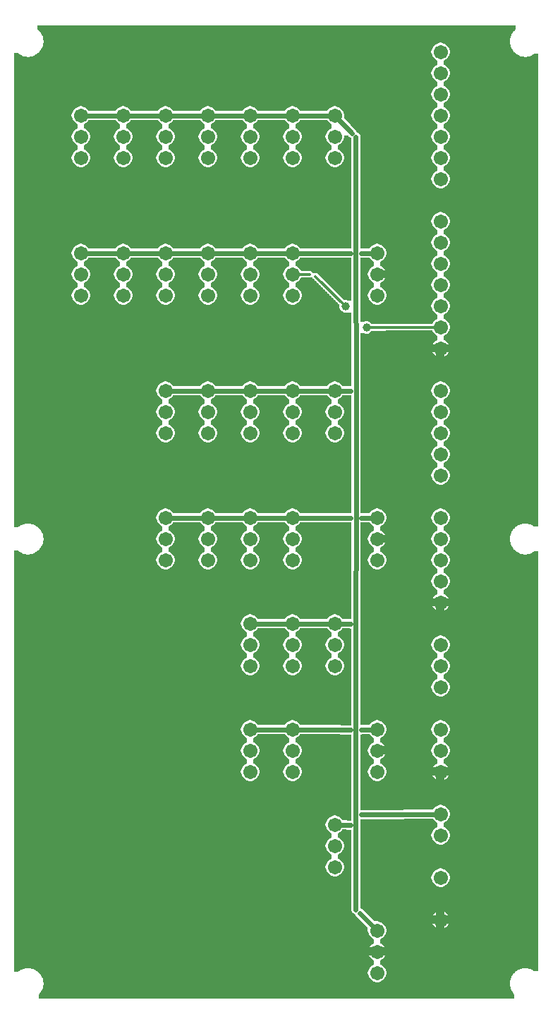
<source format=gtl>
G04 MADE WITH FRITZING*
G04 WWW.FRITZING.ORG*
G04 DOUBLE SIDED*
G04 HOLES PLATED*
G04 CONTOUR ON CENTER OF CONTOUR VECTOR*
%ASAXBY*%
%FSLAX23Y23*%
%MOIN*%
%OFA0B0*%
%SFA1.0B1.0*%
%ADD10C,0.075000*%
%ADD11C,0.067559*%
%ADD12C,0.039370*%
%ADD13C,0.024000*%
%ADD14C,0.012000*%
%LNCOPPER1*%
G90*
G70*
G54D10*
X1537Y3470D03*
X2149Y4575D03*
G54D11*
X2054Y910D03*
X2054Y810D03*
X1754Y3560D03*
X1754Y3460D03*
X1754Y3360D03*
X1554Y4210D03*
X1554Y4110D03*
X1554Y4010D03*
X1354Y4210D03*
X1354Y4110D03*
X1354Y4010D03*
X1354Y3560D03*
X1354Y3460D03*
X1354Y3360D03*
X1154Y4210D03*
X1154Y4110D03*
X1154Y4010D03*
X1154Y3560D03*
X1154Y3460D03*
X1154Y3360D03*
X954Y4210D03*
X954Y4110D03*
X954Y4010D03*
X954Y3560D03*
X954Y3460D03*
X954Y3360D03*
X354Y4210D03*
X354Y4110D03*
X354Y4010D03*
X354Y3560D03*
X354Y3460D03*
X354Y3360D03*
X554Y3560D03*
X554Y3460D03*
X554Y3360D03*
X554Y4210D03*
X554Y4110D03*
X554Y4010D03*
X754Y4210D03*
X754Y4110D03*
X754Y4010D03*
X2054Y4510D03*
X2054Y4410D03*
X2054Y4310D03*
X2054Y4210D03*
X2054Y4110D03*
X2054Y4010D03*
X2054Y3910D03*
X2054Y610D03*
X2054Y2310D03*
X2054Y2210D03*
X2054Y2110D03*
X2054Y2010D03*
X2054Y1910D03*
X2054Y3710D03*
X2054Y3610D03*
X2054Y3510D03*
X2054Y3410D03*
X2054Y3310D03*
X2054Y3210D03*
X2054Y3110D03*
X2054Y2910D03*
X2054Y2810D03*
X2054Y2710D03*
X2054Y2610D03*
X2054Y2510D03*
X2054Y1310D03*
X2054Y1210D03*
X2054Y1110D03*
X2054Y410D03*
X2054Y1710D03*
X2054Y1610D03*
X2054Y1510D03*
X754Y3560D03*
X754Y3460D03*
X754Y3360D03*
X754Y2910D03*
X754Y2810D03*
X754Y2710D03*
X954Y2910D03*
X954Y2810D03*
X954Y2710D03*
X1154Y2910D03*
X1154Y2810D03*
X1154Y2710D03*
X1354Y2910D03*
X1354Y2810D03*
X1354Y2710D03*
X1554Y2910D03*
X1554Y2810D03*
X1554Y2710D03*
X754Y2310D03*
X754Y2210D03*
X754Y2110D03*
X954Y2310D03*
X954Y2210D03*
X954Y2110D03*
X1154Y2310D03*
X1154Y2210D03*
X1154Y2110D03*
X1354Y2310D03*
X1354Y2210D03*
X1354Y2110D03*
X1754Y2310D03*
X1754Y2210D03*
X1754Y2110D03*
X1154Y1810D03*
X1154Y1710D03*
X1154Y1610D03*
X1354Y1810D03*
X1354Y1710D03*
X1354Y1610D03*
X1554Y1810D03*
X1554Y1710D03*
X1554Y1610D03*
X1154Y1310D03*
X1154Y1210D03*
X1154Y1110D03*
X1354Y1310D03*
X1354Y1210D03*
X1354Y1110D03*
X1754Y1310D03*
X1754Y1210D03*
X1754Y1110D03*
X1554Y860D03*
X1554Y760D03*
X1554Y660D03*
X1754Y360D03*
X1754Y260D03*
X1754Y160D03*
G54D12*
X1605Y3309D03*
X1704Y3209D03*
G54D13*
X530Y4210D02*
X379Y4210D01*
D02*
X579Y4210D02*
X730Y4210D01*
D02*
X779Y4210D02*
X930Y4210D01*
D02*
X779Y3560D02*
X930Y3560D01*
D02*
X979Y4210D02*
X1130Y4210D01*
D02*
X979Y3560D02*
X1130Y3560D01*
D02*
X1179Y4210D02*
X1330Y4210D01*
D02*
X1179Y3560D02*
X1330Y3560D01*
D02*
X1379Y4210D02*
X1530Y4210D01*
D02*
X579Y3560D02*
X730Y3560D01*
D02*
X530Y3560D02*
X379Y3560D01*
D02*
X1671Y444D02*
X1754Y360D01*
D02*
X1654Y2310D02*
X1653Y1809D01*
D02*
X1653Y1309D02*
X1653Y909D01*
D02*
X1678Y3561D02*
X1754Y3560D01*
D02*
X1354Y2310D02*
X1629Y2310D01*
D02*
X1354Y1310D02*
X1628Y1310D01*
D02*
X1653Y3561D02*
X1653Y4109D01*
D02*
X1628Y1810D02*
X1554Y1810D01*
D02*
X1354Y3560D02*
X1628Y3561D01*
D02*
X1653Y3561D02*
X1654Y2911D01*
D02*
X1636Y4127D02*
X1554Y4210D01*
D02*
X1678Y909D02*
X2054Y910D01*
D02*
X1653Y1809D02*
X1653Y1309D01*
D02*
X1654Y2911D02*
X1654Y2310D01*
D02*
X1678Y1310D02*
X1754Y1310D01*
D02*
X1679Y2310D02*
X1754Y2310D01*
D02*
X1628Y859D02*
X1554Y860D01*
D02*
X1653Y859D02*
X1653Y461D01*
D02*
X1653Y909D02*
X1653Y859D01*
D02*
X1379Y2910D02*
X1530Y2910D01*
D02*
X1629Y2911D02*
X1554Y2910D01*
D02*
X1179Y2310D02*
X1330Y2310D01*
D02*
X930Y2910D02*
X779Y2910D01*
D02*
X1130Y2910D02*
X979Y2910D01*
D02*
X1330Y2910D02*
X1179Y2910D01*
D02*
X930Y2310D02*
X779Y2310D01*
D02*
X979Y2310D02*
X1130Y2310D01*
D02*
X1330Y1810D02*
X1179Y1810D01*
D02*
X1379Y1810D02*
X1530Y1810D01*
D02*
X1330Y1310D02*
X1179Y1310D01*
G54D14*
D02*
X1435Y3460D02*
X1354Y3460D01*
D02*
X2041Y3210D02*
X1724Y3209D01*
D02*
X1605Y3309D02*
X1463Y3451D01*
G36*
X1390Y3539D02*
X1390Y3537D01*
X1388Y3537D01*
X1388Y3533D01*
X1386Y3533D01*
X1386Y3531D01*
X1384Y3531D01*
X1384Y3529D01*
X1382Y3529D01*
X1382Y3527D01*
X1378Y3527D01*
X1378Y3525D01*
X1376Y3525D01*
X1376Y3523D01*
X1372Y3523D01*
X1372Y3521D01*
X1368Y3521D01*
X1368Y3501D01*
X1372Y3501D01*
X1372Y3499D01*
X1374Y3499D01*
X1374Y3497D01*
X1378Y3497D01*
X1378Y3495D01*
X1380Y3495D01*
X1380Y3493D01*
X1382Y3493D01*
X1382Y3491D01*
X1384Y3491D01*
X1384Y3489D01*
X1386Y3489D01*
X1386Y3487D01*
X1388Y3487D01*
X1388Y3485D01*
X1390Y3485D01*
X1390Y3483D01*
X1392Y3483D01*
X1392Y3479D01*
X1394Y3479D01*
X1394Y3477D01*
X1438Y3477D01*
X1438Y3475D01*
X1442Y3475D01*
X1442Y3473D01*
X1446Y3473D01*
X1446Y3471D01*
X1448Y3471D01*
X1448Y3467D01*
X1468Y3467D01*
X1468Y3465D01*
X1472Y3465D01*
X1472Y3463D01*
X1474Y3463D01*
X1474Y3461D01*
X1476Y3461D01*
X1476Y3459D01*
X1478Y3459D01*
X1478Y3457D01*
X1480Y3457D01*
X1480Y3455D01*
X1482Y3455D01*
X1482Y3453D01*
X1484Y3453D01*
X1484Y3451D01*
X1486Y3451D01*
X1486Y3449D01*
X1488Y3449D01*
X1488Y3447D01*
X1490Y3447D01*
X1490Y3445D01*
X1492Y3445D01*
X1492Y3443D01*
X1494Y3443D01*
X1494Y3441D01*
X1496Y3441D01*
X1496Y3439D01*
X1498Y3439D01*
X1498Y3437D01*
X1500Y3437D01*
X1500Y3435D01*
X1502Y3435D01*
X1502Y3433D01*
X1504Y3433D01*
X1504Y3431D01*
X1506Y3431D01*
X1506Y3429D01*
X1508Y3429D01*
X1508Y3427D01*
X1510Y3427D01*
X1510Y3425D01*
X1512Y3425D01*
X1512Y3423D01*
X1514Y3423D01*
X1514Y3421D01*
X1516Y3421D01*
X1516Y3419D01*
X1518Y3419D01*
X1518Y3417D01*
X1520Y3417D01*
X1520Y3415D01*
X1522Y3415D01*
X1522Y3413D01*
X1524Y3413D01*
X1524Y3411D01*
X1526Y3411D01*
X1526Y3409D01*
X1528Y3409D01*
X1528Y3407D01*
X1530Y3407D01*
X1530Y3405D01*
X1532Y3405D01*
X1532Y3403D01*
X1534Y3403D01*
X1534Y3401D01*
X1536Y3401D01*
X1536Y3399D01*
X1538Y3399D01*
X1538Y3397D01*
X1540Y3397D01*
X1540Y3395D01*
X1542Y3395D01*
X1542Y3393D01*
X1544Y3393D01*
X1544Y3391D01*
X1546Y3391D01*
X1546Y3389D01*
X1548Y3389D01*
X1548Y3387D01*
X1550Y3387D01*
X1550Y3385D01*
X1552Y3385D01*
X1552Y3383D01*
X1554Y3383D01*
X1554Y3381D01*
X1556Y3381D01*
X1556Y3379D01*
X1558Y3379D01*
X1558Y3377D01*
X1560Y3377D01*
X1560Y3375D01*
X1562Y3375D01*
X1562Y3373D01*
X1564Y3373D01*
X1564Y3371D01*
X1566Y3371D01*
X1566Y3369D01*
X1568Y3369D01*
X1568Y3367D01*
X1570Y3367D01*
X1570Y3365D01*
X1572Y3365D01*
X1572Y3363D01*
X1574Y3363D01*
X1574Y3361D01*
X1576Y3361D01*
X1576Y3359D01*
X1578Y3359D01*
X1578Y3357D01*
X1580Y3357D01*
X1580Y3355D01*
X1582Y3355D01*
X1582Y3353D01*
X1584Y3353D01*
X1584Y3351D01*
X1586Y3351D01*
X1586Y3349D01*
X1588Y3349D01*
X1588Y3347D01*
X1590Y3347D01*
X1590Y3345D01*
X1592Y3345D01*
X1592Y3343D01*
X1594Y3343D01*
X1594Y3341D01*
X1596Y3341D01*
X1596Y3339D01*
X1612Y3339D01*
X1612Y3337D01*
X1632Y3337D01*
X1632Y3539D01*
X1390Y3539D01*
G37*
D02*
G36*
X148Y4637D02*
X148Y4617D01*
X150Y4617D01*
X150Y4615D01*
X152Y4615D01*
X152Y4613D01*
X156Y4613D01*
X156Y4611D01*
X158Y4611D01*
X158Y4607D01*
X160Y4607D01*
X160Y4605D01*
X162Y4605D01*
X162Y4603D01*
X164Y4603D01*
X164Y4601D01*
X166Y4601D01*
X166Y4597D01*
X168Y4597D01*
X168Y4593D01*
X170Y4593D01*
X170Y4589D01*
X172Y4589D01*
X172Y4585D01*
X174Y4585D01*
X174Y4579D01*
X176Y4579D01*
X176Y4567D01*
X178Y4567D01*
X178Y4555D01*
X2058Y4555D01*
X2058Y4553D01*
X2066Y4553D01*
X2066Y4551D01*
X2072Y4551D01*
X2072Y4549D01*
X2074Y4549D01*
X2074Y4547D01*
X2078Y4547D01*
X2078Y4545D01*
X2080Y4545D01*
X2080Y4543D01*
X2082Y4543D01*
X2082Y4541D01*
X2084Y4541D01*
X2084Y4539D01*
X2086Y4539D01*
X2086Y4537D01*
X2088Y4537D01*
X2088Y4535D01*
X2090Y4535D01*
X2090Y4533D01*
X2092Y4533D01*
X2092Y4529D01*
X2094Y4529D01*
X2094Y4525D01*
X2096Y4525D01*
X2096Y4519D01*
X2098Y4519D01*
X2098Y4503D01*
X2096Y4503D01*
X2096Y4497D01*
X2094Y4497D01*
X2094Y4493D01*
X2092Y4493D01*
X2092Y4489D01*
X2090Y4489D01*
X2090Y4487D01*
X2448Y4487D01*
X2448Y4489D01*
X2436Y4489D01*
X2436Y4491D01*
X2430Y4491D01*
X2430Y4493D01*
X2426Y4493D01*
X2426Y4495D01*
X2422Y4495D01*
X2422Y4497D01*
X2418Y4497D01*
X2418Y4499D01*
X2414Y4499D01*
X2414Y4501D01*
X2412Y4501D01*
X2412Y4503D01*
X2410Y4503D01*
X2410Y4505D01*
X2408Y4505D01*
X2408Y4507D01*
X2404Y4507D01*
X2404Y4509D01*
X2402Y4509D01*
X2402Y4511D01*
X2400Y4511D01*
X2400Y4515D01*
X2398Y4515D01*
X2398Y4517D01*
X2396Y4517D01*
X2396Y4519D01*
X2394Y4519D01*
X2394Y4523D01*
X2392Y4523D01*
X2392Y4525D01*
X2390Y4525D01*
X2390Y4529D01*
X2388Y4529D01*
X2388Y4533D01*
X2386Y4533D01*
X2386Y4539D01*
X2384Y4539D01*
X2384Y4547D01*
X2382Y4547D01*
X2382Y4575D01*
X2384Y4575D01*
X2384Y4583D01*
X2386Y4583D01*
X2386Y4587D01*
X2388Y4587D01*
X2388Y4591D01*
X2390Y4591D01*
X2390Y4595D01*
X2392Y4595D01*
X2392Y4599D01*
X2394Y4599D01*
X2394Y4601D01*
X2396Y4601D01*
X2396Y4605D01*
X2398Y4605D01*
X2398Y4607D01*
X2400Y4607D01*
X2400Y4609D01*
X2402Y4609D01*
X2402Y4611D01*
X2404Y4611D01*
X2404Y4613D01*
X2406Y4613D01*
X2406Y4615D01*
X2408Y4615D01*
X2408Y4617D01*
X2410Y4617D01*
X2410Y4637D01*
X148Y4637D01*
G37*
D02*
G36*
X178Y4555D02*
X178Y4553D01*
X176Y4553D01*
X176Y4543D01*
X174Y4543D01*
X174Y4537D01*
X172Y4537D01*
X172Y4531D01*
X170Y4531D01*
X170Y4527D01*
X168Y4527D01*
X168Y4525D01*
X166Y4525D01*
X166Y4521D01*
X164Y4521D01*
X164Y4519D01*
X162Y4519D01*
X162Y4515D01*
X160Y4515D01*
X160Y4513D01*
X158Y4513D01*
X158Y4511D01*
X156Y4511D01*
X156Y4509D01*
X154Y4509D01*
X154Y4507D01*
X152Y4507D01*
X152Y4505D01*
X150Y4505D01*
X150Y4503D01*
X146Y4503D01*
X146Y4501D01*
X144Y4501D01*
X144Y4499D01*
X140Y4499D01*
X140Y4497D01*
X138Y4497D01*
X138Y4495D01*
X134Y4495D01*
X134Y4493D01*
X128Y4493D01*
X128Y4491D01*
X122Y4491D01*
X122Y4489D01*
X112Y4489D01*
X112Y4487D01*
X2018Y4487D01*
X2018Y4491D01*
X2016Y4491D01*
X2016Y4493D01*
X2014Y4493D01*
X2014Y4499D01*
X2012Y4499D01*
X2012Y4505D01*
X2010Y4505D01*
X2010Y4515D01*
X2012Y4515D01*
X2012Y4523D01*
X2014Y4523D01*
X2014Y4527D01*
X2016Y4527D01*
X2016Y4531D01*
X2018Y4531D01*
X2018Y4533D01*
X2020Y4533D01*
X2020Y4537D01*
X2022Y4537D01*
X2022Y4539D01*
X2024Y4539D01*
X2024Y4541D01*
X2026Y4541D01*
X2026Y4543D01*
X2028Y4543D01*
X2028Y4545D01*
X2032Y4545D01*
X2032Y4547D01*
X2034Y4547D01*
X2034Y4549D01*
X2038Y4549D01*
X2038Y4551D01*
X2042Y4551D01*
X2042Y4553D01*
X2050Y4553D01*
X2050Y4555D01*
X178Y4555D01*
G37*
D02*
G36*
X40Y4505D02*
X40Y4487D01*
X98Y4487D01*
X98Y4489D01*
X86Y4489D01*
X86Y4491D01*
X80Y4491D01*
X80Y4493D01*
X76Y4493D01*
X76Y4495D01*
X72Y4495D01*
X72Y4497D01*
X68Y4497D01*
X68Y4499D01*
X64Y4499D01*
X64Y4501D01*
X62Y4501D01*
X62Y4503D01*
X60Y4503D01*
X60Y4505D01*
X40Y4505D01*
G37*
D02*
G36*
X2496Y4503D02*
X2496Y4501D01*
X2494Y4501D01*
X2494Y4499D01*
X2490Y4499D01*
X2490Y4497D01*
X2488Y4497D01*
X2488Y4495D01*
X2484Y4495D01*
X2484Y4493D01*
X2478Y4493D01*
X2478Y4491D01*
X2472Y4491D01*
X2472Y4489D01*
X2462Y4489D01*
X2462Y4487D01*
X2516Y4487D01*
X2516Y4503D01*
X2496Y4503D01*
G37*
D02*
G36*
X40Y4487D02*
X40Y4485D01*
X2020Y4485D01*
X2020Y4487D01*
X40Y4487D01*
G37*
D02*
G36*
X40Y4487D02*
X40Y4485D01*
X2020Y4485D01*
X2020Y4487D01*
X40Y4487D01*
G37*
D02*
G36*
X2088Y4487D02*
X2088Y4485D01*
X2516Y4485D01*
X2516Y4487D01*
X2088Y4487D01*
G37*
D02*
G36*
X2088Y4487D02*
X2088Y4485D01*
X2516Y4485D01*
X2516Y4487D01*
X2088Y4487D01*
G37*
D02*
G36*
X40Y4485D02*
X40Y4255D01*
X1558Y4255D01*
X1558Y4253D01*
X1566Y4253D01*
X1566Y4251D01*
X1572Y4251D01*
X1572Y4249D01*
X1574Y4249D01*
X1574Y4247D01*
X1578Y4247D01*
X1578Y4245D01*
X1580Y4245D01*
X1580Y4243D01*
X1582Y4243D01*
X1582Y4241D01*
X1584Y4241D01*
X1584Y4239D01*
X1586Y4239D01*
X1586Y4237D01*
X1588Y4237D01*
X1588Y4235D01*
X1590Y4235D01*
X1590Y4233D01*
X1592Y4233D01*
X1592Y4229D01*
X1594Y4229D01*
X1594Y4225D01*
X1596Y4225D01*
X1596Y4219D01*
X1598Y4219D01*
X1598Y4197D01*
X1600Y4197D01*
X1600Y4195D01*
X1602Y4195D01*
X1602Y4193D01*
X1604Y4193D01*
X1604Y4191D01*
X1606Y4191D01*
X1606Y4189D01*
X1608Y4189D01*
X1608Y4187D01*
X1610Y4187D01*
X1610Y4185D01*
X1612Y4185D01*
X1612Y4183D01*
X1614Y4183D01*
X1614Y4181D01*
X1616Y4181D01*
X1616Y4179D01*
X1618Y4179D01*
X1618Y4177D01*
X1620Y4177D01*
X1620Y4175D01*
X1622Y4175D01*
X1622Y4173D01*
X1624Y4173D01*
X1624Y4171D01*
X1626Y4171D01*
X1626Y4169D01*
X1628Y4169D01*
X1628Y4165D01*
X1630Y4165D01*
X1630Y4163D01*
X1632Y4163D01*
X1632Y4161D01*
X1634Y4161D01*
X1634Y4159D01*
X1636Y4159D01*
X1636Y4157D01*
X1638Y4157D01*
X1638Y4155D01*
X1640Y4155D01*
X1640Y4153D01*
X1642Y4153D01*
X1642Y4151D01*
X1644Y4151D01*
X1644Y4149D01*
X1646Y4149D01*
X1646Y4147D01*
X1648Y4147D01*
X1648Y4145D01*
X1650Y4145D01*
X1650Y4143D01*
X1652Y4143D01*
X1652Y4141D01*
X1654Y4141D01*
X1654Y4139D01*
X1656Y4139D01*
X1656Y4133D01*
X1658Y4133D01*
X1658Y4131D01*
X1662Y4131D01*
X1662Y4129D01*
X1666Y4129D01*
X1666Y4127D01*
X1668Y4127D01*
X1668Y4125D01*
X1670Y4125D01*
X1670Y4123D01*
X1672Y4123D01*
X1672Y4119D01*
X1674Y4119D01*
X1674Y4113D01*
X1676Y4113D01*
X1676Y3867D01*
X2046Y3867D01*
X2046Y3869D01*
X2040Y3869D01*
X2040Y3871D01*
X2036Y3871D01*
X2036Y3873D01*
X2032Y3873D01*
X2032Y3875D01*
X2030Y3875D01*
X2030Y3877D01*
X2028Y3877D01*
X2028Y3879D01*
X2026Y3879D01*
X2026Y3881D01*
X2024Y3881D01*
X2024Y3883D01*
X2022Y3883D01*
X2022Y3885D01*
X2020Y3885D01*
X2020Y3887D01*
X2018Y3887D01*
X2018Y3891D01*
X2016Y3891D01*
X2016Y3893D01*
X2014Y3893D01*
X2014Y3899D01*
X2012Y3899D01*
X2012Y3905D01*
X2010Y3905D01*
X2010Y3915D01*
X2012Y3915D01*
X2012Y3923D01*
X2014Y3923D01*
X2014Y3927D01*
X2016Y3927D01*
X2016Y3931D01*
X2018Y3931D01*
X2018Y3933D01*
X2020Y3933D01*
X2020Y3937D01*
X2022Y3937D01*
X2022Y3939D01*
X2024Y3939D01*
X2024Y3941D01*
X2026Y3941D01*
X2026Y3943D01*
X2028Y3943D01*
X2028Y3945D01*
X2032Y3945D01*
X2032Y3947D01*
X2034Y3947D01*
X2034Y3949D01*
X2038Y3949D01*
X2038Y3951D01*
X2040Y3951D01*
X2040Y3971D01*
X2036Y3971D01*
X2036Y3973D01*
X2032Y3973D01*
X2032Y3975D01*
X2030Y3975D01*
X2030Y3977D01*
X2028Y3977D01*
X2028Y3979D01*
X2026Y3979D01*
X2026Y3981D01*
X2024Y3981D01*
X2024Y3983D01*
X2022Y3983D01*
X2022Y3985D01*
X2020Y3985D01*
X2020Y3987D01*
X2018Y3987D01*
X2018Y3991D01*
X2016Y3991D01*
X2016Y3993D01*
X2014Y3993D01*
X2014Y3999D01*
X2012Y3999D01*
X2012Y4005D01*
X2010Y4005D01*
X2010Y4015D01*
X2012Y4015D01*
X2012Y4023D01*
X2014Y4023D01*
X2014Y4027D01*
X2016Y4027D01*
X2016Y4031D01*
X2018Y4031D01*
X2018Y4033D01*
X2020Y4033D01*
X2020Y4037D01*
X2022Y4037D01*
X2022Y4039D01*
X2024Y4039D01*
X2024Y4041D01*
X2026Y4041D01*
X2026Y4043D01*
X2028Y4043D01*
X2028Y4045D01*
X2032Y4045D01*
X2032Y4047D01*
X2034Y4047D01*
X2034Y4049D01*
X2038Y4049D01*
X2038Y4051D01*
X2040Y4051D01*
X2040Y4071D01*
X2036Y4071D01*
X2036Y4073D01*
X2032Y4073D01*
X2032Y4075D01*
X2030Y4075D01*
X2030Y4077D01*
X2028Y4077D01*
X2028Y4079D01*
X2026Y4079D01*
X2026Y4081D01*
X2024Y4081D01*
X2024Y4083D01*
X2022Y4083D01*
X2022Y4085D01*
X2020Y4085D01*
X2020Y4087D01*
X2018Y4087D01*
X2018Y4091D01*
X2016Y4091D01*
X2016Y4093D01*
X2014Y4093D01*
X2014Y4099D01*
X2012Y4099D01*
X2012Y4105D01*
X2010Y4105D01*
X2010Y4115D01*
X2012Y4115D01*
X2012Y4123D01*
X2014Y4123D01*
X2014Y4127D01*
X2016Y4127D01*
X2016Y4131D01*
X2018Y4131D01*
X2018Y4133D01*
X2020Y4133D01*
X2020Y4137D01*
X2022Y4137D01*
X2022Y4139D01*
X2024Y4139D01*
X2024Y4141D01*
X2026Y4141D01*
X2026Y4143D01*
X2028Y4143D01*
X2028Y4145D01*
X2032Y4145D01*
X2032Y4147D01*
X2034Y4147D01*
X2034Y4149D01*
X2038Y4149D01*
X2038Y4151D01*
X2040Y4151D01*
X2040Y4171D01*
X2036Y4171D01*
X2036Y4173D01*
X2032Y4173D01*
X2032Y4175D01*
X2030Y4175D01*
X2030Y4177D01*
X2028Y4177D01*
X2028Y4179D01*
X2026Y4179D01*
X2026Y4181D01*
X2024Y4181D01*
X2024Y4183D01*
X2022Y4183D01*
X2022Y4185D01*
X2020Y4185D01*
X2020Y4187D01*
X2018Y4187D01*
X2018Y4191D01*
X2016Y4191D01*
X2016Y4193D01*
X2014Y4193D01*
X2014Y4199D01*
X2012Y4199D01*
X2012Y4205D01*
X2010Y4205D01*
X2010Y4215D01*
X2012Y4215D01*
X2012Y4223D01*
X2014Y4223D01*
X2014Y4227D01*
X2016Y4227D01*
X2016Y4231D01*
X2018Y4231D01*
X2018Y4233D01*
X2020Y4233D01*
X2020Y4237D01*
X2022Y4237D01*
X2022Y4239D01*
X2024Y4239D01*
X2024Y4241D01*
X2026Y4241D01*
X2026Y4243D01*
X2028Y4243D01*
X2028Y4245D01*
X2032Y4245D01*
X2032Y4247D01*
X2034Y4247D01*
X2034Y4249D01*
X2038Y4249D01*
X2038Y4251D01*
X2040Y4251D01*
X2040Y4271D01*
X2036Y4271D01*
X2036Y4273D01*
X2032Y4273D01*
X2032Y4275D01*
X2030Y4275D01*
X2030Y4277D01*
X2028Y4277D01*
X2028Y4279D01*
X2026Y4279D01*
X2026Y4281D01*
X2024Y4281D01*
X2024Y4283D01*
X2022Y4283D01*
X2022Y4285D01*
X2020Y4285D01*
X2020Y4287D01*
X2018Y4287D01*
X2018Y4291D01*
X2016Y4291D01*
X2016Y4293D01*
X2014Y4293D01*
X2014Y4299D01*
X2012Y4299D01*
X2012Y4305D01*
X2010Y4305D01*
X2010Y4315D01*
X2012Y4315D01*
X2012Y4323D01*
X2014Y4323D01*
X2014Y4327D01*
X2016Y4327D01*
X2016Y4331D01*
X2018Y4331D01*
X2018Y4333D01*
X2020Y4333D01*
X2020Y4337D01*
X2022Y4337D01*
X2022Y4339D01*
X2024Y4339D01*
X2024Y4341D01*
X2026Y4341D01*
X2026Y4343D01*
X2028Y4343D01*
X2028Y4345D01*
X2032Y4345D01*
X2032Y4347D01*
X2034Y4347D01*
X2034Y4349D01*
X2038Y4349D01*
X2038Y4351D01*
X2040Y4351D01*
X2040Y4371D01*
X2036Y4371D01*
X2036Y4373D01*
X2032Y4373D01*
X2032Y4375D01*
X2030Y4375D01*
X2030Y4377D01*
X2028Y4377D01*
X2028Y4379D01*
X2026Y4379D01*
X2026Y4381D01*
X2024Y4381D01*
X2024Y4383D01*
X2022Y4383D01*
X2022Y4385D01*
X2020Y4385D01*
X2020Y4387D01*
X2018Y4387D01*
X2018Y4391D01*
X2016Y4391D01*
X2016Y4393D01*
X2014Y4393D01*
X2014Y4399D01*
X2012Y4399D01*
X2012Y4405D01*
X2010Y4405D01*
X2010Y4415D01*
X2012Y4415D01*
X2012Y4423D01*
X2014Y4423D01*
X2014Y4427D01*
X2016Y4427D01*
X2016Y4431D01*
X2018Y4431D01*
X2018Y4433D01*
X2020Y4433D01*
X2020Y4437D01*
X2022Y4437D01*
X2022Y4439D01*
X2024Y4439D01*
X2024Y4441D01*
X2026Y4441D01*
X2026Y4443D01*
X2028Y4443D01*
X2028Y4445D01*
X2032Y4445D01*
X2032Y4447D01*
X2034Y4447D01*
X2034Y4449D01*
X2038Y4449D01*
X2038Y4451D01*
X2040Y4451D01*
X2040Y4471D01*
X2036Y4471D01*
X2036Y4473D01*
X2032Y4473D01*
X2032Y4475D01*
X2030Y4475D01*
X2030Y4477D01*
X2028Y4477D01*
X2028Y4479D01*
X2026Y4479D01*
X2026Y4481D01*
X2024Y4481D01*
X2024Y4483D01*
X2022Y4483D01*
X2022Y4485D01*
X40Y4485D01*
G37*
D02*
G36*
X2088Y4485D02*
X2088Y4483D01*
X2086Y4483D01*
X2086Y4481D01*
X2084Y4481D01*
X2084Y4479D01*
X2082Y4479D01*
X2082Y4477D01*
X2078Y4477D01*
X2078Y4475D01*
X2076Y4475D01*
X2076Y4473D01*
X2072Y4473D01*
X2072Y4471D01*
X2068Y4471D01*
X2068Y4451D01*
X2072Y4451D01*
X2072Y4449D01*
X2074Y4449D01*
X2074Y4447D01*
X2078Y4447D01*
X2078Y4445D01*
X2080Y4445D01*
X2080Y4443D01*
X2082Y4443D01*
X2082Y4441D01*
X2084Y4441D01*
X2084Y4439D01*
X2086Y4439D01*
X2086Y4437D01*
X2088Y4437D01*
X2088Y4435D01*
X2090Y4435D01*
X2090Y4433D01*
X2092Y4433D01*
X2092Y4429D01*
X2094Y4429D01*
X2094Y4425D01*
X2096Y4425D01*
X2096Y4419D01*
X2098Y4419D01*
X2098Y4403D01*
X2096Y4403D01*
X2096Y4397D01*
X2094Y4397D01*
X2094Y4393D01*
X2092Y4393D01*
X2092Y4389D01*
X2090Y4389D01*
X2090Y4387D01*
X2088Y4387D01*
X2088Y4383D01*
X2086Y4383D01*
X2086Y4381D01*
X2084Y4381D01*
X2084Y4379D01*
X2082Y4379D01*
X2082Y4377D01*
X2078Y4377D01*
X2078Y4375D01*
X2076Y4375D01*
X2076Y4373D01*
X2072Y4373D01*
X2072Y4371D01*
X2068Y4371D01*
X2068Y4351D01*
X2072Y4351D01*
X2072Y4349D01*
X2074Y4349D01*
X2074Y4347D01*
X2078Y4347D01*
X2078Y4345D01*
X2080Y4345D01*
X2080Y4343D01*
X2082Y4343D01*
X2082Y4341D01*
X2084Y4341D01*
X2084Y4339D01*
X2086Y4339D01*
X2086Y4337D01*
X2088Y4337D01*
X2088Y4335D01*
X2090Y4335D01*
X2090Y4333D01*
X2092Y4333D01*
X2092Y4329D01*
X2094Y4329D01*
X2094Y4325D01*
X2096Y4325D01*
X2096Y4319D01*
X2098Y4319D01*
X2098Y4303D01*
X2096Y4303D01*
X2096Y4297D01*
X2094Y4297D01*
X2094Y4293D01*
X2092Y4293D01*
X2092Y4289D01*
X2090Y4289D01*
X2090Y4287D01*
X2088Y4287D01*
X2088Y4283D01*
X2086Y4283D01*
X2086Y4281D01*
X2084Y4281D01*
X2084Y4279D01*
X2082Y4279D01*
X2082Y4277D01*
X2078Y4277D01*
X2078Y4275D01*
X2076Y4275D01*
X2076Y4273D01*
X2072Y4273D01*
X2072Y4271D01*
X2068Y4271D01*
X2068Y4251D01*
X2072Y4251D01*
X2072Y4249D01*
X2074Y4249D01*
X2074Y4247D01*
X2078Y4247D01*
X2078Y4245D01*
X2080Y4245D01*
X2080Y4243D01*
X2082Y4243D01*
X2082Y4241D01*
X2084Y4241D01*
X2084Y4239D01*
X2086Y4239D01*
X2086Y4237D01*
X2088Y4237D01*
X2088Y4235D01*
X2090Y4235D01*
X2090Y4233D01*
X2092Y4233D01*
X2092Y4229D01*
X2094Y4229D01*
X2094Y4225D01*
X2096Y4225D01*
X2096Y4219D01*
X2098Y4219D01*
X2098Y4203D01*
X2096Y4203D01*
X2096Y4197D01*
X2094Y4197D01*
X2094Y4193D01*
X2092Y4193D01*
X2092Y4189D01*
X2090Y4189D01*
X2090Y4187D01*
X2088Y4187D01*
X2088Y4183D01*
X2086Y4183D01*
X2086Y4181D01*
X2084Y4181D01*
X2084Y4179D01*
X2082Y4179D01*
X2082Y4177D01*
X2078Y4177D01*
X2078Y4175D01*
X2076Y4175D01*
X2076Y4173D01*
X2072Y4173D01*
X2072Y4171D01*
X2068Y4171D01*
X2068Y4151D01*
X2072Y4151D01*
X2072Y4149D01*
X2074Y4149D01*
X2074Y4147D01*
X2078Y4147D01*
X2078Y4145D01*
X2080Y4145D01*
X2080Y4143D01*
X2082Y4143D01*
X2082Y4141D01*
X2084Y4141D01*
X2084Y4139D01*
X2086Y4139D01*
X2086Y4137D01*
X2088Y4137D01*
X2088Y4135D01*
X2090Y4135D01*
X2090Y4133D01*
X2092Y4133D01*
X2092Y4129D01*
X2094Y4129D01*
X2094Y4125D01*
X2096Y4125D01*
X2096Y4119D01*
X2098Y4119D01*
X2098Y4103D01*
X2096Y4103D01*
X2096Y4097D01*
X2094Y4097D01*
X2094Y4093D01*
X2092Y4093D01*
X2092Y4089D01*
X2090Y4089D01*
X2090Y4087D01*
X2088Y4087D01*
X2088Y4083D01*
X2086Y4083D01*
X2086Y4081D01*
X2084Y4081D01*
X2084Y4079D01*
X2082Y4079D01*
X2082Y4077D01*
X2078Y4077D01*
X2078Y4075D01*
X2076Y4075D01*
X2076Y4073D01*
X2072Y4073D01*
X2072Y4071D01*
X2068Y4071D01*
X2068Y4051D01*
X2072Y4051D01*
X2072Y4049D01*
X2074Y4049D01*
X2074Y4047D01*
X2078Y4047D01*
X2078Y4045D01*
X2080Y4045D01*
X2080Y4043D01*
X2082Y4043D01*
X2082Y4041D01*
X2084Y4041D01*
X2084Y4039D01*
X2086Y4039D01*
X2086Y4037D01*
X2088Y4037D01*
X2088Y4035D01*
X2090Y4035D01*
X2090Y4033D01*
X2092Y4033D01*
X2092Y4029D01*
X2094Y4029D01*
X2094Y4025D01*
X2096Y4025D01*
X2096Y4019D01*
X2098Y4019D01*
X2098Y4003D01*
X2096Y4003D01*
X2096Y3997D01*
X2094Y3997D01*
X2094Y3993D01*
X2092Y3993D01*
X2092Y3989D01*
X2090Y3989D01*
X2090Y3987D01*
X2088Y3987D01*
X2088Y3983D01*
X2086Y3983D01*
X2086Y3981D01*
X2084Y3981D01*
X2084Y3979D01*
X2082Y3979D01*
X2082Y3977D01*
X2078Y3977D01*
X2078Y3975D01*
X2076Y3975D01*
X2076Y3973D01*
X2072Y3973D01*
X2072Y3971D01*
X2068Y3971D01*
X2068Y3951D01*
X2072Y3951D01*
X2072Y3949D01*
X2074Y3949D01*
X2074Y3947D01*
X2078Y3947D01*
X2078Y3945D01*
X2080Y3945D01*
X2080Y3943D01*
X2082Y3943D01*
X2082Y3941D01*
X2084Y3941D01*
X2084Y3939D01*
X2086Y3939D01*
X2086Y3937D01*
X2088Y3937D01*
X2088Y3935D01*
X2090Y3935D01*
X2090Y3933D01*
X2092Y3933D01*
X2092Y3929D01*
X2094Y3929D01*
X2094Y3925D01*
X2096Y3925D01*
X2096Y3919D01*
X2098Y3919D01*
X2098Y3903D01*
X2096Y3903D01*
X2096Y3897D01*
X2094Y3897D01*
X2094Y3893D01*
X2092Y3893D01*
X2092Y3889D01*
X2090Y3889D01*
X2090Y3887D01*
X2088Y3887D01*
X2088Y3883D01*
X2086Y3883D01*
X2086Y3881D01*
X2084Y3881D01*
X2084Y3879D01*
X2082Y3879D01*
X2082Y3877D01*
X2078Y3877D01*
X2078Y3875D01*
X2076Y3875D01*
X2076Y3873D01*
X2072Y3873D01*
X2072Y3871D01*
X2068Y3871D01*
X2068Y3869D01*
X2064Y3869D01*
X2064Y3867D01*
X2516Y3867D01*
X2516Y4485D01*
X2088Y4485D01*
G37*
D02*
G36*
X40Y4255D02*
X40Y3967D01*
X346Y3967D01*
X346Y3969D01*
X340Y3969D01*
X340Y3971D01*
X336Y3971D01*
X336Y3973D01*
X332Y3973D01*
X332Y3975D01*
X330Y3975D01*
X330Y3977D01*
X328Y3977D01*
X328Y3979D01*
X326Y3979D01*
X326Y3981D01*
X324Y3981D01*
X324Y3983D01*
X322Y3983D01*
X322Y3985D01*
X320Y3985D01*
X320Y3987D01*
X318Y3987D01*
X318Y3991D01*
X316Y3991D01*
X316Y3993D01*
X314Y3993D01*
X314Y3999D01*
X312Y3999D01*
X312Y4005D01*
X310Y4005D01*
X310Y4015D01*
X312Y4015D01*
X312Y4023D01*
X314Y4023D01*
X314Y4027D01*
X316Y4027D01*
X316Y4031D01*
X318Y4031D01*
X318Y4033D01*
X320Y4033D01*
X320Y4037D01*
X322Y4037D01*
X322Y4039D01*
X324Y4039D01*
X324Y4041D01*
X326Y4041D01*
X326Y4043D01*
X328Y4043D01*
X328Y4045D01*
X332Y4045D01*
X332Y4047D01*
X334Y4047D01*
X334Y4049D01*
X338Y4049D01*
X338Y4051D01*
X340Y4051D01*
X340Y4071D01*
X336Y4071D01*
X336Y4073D01*
X332Y4073D01*
X332Y4075D01*
X330Y4075D01*
X330Y4077D01*
X328Y4077D01*
X328Y4079D01*
X326Y4079D01*
X326Y4081D01*
X324Y4081D01*
X324Y4083D01*
X322Y4083D01*
X322Y4085D01*
X320Y4085D01*
X320Y4087D01*
X318Y4087D01*
X318Y4091D01*
X316Y4091D01*
X316Y4093D01*
X314Y4093D01*
X314Y4099D01*
X312Y4099D01*
X312Y4105D01*
X310Y4105D01*
X310Y4115D01*
X312Y4115D01*
X312Y4123D01*
X314Y4123D01*
X314Y4127D01*
X316Y4127D01*
X316Y4131D01*
X318Y4131D01*
X318Y4133D01*
X320Y4133D01*
X320Y4137D01*
X322Y4137D01*
X322Y4139D01*
X324Y4139D01*
X324Y4141D01*
X326Y4141D01*
X326Y4143D01*
X328Y4143D01*
X328Y4145D01*
X332Y4145D01*
X332Y4147D01*
X334Y4147D01*
X334Y4149D01*
X338Y4149D01*
X338Y4151D01*
X340Y4151D01*
X340Y4171D01*
X336Y4171D01*
X336Y4173D01*
X332Y4173D01*
X332Y4175D01*
X330Y4175D01*
X330Y4177D01*
X328Y4177D01*
X328Y4179D01*
X326Y4179D01*
X326Y4181D01*
X324Y4181D01*
X324Y4183D01*
X322Y4183D01*
X322Y4185D01*
X320Y4185D01*
X320Y4187D01*
X318Y4187D01*
X318Y4191D01*
X316Y4191D01*
X316Y4193D01*
X314Y4193D01*
X314Y4199D01*
X312Y4199D01*
X312Y4205D01*
X310Y4205D01*
X310Y4215D01*
X312Y4215D01*
X312Y4223D01*
X314Y4223D01*
X314Y4227D01*
X316Y4227D01*
X316Y4231D01*
X318Y4231D01*
X318Y4233D01*
X320Y4233D01*
X320Y4237D01*
X322Y4237D01*
X322Y4239D01*
X324Y4239D01*
X324Y4241D01*
X326Y4241D01*
X326Y4243D01*
X328Y4243D01*
X328Y4245D01*
X332Y4245D01*
X332Y4247D01*
X334Y4247D01*
X334Y4249D01*
X338Y4249D01*
X338Y4251D01*
X342Y4251D01*
X342Y4253D01*
X350Y4253D01*
X350Y4255D01*
X40Y4255D01*
G37*
D02*
G36*
X358Y4255D02*
X358Y4253D01*
X366Y4253D01*
X366Y4251D01*
X372Y4251D01*
X372Y4249D01*
X374Y4249D01*
X374Y4247D01*
X378Y4247D01*
X378Y4245D01*
X380Y4245D01*
X380Y4243D01*
X382Y4243D01*
X382Y4241D01*
X384Y4241D01*
X384Y4239D01*
X386Y4239D01*
X386Y4237D01*
X388Y4237D01*
X388Y4235D01*
X390Y4235D01*
X390Y4233D01*
X520Y4233D01*
X520Y4237D01*
X522Y4237D01*
X522Y4239D01*
X524Y4239D01*
X524Y4241D01*
X526Y4241D01*
X526Y4243D01*
X528Y4243D01*
X528Y4245D01*
X532Y4245D01*
X532Y4247D01*
X534Y4247D01*
X534Y4249D01*
X538Y4249D01*
X538Y4251D01*
X542Y4251D01*
X542Y4253D01*
X550Y4253D01*
X550Y4255D01*
X358Y4255D01*
G37*
D02*
G36*
X558Y4255D02*
X558Y4253D01*
X566Y4253D01*
X566Y4251D01*
X572Y4251D01*
X572Y4249D01*
X574Y4249D01*
X574Y4247D01*
X578Y4247D01*
X578Y4245D01*
X580Y4245D01*
X580Y4243D01*
X582Y4243D01*
X582Y4241D01*
X584Y4241D01*
X584Y4239D01*
X586Y4239D01*
X586Y4237D01*
X588Y4237D01*
X588Y4235D01*
X590Y4235D01*
X590Y4233D01*
X720Y4233D01*
X720Y4237D01*
X722Y4237D01*
X722Y4239D01*
X724Y4239D01*
X724Y4241D01*
X726Y4241D01*
X726Y4243D01*
X728Y4243D01*
X728Y4245D01*
X732Y4245D01*
X732Y4247D01*
X734Y4247D01*
X734Y4249D01*
X738Y4249D01*
X738Y4251D01*
X742Y4251D01*
X742Y4253D01*
X750Y4253D01*
X750Y4255D01*
X558Y4255D01*
G37*
D02*
G36*
X758Y4255D02*
X758Y4253D01*
X766Y4253D01*
X766Y4251D01*
X772Y4251D01*
X772Y4249D01*
X774Y4249D01*
X774Y4247D01*
X778Y4247D01*
X778Y4245D01*
X780Y4245D01*
X780Y4243D01*
X782Y4243D01*
X782Y4241D01*
X784Y4241D01*
X784Y4239D01*
X786Y4239D01*
X786Y4237D01*
X788Y4237D01*
X788Y4235D01*
X790Y4235D01*
X790Y4233D01*
X920Y4233D01*
X920Y4237D01*
X922Y4237D01*
X922Y4239D01*
X924Y4239D01*
X924Y4241D01*
X926Y4241D01*
X926Y4243D01*
X928Y4243D01*
X928Y4245D01*
X932Y4245D01*
X932Y4247D01*
X934Y4247D01*
X934Y4249D01*
X938Y4249D01*
X938Y4251D01*
X942Y4251D01*
X942Y4253D01*
X950Y4253D01*
X950Y4255D01*
X758Y4255D01*
G37*
D02*
G36*
X958Y4255D02*
X958Y4253D01*
X966Y4253D01*
X966Y4251D01*
X972Y4251D01*
X972Y4249D01*
X974Y4249D01*
X974Y4247D01*
X978Y4247D01*
X978Y4245D01*
X980Y4245D01*
X980Y4243D01*
X982Y4243D01*
X982Y4241D01*
X984Y4241D01*
X984Y4239D01*
X986Y4239D01*
X986Y4237D01*
X988Y4237D01*
X988Y4235D01*
X990Y4235D01*
X990Y4233D01*
X1120Y4233D01*
X1120Y4237D01*
X1122Y4237D01*
X1122Y4239D01*
X1124Y4239D01*
X1124Y4241D01*
X1126Y4241D01*
X1126Y4243D01*
X1128Y4243D01*
X1128Y4245D01*
X1132Y4245D01*
X1132Y4247D01*
X1134Y4247D01*
X1134Y4249D01*
X1138Y4249D01*
X1138Y4251D01*
X1142Y4251D01*
X1142Y4253D01*
X1150Y4253D01*
X1150Y4255D01*
X958Y4255D01*
G37*
D02*
G36*
X1158Y4255D02*
X1158Y4253D01*
X1166Y4253D01*
X1166Y4251D01*
X1172Y4251D01*
X1172Y4249D01*
X1174Y4249D01*
X1174Y4247D01*
X1178Y4247D01*
X1178Y4245D01*
X1180Y4245D01*
X1180Y4243D01*
X1182Y4243D01*
X1182Y4241D01*
X1184Y4241D01*
X1184Y4239D01*
X1186Y4239D01*
X1186Y4237D01*
X1188Y4237D01*
X1188Y4235D01*
X1190Y4235D01*
X1190Y4233D01*
X1320Y4233D01*
X1320Y4237D01*
X1322Y4237D01*
X1322Y4239D01*
X1324Y4239D01*
X1324Y4241D01*
X1326Y4241D01*
X1326Y4243D01*
X1328Y4243D01*
X1328Y4245D01*
X1332Y4245D01*
X1332Y4247D01*
X1334Y4247D01*
X1334Y4249D01*
X1338Y4249D01*
X1338Y4251D01*
X1342Y4251D01*
X1342Y4253D01*
X1350Y4253D01*
X1350Y4255D01*
X1158Y4255D01*
G37*
D02*
G36*
X1358Y4255D02*
X1358Y4253D01*
X1366Y4253D01*
X1366Y4251D01*
X1372Y4251D01*
X1372Y4249D01*
X1374Y4249D01*
X1374Y4247D01*
X1378Y4247D01*
X1378Y4245D01*
X1380Y4245D01*
X1380Y4243D01*
X1382Y4243D01*
X1382Y4241D01*
X1384Y4241D01*
X1384Y4239D01*
X1386Y4239D01*
X1386Y4237D01*
X1388Y4237D01*
X1388Y4235D01*
X1390Y4235D01*
X1390Y4233D01*
X1520Y4233D01*
X1520Y4237D01*
X1522Y4237D01*
X1522Y4239D01*
X1524Y4239D01*
X1524Y4241D01*
X1526Y4241D01*
X1526Y4243D01*
X1528Y4243D01*
X1528Y4245D01*
X1532Y4245D01*
X1532Y4247D01*
X1534Y4247D01*
X1534Y4249D01*
X1538Y4249D01*
X1538Y4251D01*
X1542Y4251D01*
X1542Y4253D01*
X1550Y4253D01*
X1550Y4255D01*
X1358Y4255D01*
G37*
D02*
G36*
X390Y4189D02*
X390Y4187D01*
X388Y4187D01*
X388Y4183D01*
X386Y4183D01*
X386Y4181D01*
X384Y4181D01*
X384Y4179D01*
X382Y4179D01*
X382Y4177D01*
X378Y4177D01*
X378Y4175D01*
X376Y4175D01*
X376Y4173D01*
X372Y4173D01*
X372Y4171D01*
X368Y4171D01*
X368Y4151D01*
X372Y4151D01*
X372Y4149D01*
X374Y4149D01*
X374Y4147D01*
X378Y4147D01*
X378Y4145D01*
X380Y4145D01*
X380Y4143D01*
X382Y4143D01*
X382Y4141D01*
X384Y4141D01*
X384Y4139D01*
X386Y4139D01*
X386Y4137D01*
X388Y4137D01*
X388Y4135D01*
X390Y4135D01*
X390Y4133D01*
X392Y4133D01*
X392Y4129D01*
X394Y4129D01*
X394Y4125D01*
X396Y4125D01*
X396Y4119D01*
X398Y4119D01*
X398Y4103D01*
X396Y4103D01*
X396Y4097D01*
X394Y4097D01*
X394Y4093D01*
X392Y4093D01*
X392Y4089D01*
X390Y4089D01*
X390Y4087D01*
X388Y4087D01*
X388Y4083D01*
X386Y4083D01*
X386Y4081D01*
X384Y4081D01*
X384Y4079D01*
X382Y4079D01*
X382Y4077D01*
X378Y4077D01*
X378Y4075D01*
X376Y4075D01*
X376Y4073D01*
X372Y4073D01*
X372Y4071D01*
X368Y4071D01*
X368Y4051D01*
X372Y4051D01*
X372Y4049D01*
X374Y4049D01*
X374Y4047D01*
X378Y4047D01*
X378Y4045D01*
X380Y4045D01*
X380Y4043D01*
X382Y4043D01*
X382Y4041D01*
X384Y4041D01*
X384Y4039D01*
X386Y4039D01*
X386Y4037D01*
X388Y4037D01*
X388Y4035D01*
X390Y4035D01*
X390Y4033D01*
X392Y4033D01*
X392Y4029D01*
X394Y4029D01*
X394Y4025D01*
X396Y4025D01*
X396Y4019D01*
X398Y4019D01*
X398Y4003D01*
X396Y4003D01*
X396Y3997D01*
X394Y3997D01*
X394Y3993D01*
X392Y3993D01*
X392Y3989D01*
X390Y3989D01*
X390Y3987D01*
X388Y3987D01*
X388Y3983D01*
X386Y3983D01*
X386Y3981D01*
X384Y3981D01*
X384Y3979D01*
X382Y3979D01*
X382Y3977D01*
X378Y3977D01*
X378Y3975D01*
X376Y3975D01*
X376Y3973D01*
X372Y3973D01*
X372Y3971D01*
X368Y3971D01*
X368Y3969D01*
X364Y3969D01*
X364Y3967D01*
X546Y3967D01*
X546Y3969D01*
X540Y3969D01*
X540Y3971D01*
X536Y3971D01*
X536Y3973D01*
X532Y3973D01*
X532Y3975D01*
X530Y3975D01*
X530Y3977D01*
X528Y3977D01*
X528Y3979D01*
X526Y3979D01*
X526Y3981D01*
X524Y3981D01*
X524Y3983D01*
X522Y3983D01*
X522Y3985D01*
X520Y3985D01*
X520Y3987D01*
X518Y3987D01*
X518Y3991D01*
X516Y3991D01*
X516Y3993D01*
X514Y3993D01*
X514Y3999D01*
X512Y3999D01*
X512Y4005D01*
X510Y4005D01*
X510Y4015D01*
X512Y4015D01*
X512Y4023D01*
X514Y4023D01*
X514Y4027D01*
X516Y4027D01*
X516Y4031D01*
X518Y4031D01*
X518Y4033D01*
X520Y4033D01*
X520Y4037D01*
X522Y4037D01*
X522Y4039D01*
X524Y4039D01*
X524Y4041D01*
X526Y4041D01*
X526Y4043D01*
X528Y4043D01*
X528Y4045D01*
X532Y4045D01*
X532Y4047D01*
X534Y4047D01*
X534Y4049D01*
X538Y4049D01*
X538Y4051D01*
X540Y4051D01*
X540Y4071D01*
X536Y4071D01*
X536Y4073D01*
X532Y4073D01*
X532Y4075D01*
X530Y4075D01*
X530Y4077D01*
X528Y4077D01*
X528Y4079D01*
X526Y4079D01*
X526Y4081D01*
X524Y4081D01*
X524Y4083D01*
X522Y4083D01*
X522Y4085D01*
X520Y4085D01*
X520Y4087D01*
X518Y4087D01*
X518Y4091D01*
X516Y4091D01*
X516Y4093D01*
X514Y4093D01*
X514Y4099D01*
X512Y4099D01*
X512Y4105D01*
X510Y4105D01*
X510Y4115D01*
X512Y4115D01*
X512Y4123D01*
X514Y4123D01*
X514Y4127D01*
X516Y4127D01*
X516Y4131D01*
X518Y4131D01*
X518Y4133D01*
X520Y4133D01*
X520Y4137D01*
X522Y4137D01*
X522Y4139D01*
X524Y4139D01*
X524Y4141D01*
X526Y4141D01*
X526Y4143D01*
X528Y4143D01*
X528Y4145D01*
X532Y4145D01*
X532Y4147D01*
X534Y4147D01*
X534Y4149D01*
X538Y4149D01*
X538Y4151D01*
X540Y4151D01*
X540Y4171D01*
X536Y4171D01*
X536Y4173D01*
X532Y4173D01*
X532Y4175D01*
X530Y4175D01*
X530Y4177D01*
X528Y4177D01*
X528Y4179D01*
X526Y4179D01*
X526Y4181D01*
X524Y4181D01*
X524Y4183D01*
X522Y4183D01*
X522Y4185D01*
X520Y4185D01*
X520Y4187D01*
X518Y4187D01*
X518Y4189D01*
X390Y4189D01*
G37*
D02*
G36*
X590Y4189D02*
X590Y4187D01*
X588Y4187D01*
X588Y4183D01*
X586Y4183D01*
X586Y4181D01*
X584Y4181D01*
X584Y4179D01*
X582Y4179D01*
X582Y4177D01*
X578Y4177D01*
X578Y4175D01*
X576Y4175D01*
X576Y4173D01*
X572Y4173D01*
X572Y4171D01*
X568Y4171D01*
X568Y4151D01*
X572Y4151D01*
X572Y4149D01*
X574Y4149D01*
X574Y4147D01*
X578Y4147D01*
X578Y4145D01*
X580Y4145D01*
X580Y4143D01*
X582Y4143D01*
X582Y4141D01*
X584Y4141D01*
X584Y4139D01*
X586Y4139D01*
X586Y4137D01*
X588Y4137D01*
X588Y4135D01*
X590Y4135D01*
X590Y4133D01*
X592Y4133D01*
X592Y4129D01*
X594Y4129D01*
X594Y4125D01*
X596Y4125D01*
X596Y4119D01*
X598Y4119D01*
X598Y4103D01*
X596Y4103D01*
X596Y4097D01*
X594Y4097D01*
X594Y4093D01*
X592Y4093D01*
X592Y4089D01*
X590Y4089D01*
X590Y4087D01*
X588Y4087D01*
X588Y4083D01*
X586Y4083D01*
X586Y4081D01*
X584Y4081D01*
X584Y4079D01*
X582Y4079D01*
X582Y4077D01*
X578Y4077D01*
X578Y4075D01*
X576Y4075D01*
X576Y4073D01*
X572Y4073D01*
X572Y4071D01*
X568Y4071D01*
X568Y4051D01*
X572Y4051D01*
X572Y4049D01*
X574Y4049D01*
X574Y4047D01*
X578Y4047D01*
X578Y4045D01*
X580Y4045D01*
X580Y4043D01*
X582Y4043D01*
X582Y4041D01*
X584Y4041D01*
X584Y4039D01*
X586Y4039D01*
X586Y4037D01*
X588Y4037D01*
X588Y4035D01*
X590Y4035D01*
X590Y4033D01*
X592Y4033D01*
X592Y4029D01*
X594Y4029D01*
X594Y4025D01*
X596Y4025D01*
X596Y4019D01*
X598Y4019D01*
X598Y4003D01*
X596Y4003D01*
X596Y3997D01*
X594Y3997D01*
X594Y3993D01*
X592Y3993D01*
X592Y3989D01*
X590Y3989D01*
X590Y3987D01*
X588Y3987D01*
X588Y3983D01*
X586Y3983D01*
X586Y3981D01*
X584Y3981D01*
X584Y3979D01*
X582Y3979D01*
X582Y3977D01*
X578Y3977D01*
X578Y3975D01*
X576Y3975D01*
X576Y3973D01*
X572Y3973D01*
X572Y3971D01*
X568Y3971D01*
X568Y3969D01*
X564Y3969D01*
X564Y3967D01*
X746Y3967D01*
X746Y3969D01*
X740Y3969D01*
X740Y3971D01*
X736Y3971D01*
X736Y3973D01*
X732Y3973D01*
X732Y3975D01*
X730Y3975D01*
X730Y3977D01*
X728Y3977D01*
X728Y3979D01*
X726Y3979D01*
X726Y3981D01*
X724Y3981D01*
X724Y3983D01*
X722Y3983D01*
X722Y3985D01*
X720Y3985D01*
X720Y3987D01*
X718Y3987D01*
X718Y3991D01*
X716Y3991D01*
X716Y3993D01*
X714Y3993D01*
X714Y3999D01*
X712Y3999D01*
X712Y4005D01*
X710Y4005D01*
X710Y4015D01*
X712Y4015D01*
X712Y4023D01*
X714Y4023D01*
X714Y4027D01*
X716Y4027D01*
X716Y4031D01*
X718Y4031D01*
X718Y4033D01*
X720Y4033D01*
X720Y4037D01*
X722Y4037D01*
X722Y4039D01*
X724Y4039D01*
X724Y4041D01*
X726Y4041D01*
X726Y4043D01*
X728Y4043D01*
X728Y4045D01*
X732Y4045D01*
X732Y4047D01*
X734Y4047D01*
X734Y4049D01*
X738Y4049D01*
X738Y4051D01*
X740Y4051D01*
X740Y4071D01*
X736Y4071D01*
X736Y4073D01*
X732Y4073D01*
X732Y4075D01*
X730Y4075D01*
X730Y4077D01*
X728Y4077D01*
X728Y4079D01*
X726Y4079D01*
X726Y4081D01*
X724Y4081D01*
X724Y4083D01*
X722Y4083D01*
X722Y4085D01*
X720Y4085D01*
X720Y4087D01*
X718Y4087D01*
X718Y4091D01*
X716Y4091D01*
X716Y4093D01*
X714Y4093D01*
X714Y4099D01*
X712Y4099D01*
X712Y4105D01*
X710Y4105D01*
X710Y4115D01*
X712Y4115D01*
X712Y4123D01*
X714Y4123D01*
X714Y4127D01*
X716Y4127D01*
X716Y4131D01*
X718Y4131D01*
X718Y4133D01*
X720Y4133D01*
X720Y4137D01*
X722Y4137D01*
X722Y4139D01*
X724Y4139D01*
X724Y4141D01*
X726Y4141D01*
X726Y4143D01*
X728Y4143D01*
X728Y4145D01*
X732Y4145D01*
X732Y4147D01*
X734Y4147D01*
X734Y4149D01*
X738Y4149D01*
X738Y4151D01*
X740Y4151D01*
X740Y4171D01*
X736Y4171D01*
X736Y4173D01*
X732Y4173D01*
X732Y4175D01*
X730Y4175D01*
X730Y4177D01*
X728Y4177D01*
X728Y4179D01*
X726Y4179D01*
X726Y4181D01*
X724Y4181D01*
X724Y4183D01*
X722Y4183D01*
X722Y4185D01*
X720Y4185D01*
X720Y4187D01*
X718Y4187D01*
X718Y4189D01*
X590Y4189D01*
G37*
D02*
G36*
X790Y4189D02*
X790Y4187D01*
X788Y4187D01*
X788Y4183D01*
X786Y4183D01*
X786Y4181D01*
X784Y4181D01*
X784Y4179D01*
X782Y4179D01*
X782Y4177D01*
X778Y4177D01*
X778Y4175D01*
X776Y4175D01*
X776Y4173D01*
X772Y4173D01*
X772Y4171D01*
X768Y4171D01*
X768Y4151D01*
X772Y4151D01*
X772Y4149D01*
X774Y4149D01*
X774Y4147D01*
X778Y4147D01*
X778Y4145D01*
X780Y4145D01*
X780Y4143D01*
X782Y4143D01*
X782Y4141D01*
X784Y4141D01*
X784Y4139D01*
X786Y4139D01*
X786Y4137D01*
X788Y4137D01*
X788Y4135D01*
X790Y4135D01*
X790Y4133D01*
X792Y4133D01*
X792Y4129D01*
X794Y4129D01*
X794Y4125D01*
X796Y4125D01*
X796Y4119D01*
X798Y4119D01*
X798Y4103D01*
X796Y4103D01*
X796Y4097D01*
X794Y4097D01*
X794Y4093D01*
X792Y4093D01*
X792Y4089D01*
X790Y4089D01*
X790Y4087D01*
X788Y4087D01*
X788Y4083D01*
X786Y4083D01*
X786Y4081D01*
X784Y4081D01*
X784Y4079D01*
X782Y4079D01*
X782Y4077D01*
X778Y4077D01*
X778Y4075D01*
X776Y4075D01*
X776Y4073D01*
X772Y4073D01*
X772Y4071D01*
X768Y4071D01*
X768Y4051D01*
X772Y4051D01*
X772Y4049D01*
X774Y4049D01*
X774Y4047D01*
X778Y4047D01*
X778Y4045D01*
X780Y4045D01*
X780Y4043D01*
X782Y4043D01*
X782Y4041D01*
X784Y4041D01*
X784Y4039D01*
X786Y4039D01*
X786Y4037D01*
X788Y4037D01*
X788Y4035D01*
X790Y4035D01*
X790Y4033D01*
X792Y4033D01*
X792Y4029D01*
X794Y4029D01*
X794Y4025D01*
X796Y4025D01*
X796Y4019D01*
X798Y4019D01*
X798Y4003D01*
X796Y4003D01*
X796Y3997D01*
X794Y3997D01*
X794Y3993D01*
X792Y3993D01*
X792Y3989D01*
X790Y3989D01*
X790Y3987D01*
X788Y3987D01*
X788Y3983D01*
X786Y3983D01*
X786Y3981D01*
X784Y3981D01*
X784Y3979D01*
X782Y3979D01*
X782Y3977D01*
X778Y3977D01*
X778Y3975D01*
X776Y3975D01*
X776Y3973D01*
X772Y3973D01*
X772Y3971D01*
X768Y3971D01*
X768Y3969D01*
X764Y3969D01*
X764Y3967D01*
X946Y3967D01*
X946Y3969D01*
X940Y3969D01*
X940Y3971D01*
X936Y3971D01*
X936Y3973D01*
X932Y3973D01*
X932Y3975D01*
X930Y3975D01*
X930Y3977D01*
X928Y3977D01*
X928Y3979D01*
X926Y3979D01*
X926Y3981D01*
X924Y3981D01*
X924Y3983D01*
X922Y3983D01*
X922Y3985D01*
X920Y3985D01*
X920Y3987D01*
X918Y3987D01*
X918Y3991D01*
X916Y3991D01*
X916Y3993D01*
X914Y3993D01*
X914Y3999D01*
X912Y3999D01*
X912Y4005D01*
X910Y4005D01*
X910Y4015D01*
X912Y4015D01*
X912Y4023D01*
X914Y4023D01*
X914Y4027D01*
X916Y4027D01*
X916Y4031D01*
X918Y4031D01*
X918Y4033D01*
X920Y4033D01*
X920Y4037D01*
X922Y4037D01*
X922Y4039D01*
X924Y4039D01*
X924Y4041D01*
X926Y4041D01*
X926Y4043D01*
X928Y4043D01*
X928Y4045D01*
X932Y4045D01*
X932Y4047D01*
X934Y4047D01*
X934Y4049D01*
X938Y4049D01*
X938Y4051D01*
X940Y4051D01*
X940Y4071D01*
X936Y4071D01*
X936Y4073D01*
X932Y4073D01*
X932Y4075D01*
X930Y4075D01*
X930Y4077D01*
X928Y4077D01*
X928Y4079D01*
X926Y4079D01*
X926Y4081D01*
X924Y4081D01*
X924Y4083D01*
X922Y4083D01*
X922Y4085D01*
X920Y4085D01*
X920Y4087D01*
X918Y4087D01*
X918Y4091D01*
X916Y4091D01*
X916Y4093D01*
X914Y4093D01*
X914Y4099D01*
X912Y4099D01*
X912Y4105D01*
X910Y4105D01*
X910Y4115D01*
X912Y4115D01*
X912Y4123D01*
X914Y4123D01*
X914Y4127D01*
X916Y4127D01*
X916Y4131D01*
X918Y4131D01*
X918Y4133D01*
X920Y4133D01*
X920Y4137D01*
X922Y4137D01*
X922Y4139D01*
X924Y4139D01*
X924Y4141D01*
X926Y4141D01*
X926Y4143D01*
X928Y4143D01*
X928Y4145D01*
X932Y4145D01*
X932Y4147D01*
X934Y4147D01*
X934Y4149D01*
X938Y4149D01*
X938Y4151D01*
X940Y4151D01*
X940Y4171D01*
X936Y4171D01*
X936Y4173D01*
X932Y4173D01*
X932Y4175D01*
X930Y4175D01*
X930Y4177D01*
X928Y4177D01*
X928Y4179D01*
X926Y4179D01*
X926Y4181D01*
X924Y4181D01*
X924Y4183D01*
X922Y4183D01*
X922Y4185D01*
X920Y4185D01*
X920Y4187D01*
X918Y4187D01*
X918Y4189D01*
X790Y4189D01*
G37*
D02*
G36*
X990Y4189D02*
X990Y4187D01*
X988Y4187D01*
X988Y4183D01*
X986Y4183D01*
X986Y4181D01*
X984Y4181D01*
X984Y4179D01*
X982Y4179D01*
X982Y4177D01*
X978Y4177D01*
X978Y4175D01*
X976Y4175D01*
X976Y4173D01*
X972Y4173D01*
X972Y4171D01*
X968Y4171D01*
X968Y4151D01*
X972Y4151D01*
X972Y4149D01*
X974Y4149D01*
X974Y4147D01*
X978Y4147D01*
X978Y4145D01*
X980Y4145D01*
X980Y4143D01*
X982Y4143D01*
X982Y4141D01*
X984Y4141D01*
X984Y4139D01*
X986Y4139D01*
X986Y4137D01*
X988Y4137D01*
X988Y4135D01*
X990Y4135D01*
X990Y4133D01*
X992Y4133D01*
X992Y4129D01*
X994Y4129D01*
X994Y4125D01*
X996Y4125D01*
X996Y4119D01*
X998Y4119D01*
X998Y4103D01*
X996Y4103D01*
X996Y4097D01*
X994Y4097D01*
X994Y4093D01*
X992Y4093D01*
X992Y4089D01*
X990Y4089D01*
X990Y4087D01*
X988Y4087D01*
X988Y4083D01*
X986Y4083D01*
X986Y4081D01*
X984Y4081D01*
X984Y4079D01*
X982Y4079D01*
X982Y4077D01*
X978Y4077D01*
X978Y4075D01*
X976Y4075D01*
X976Y4073D01*
X972Y4073D01*
X972Y4071D01*
X968Y4071D01*
X968Y4051D01*
X972Y4051D01*
X972Y4049D01*
X974Y4049D01*
X974Y4047D01*
X978Y4047D01*
X978Y4045D01*
X980Y4045D01*
X980Y4043D01*
X982Y4043D01*
X982Y4041D01*
X984Y4041D01*
X984Y4039D01*
X986Y4039D01*
X986Y4037D01*
X988Y4037D01*
X988Y4035D01*
X990Y4035D01*
X990Y4033D01*
X992Y4033D01*
X992Y4029D01*
X994Y4029D01*
X994Y4025D01*
X996Y4025D01*
X996Y4019D01*
X998Y4019D01*
X998Y4003D01*
X996Y4003D01*
X996Y3997D01*
X994Y3997D01*
X994Y3993D01*
X992Y3993D01*
X992Y3989D01*
X990Y3989D01*
X990Y3987D01*
X988Y3987D01*
X988Y3983D01*
X986Y3983D01*
X986Y3981D01*
X984Y3981D01*
X984Y3979D01*
X982Y3979D01*
X982Y3977D01*
X978Y3977D01*
X978Y3975D01*
X976Y3975D01*
X976Y3973D01*
X972Y3973D01*
X972Y3971D01*
X968Y3971D01*
X968Y3969D01*
X964Y3969D01*
X964Y3967D01*
X1146Y3967D01*
X1146Y3969D01*
X1140Y3969D01*
X1140Y3971D01*
X1136Y3971D01*
X1136Y3973D01*
X1132Y3973D01*
X1132Y3975D01*
X1130Y3975D01*
X1130Y3977D01*
X1128Y3977D01*
X1128Y3979D01*
X1126Y3979D01*
X1126Y3981D01*
X1124Y3981D01*
X1124Y3983D01*
X1122Y3983D01*
X1122Y3985D01*
X1120Y3985D01*
X1120Y3987D01*
X1118Y3987D01*
X1118Y3991D01*
X1116Y3991D01*
X1116Y3993D01*
X1114Y3993D01*
X1114Y3999D01*
X1112Y3999D01*
X1112Y4005D01*
X1110Y4005D01*
X1110Y4015D01*
X1112Y4015D01*
X1112Y4023D01*
X1114Y4023D01*
X1114Y4027D01*
X1116Y4027D01*
X1116Y4031D01*
X1118Y4031D01*
X1118Y4033D01*
X1120Y4033D01*
X1120Y4037D01*
X1122Y4037D01*
X1122Y4039D01*
X1124Y4039D01*
X1124Y4041D01*
X1126Y4041D01*
X1126Y4043D01*
X1128Y4043D01*
X1128Y4045D01*
X1132Y4045D01*
X1132Y4047D01*
X1134Y4047D01*
X1134Y4049D01*
X1138Y4049D01*
X1138Y4051D01*
X1140Y4051D01*
X1140Y4071D01*
X1136Y4071D01*
X1136Y4073D01*
X1132Y4073D01*
X1132Y4075D01*
X1130Y4075D01*
X1130Y4077D01*
X1128Y4077D01*
X1128Y4079D01*
X1126Y4079D01*
X1126Y4081D01*
X1124Y4081D01*
X1124Y4083D01*
X1122Y4083D01*
X1122Y4085D01*
X1120Y4085D01*
X1120Y4087D01*
X1118Y4087D01*
X1118Y4091D01*
X1116Y4091D01*
X1116Y4093D01*
X1114Y4093D01*
X1114Y4099D01*
X1112Y4099D01*
X1112Y4105D01*
X1110Y4105D01*
X1110Y4115D01*
X1112Y4115D01*
X1112Y4123D01*
X1114Y4123D01*
X1114Y4127D01*
X1116Y4127D01*
X1116Y4131D01*
X1118Y4131D01*
X1118Y4133D01*
X1120Y4133D01*
X1120Y4137D01*
X1122Y4137D01*
X1122Y4139D01*
X1124Y4139D01*
X1124Y4141D01*
X1126Y4141D01*
X1126Y4143D01*
X1128Y4143D01*
X1128Y4145D01*
X1132Y4145D01*
X1132Y4147D01*
X1134Y4147D01*
X1134Y4149D01*
X1138Y4149D01*
X1138Y4151D01*
X1140Y4151D01*
X1140Y4171D01*
X1136Y4171D01*
X1136Y4173D01*
X1132Y4173D01*
X1132Y4175D01*
X1130Y4175D01*
X1130Y4177D01*
X1128Y4177D01*
X1128Y4179D01*
X1126Y4179D01*
X1126Y4181D01*
X1124Y4181D01*
X1124Y4183D01*
X1122Y4183D01*
X1122Y4185D01*
X1120Y4185D01*
X1120Y4187D01*
X1118Y4187D01*
X1118Y4189D01*
X990Y4189D01*
G37*
D02*
G36*
X1190Y4189D02*
X1190Y4187D01*
X1188Y4187D01*
X1188Y4183D01*
X1186Y4183D01*
X1186Y4181D01*
X1184Y4181D01*
X1184Y4179D01*
X1182Y4179D01*
X1182Y4177D01*
X1178Y4177D01*
X1178Y4175D01*
X1176Y4175D01*
X1176Y4173D01*
X1172Y4173D01*
X1172Y4171D01*
X1168Y4171D01*
X1168Y4151D01*
X1172Y4151D01*
X1172Y4149D01*
X1174Y4149D01*
X1174Y4147D01*
X1178Y4147D01*
X1178Y4145D01*
X1180Y4145D01*
X1180Y4143D01*
X1182Y4143D01*
X1182Y4141D01*
X1184Y4141D01*
X1184Y4139D01*
X1186Y4139D01*
X1186Y4137D01*
X1188Y4137D01*
X1188Y4135D01*
X1190Y4135D01*
X1190Y4133D01*
X1192Y4133D01*
X1192Y4129D01*
X1194Y4129D01*
X1194Y4125D01*
X1196Y4125D01*
X1196Y4119D01*
X1198Y4119D01*
X1198Y4103D01*
X1196Y4103D01*
X1196Y4097D01*
X1194Y4097D01*
X1194Y4093D01*
X1192Y4093D01*
X1192Y4089D01*
X1190Y4089D01*
X1190Y4087D01*
X1188Y4087D01*
X1188Y4083D01*
X1186Y4083D01*
X1186Y4081D01*
X1184Y4081D01*
X1184Y4079D01*
X1182Y4079D01*
X1182Y4077D01*
X1178Y4077D01*
X1178Y4075D01*
X1176Y4075D01*
X1176Y4073D01*
X1172Y4073D01*
X1172Y4071D01*
X1168Y4071D01*
X1168Y4051D01*
X1172Y4051D01*
X1172Y4049D01*
X1174Y4049D01*
X1174Y4047D01*
X1178Y4047D01*
X1178Y4045D01*
X1180Y4045D01*
X1180Y4043D01*
X1182Y4043D01*
X1182Y4041D01*
X1184Y4041D01*
X1184Y4039D01*
X1186Y4039D01*
X1186Y4037D01*
X1188Y4037D01*
X1188Y4035D01*
X1190Y4035D01*
X1190Y4033D01*
X1192Y4033D01*
X1192Y4029D01*
X1194Y4029D01*
X1194Y4025D01*
X1196Y4025D01*
X1196Y4019D01*
X1198Y4019D01*
X1198Y4003D01*
X1196Y4003D01*
X1196Y3997D01*
X1194Y3997D01*
X1194Y3993D01*
X1192Y3993D01*
X1192Y3989D01*
X1190Y3989D01*
X1190Y3987D01*
X1188Y3987D01*
X1188Y3983D01*
X1186Y3983D01*
X1186Y3981D01*
X1184Y3981D01*
X1184Y3979D01*
X1182Y3979D01*
X1182Y3977D01*
X1178Y3977D01*
X1178Y3975D01*
X1176Y3975D01*
X1176Y3973D01*
X1172Y3973D01*
X1172Y3971D01*
X1168Y3971D01*
X1168Y3969D01*
X1164Y3969D01*
X1164Y3967D01*
X1346Y3967D01*
X1346Y3969D01*
X1340Y3969D01*
X1340Y3971D01*
X1336Y3971D01*
X1336Y3973D01*
X1332Y3973D01*
X1332Y3975D01*
X1330Y3975D01*
X1330Y3977D01*
X1328Y3977D01*
X1328Y3979D01*
X1326Y3979D01*
X1326Y3981D01*
X1324Y3981D01*
X1324Y3983D01*
X1322Y3983D01*
X1322Y3985D01*
X1320Y3985D01*
X1320Y3987D01*
X1318Y3987D01*
X1318Y3991D01*
X1316Y3991D01*
X1316Y3993D01*
X1314Y3993D01*
X1314Y3999D01*
X1312Y3999D01*
X1312Y4005D01*
X1310Y4005D01*
X1310Y4015D01*
X1312Y4015D01*
X1312Y4023D01*
X1314Y4023D01*
X1314Y4027D01*
X1316Y4027D01*
X1316Y4031D01*
X1318Y4031D01*
X1318Y4033D01*
X1320Y4033D01*
X1320Y4037D01*
X1322Y4037D01*
X1322Y4039D01*
X1324Y4039D01*
X1324Y4041D01*
X1326Y4041D01*
X1326Y4043D01*
X1328Y4043D01*
X1328Y4045D01*
X1332Y4045D01*
X1332Y4047D01*
X1334Y4047D01*
X1334Y4049D01*
X1338Y4049D01*
X1338Y4051D01*
X1340Y4051D01*
X1340Y4071D01*
X1336Y4071D01*
X1336Y4073D01*
X1332Y4073D01*
X1332Y4075D01*
X1330Y4075D01*
X1330Y4077D01*
X1328Y4077D01*
X1328Y4079D01*
X1326Y4079D01*
X1326Y4081D01*
X1324Y4081D01*
X1324Y4083D01*
X1322Y4083D01*
X1322Y4085D01*
X1320Y4085D01*
X1320Y4087D01*
X1318Y4087D01*
X1318Y4091D01*
X1316Y4091D01*
X1316Y4093D01*
X1314Y4093D01*
X1314Y4099D01*
X1312Y4099D01*
X1312Y4105D01*
X1310Y4105D01*
X1310Y4115D01*
X1312Y4115D01*
X1312Y4123D01*
X1314Y4123D01*
X1314Y4127D01*
X1316Y4127D01*
X1316Y4131D01*
X1318Y4131D01*
X1318Y4133D01*
X1320Y4133D01*
X1320Y4137D01*
X1322Y4137D01*
X1322Y4139D01*
X1324Y4139D01*
X1324Y4141D01*
X1326Y4141D01*
X1326Y4143D01*
X1328Y4143D01*
X1328Y4145D01*
X1332Y4145D01*
X1332Y4147D01*
X1334Y4147D01*
X1334Y4149D01*
X1338Y4149D01*
X1338Y4151D01*
X1340Y4151D01*
X1340Y4171D01*
X1336Y4171D01*
X1336Y4173D01*
X1332Y4173D01*
X1332Y4175D01*
X1330Y4175D01*
X1330Y4177D01*
X1328Y4177D01*
X1328Y4179D01*
X1326Y4179D01*
X1326Y4181D01*
X1324Y4181D01*
X1324Y4183D01*
X1322Y4183D01*
X1322Y4185D01*
X1320Y4185D01*
X1320Y4187D01*
X1318Y4187D01*
X1318Y4189D01*
X1190Y4189D01*
G37*
D02*
G36*
X1390Y4189D02*
X1390Y4187D01*
X1388Y4187D01*
X1388Y4183D01*
X1386Y4183D01*
X1386Y4181D01*
X1384Y4181D01*
X1384Y4179D01*
X1382Y4179D01*
X1382Y4177D01*
X1378Y4177D01*
X1378Y4175D01*
X1376Y4175D01*
X1376Y4173D01*
X1372Y4173D01*
X1372Y4171D01*
X1368Y4171D01*
X1368Y4151D01*
X1372Y4151D01*
X1372Y4149D01*
X1374Y4149D01*
X1374Y4147D01*
X1378Y4147D01*
X1378Y4145D01*
X1380Y4145D01*
X1380Y4143D01*
X1382Y4143D01*
X1382Y4141D01*
X1384Y4141D01*
X1384Y4139D01*
X1386Y4139D01*
X1386Y4137D01*
X1388Y4137D01*
X1388Y4135D01*
X1390Y4135D01*
X1390Y4133D01*
X1392Y4133D01*
X1392Y4129D01*
X1394Y4129D01*
X1394Y4125D01*
X1396Y4125D01*
X1396Y4119D01*
X1398Y4119D01*
X1398Y4103D01*
X1396Y4103D01*
X1396Y4097D01*
X1394Y4097D01*
X1394Y4093D01*
X1392Y4093D01*
X1392Y4089D01*
X1390Y4089D01*
X1390Y4087D01*
X1388Y4087D01*
X1388Y4083D01*
X1386Y4083D01*
X1386Y4081D01*
X1384Y4081D01*
X1384Y4079D01*
X1382Y4079D01*
X1382Y4077D01*
X1378Y4077D01*
X1378Y4075D01*
X1376Y4075D01*
X1376Y4073D01*
X1372Y4073D01*
X1372Y4071D01*
X1368Y4071D01*
X1368Y4051D01*
X1372Y4051D01*
X1372Y4049D01*
X1374Y4049D01*
X1374Y4047D01*
X1378Y4047D01*
X1378Y4045D01*
X1380Y4045D01*
X1380Y4043D01*
X1382Y4043D01*
X1382Y4041D01*
X1384Y4041D01*
X1384Y4039D01*
X1386Y4039D01*
X1386Y4037D01*
X1388Y4037D01*
X1388Y4035D01*
X1390Y4035D01*
X1390Y4033D01*
X1392Y4033D01*
X1392Y4029D01*
X1394Y4029D01*
X1394Y4025D01*
X1396Y4025D01*
X1396Y4019D01*
X1398Y4019D01*
X1398Y4003D01*
X1396Y4003D01*
X1396Y3997D01*
X1394Y3997D01*
X1394Y3993D01*
X1392Y3993D01*
X1392Y3989D01*
X1390Y3989D01*
X1390Y3987D01*
X1388Y3987D01*
X1388Y3983D01*
X1386Y3983D01*
X1386Y3981D01*
X1384Y3981D01*
X1384Y3979D01*
X1382Y3979D01*
X1382Y3977D01*
X1378Y3977D01*
X1378Y3975D01*
X1376Y3975D01*
X1376Y3973D01*
X1372Y3973D01*
X1372Y3971D01*
X1368Y3971D01*
X1368Y3969D01*
X1364Y3969D01*
X1364Y3967D01*
X1546Y3967D01*
X1546Y3969D01*
X1540Y3969D01*
X1540Y3971D01*
X1536Y3971D01*
X1536Y3973D01*
X1532Y3973D01*
X1532Y3975D01*
X1530Y3975D01*
X1530Y3977D01*
X1528Y3977D01*
X1528Y3979D01*
X1526Y3979D01*
X1526Y3981D01*
X1524Y3981D01*
X1524Y3983D01*
X1522Y3983D01*
X1522Y3985D01*
X1520Y3985D01*
X1520Y3987D01*
X1518Y3987D01*
X1518Y3991D01*
X1516Y3991D01*
X1516Y3993D01*
X1514Y3993D01*
X1514Y3999D01*
X1512Y3999D01*
X1512Y4005D01*
X1510Y4005D01*
X1510Y4015D01*
X1512Y4015D01*
X1512Y4023D01*
X1514Y4023D01*
X1514Y4027D01*
X1516Y4027D01*
X1516Y4031D01*
X1518Y4031D01*
X1518Y4033D01*
X1520Y4033D01*
X1520Y4037D01*
X1522Y4037D01*
X1522Y4039D01*
X1524Y4039D01*
X1524Y4041D01*
X1526Y4041D01*
X1526Y4043D01*
X1528Y4043D01*
X1528Y4045D01*
X1532Y4045D01*
X1532Y4047D01*
X1534Y4047D01*
X1534Y4049D01*
X1538Y4049D01*
X1538Y4051D01*
X1540Y4051D01*
X1540Y4071D01*
X1536Y4071D01*
X1536Y4073D01*
X1532Y4073D01*
X1532Y4075D01*
X1530Y4075D01*
X1530Y4077D01*
X1528Y4077D01*
X1528Y4079D01*
X1526Y4079D01*
X1526Y4081D01*
X1524Y4081D01*
X1524Y4083D01*
X1522Y4083D01*
X1522Y4085D01*
X1520Y4085D01*
X1520Y4087D01*
X1518Y4087D01*
X1518Y4091D01*
X1516Y4091D01*
X1516Y4093D01*
X1514Y4093D01*
X1514Y4099D01*
X1512Y4099D01*
X1512Y4105D01*
X1510Y4105D01*
X1510Y4115D01*
X1512Y4115D01*
X1512Y4123D01*
X1514Y4123D01*
X1514Y4127D01*
X1516Y4127D01*
X1516Y4131D01*
X1518Y4131D01*
X1518Y4133D01*
X1520Y4133D01*
X1520Y4137D01*
X1522Y4137D01*
X1522Y4139D01*
X1524Y4139D01*
X1524Y4141D01*
X1526Y4141D01*
X1526Y4143D01*
X1528Y4143D01*
X1528Y4145D01*
X1532Y4145D01*
X1532Y4147D01*
X1534Y4147D01*
X1534Y4149D01*
X1538Y4149D01*
X1538Y4151D01*
X1540Y4151D01*
X1540Y4171D01*
X1536Y4171D01*
X1536Y4173D01*
X1532Y4173D01*
X1532Y4175D01*
X1530Y4175D01*
X1530Y4177D01*
X1528Y4177D01*
X1528Y4179D01*
X1526Y4179D01*
X1526Y4181D01*
X1524Y4181D01*
X1524Y4183D01*
X1522Y4183D01*
X1522Y4185D01*
X1520Y4185D01*
X1520Y4187D01*
X1518Y4187D01*
X1518Y4189D01*
X1390Y4189D01*
G37*
D02*
G36*
X1598Y4115D02*
X1598Y4103D01*
X1596Y4103D01*
X1596Y4097D01*
X1594Y4097D01*
X1594Y4093D01*
X1592Y4093D01*
X1592Y4089D01*
X1590Y4089D01*
X1590Y4087D01*
X1588Y4087D01*
X1588Y4083D01*
X1586Y4083D01*
X1586Y4081D01*
X1584Y4081D01*
X1584Y4079D01*
X1582Y4079D01*
X1582Y4077D01*
X1578Y4077D01*
X1578Y4075D01*
X1576Y4075D01*
X1576Y4073D01*
X1572Y4073D01*
X1572Y4071D01*
X1568Y4071D01*
X1568Y4051D01*
X1572Y4051D01*
X1572Y4049D01*
X1574Y4049D01*
X1574Y4047D01*
X1578Y4047D01*
X1578Y4045D01*
X1580Y4045D01*
X1580Y4043D01*
X1582Y4043D01*
X1582Y4041D01*
X1584Y4041D01*
X1584Y4039D01*
X1586Y4039D01*
X1586Y4037D01*
X1588Y4037D01*
X1588Y4035D01*
X1590Y4035D01*
X1590Y4033D01*
X1592Y4033D01*
X1592Y4029D01*
X1594Y4029D01*
X1594Y4025D01*
X1596Y4025D01*
X1596Y4019D01*
X1598Y4019D01*
X1598Y4003D01*
X1596Y4003D01*
X1596Y3997D01*
X1594Y3997D01*
X1594Y3993D01*
X1592Y3993D01*
X1592Y3989D01*
X1590Y3989D01*
X1590Y3987D01*
X1588Y3987D01*
X1588Y3983D01*
X1586Y3983D01*
X1586Y3981D01*
X1584Y3981D01*
X1584Y3979D01*
X1582Y3979D01*
X1582Y3977D01*
X1578Y3977D01*
X1578Y3975D01*
X1576Y3975D01*
X1576Y3973D01*
X1572Y3973D01*
X1572Y3971D01*
X1568Y3971D01*
X1568Y3969D01*
X1564Y3969D01*
X1564Y3967D01*
X1632Y3967D01*
X1632Y4107D01*
X1626Y4107D01*
X1626Y4109D01*
X1622Y4109D01*
X1622Y4111D01*
X1620Y4111D01*
X1620Y4113D01*
X1618Y4113D01*
X1618Y4115D01*
X1598Y4115D01*
G37*
D02*
G36*
X40Y3967D02*
X40Y3965D01*
X1632Y3965D01*
X1632Y3967D01*
X40Y3967D01*
G37*
D02*
G36*
X40Y3967D02*
X40Y3965D01*
X1632Y3965D01*
X1632Y3967D01*
X40Y3967D01*
G37*
D02*
G36*
X40Y3967D02*
X40Y3965D01*
X1632Y3965D01*
X1632Y3967D01*
X40Y3967D01*
G37*
D02*
G36*
X40Y3967D02*
X40Y3965D01*
X1632Y3965D01*
X1632Y3967D01*
X40Y3967D01*
G37*
D02*
G36*
X40Y3967D02*
X40Y3965D01*
X1632Y3965D01*
X1632Y3967D01*
X40Y3967D01*
G37*
D02*
G36*
X40Y3967D02*
X40Y3965D01*
X1632Y3965D01*
X1632Y3967D01*
X40Y3967D01*
G37*
D02*
G36*
X40Y3967D02*
X40Y3965D01*
X1632Y3965D01*
X1632Y3967D01*
X40Y3967D01*
G37*
D02*
G36*
X40Y3967D02*
X40Y3965D01*
X1632Y3965D01*
X1632Y3967D01*
X40Y3967D01*
G37*
D02*
G36*
X40Y3965D02*
X40Y3605D01*
X1358Y3605D01*
X1358Y3603D01*
X1366Y3603D01*
X1366Y3601D01*
X1372Y3601D01*
X1372Y3599D01*
X1374Y3599D01*
X1374Y3597D01*
X1378Y3597D01*
X1378Y3595D01*
X1380Y3595D01*
X1380Y3593D01*
X1382Y3593D01*
X1382Y3591D01*
X1384Y3591D01*
X1384Y3589D01*
X1386Y3589D01*
X1386Y3587D01*
X1388Y3587D01*
X1388Y3585D01*
X1390Y3585D01*
X1390Y3583D01*
X1632Y3583D01*
X1632Y3965D01*
X40Y3965D01*
G37*
D02*
G36*
X1676Y3867D02*
X1676Y3865D01*
X2516Y3865D01*
X2516Y3867D01*
X1676Y3867D01*
G37*
D02*
G36*
X1676Y3867D02*
X1676Y3865D01*
X2516Y3865D01*
X2516Y3867D01*
X1676Y3867D01*
G37*
D02*
G36*
X1676Y3865D02*
X1676Y3755D01*
X2058Y3755D01*
X2058Y3753D01*
X2066Y3753D01*
X2066Y3751D01*
X2072Y3751D01*
X2072Y3749D01*
X2074Y3749D01*
X2074Y3747D01*
X2078Y3747D01*
X2078Y3745D01*
X2080Y3745D01*
X2080Y3743D01*
X2082Y3743D01*
X2082Y3741D01*
X2084Y3741D01*
X2084Y3739D01*
X2086Y3739D01*
X2086Y3737D01*
X2088Y3737D01*
X2088Y3735D01*
X2090Y3735D01*
X2090Y3733D01*
X2092Y3733D01*
X2092Y3729D01*
X2094Y3729D01*
X2094Y3725D01*
X2096Y3725D01*
X2096Y3719D01*
X2098Y3719D01*
X2098Y3703D01*
X2096Y3703D01*
X2096Y3697D01*
X2094Y3697D01*
X2094Y3693D01*
X2092Y3693D01*
X2092Y3689D01*
X2090Y3689D01*
X2090Y3687D01*
X2088Y3687D01*
X2088Y3683D01*
X2086Y3683D01*
X2086Y3681D01*
X2084Y3681D01*
X2084Y3679D01*
X2082Y3679D01*
X2082Y3677D01*
X2078Y3677D01*
X2078Y3675D01*
X2076Y3675D01*
X2076Y3673D01*
X2072Y3673D01*
X2072Y3671D01*
X2068Y3671D01*
X2068Y3651D01*
X2072Y3651D01*
X2072Y3649D01*
X2074Y3649D01*
X2074Y3647D01*
X2078Y3647D01*
X2078Y3645D01*
X2080Y3645D01*
X2080Y3643D01*
X2082Y3643D01*
X2082Y3641D01*
X2084Y3641D01*
X2084Y3639D01*
X2086Y3639D01*
X2086Y3637D01*
X2088Y3637D01*
X2088Y3635D01*
X2090Y3635D01*
X2090Y3633D01*
X2092Y3633D01*
X2092Y3629D01*
X2094Y3629D01*
X2094Y3625D01*
X2096Y3625D01*
X2096Y3619D01*
X2098Y3619D01*
X2098Y3603D01*
X2096Y3603D01*
X2096Y3597D01*
X2094Y3597D01*
X2094Y3593D01*
X2092Y3593D01*
X2092Y3589D01*
X2090Y3589D01*
X2090Y3587D01*
X2088Y3587D01*
X2088Y3583D01*
X2086Y3583D01*
X2086Y3581D01*
X2084Y3581D01*
X2084Y3579D01*
X2082Y3579D01*
X2082Y3577D01*
X2078Y3577D01*
X2078Y3575D01*
X2076Y3575D01*
X2076Y3573D01*
X2072Y3573D01*
X2072Y3571D01*
X2068Y3571D01*
X2068Y3551D01*
X2072Y3551D01*
X2072Y3549D01*
X2074Y3549D01*
X2074Y3547D01*
X2078Y3547D01*
X2078Y3545D01*
X2080Y3545D01*
X2080Y3543D01*
X2082Y3543D01*
X2082Y3541D01*
X2084Y3541D01*
X2084Y3539D01*
X2086Y3539D01*
X2086Y3537D01*
X2088Y3537D01*
X2088Y3535D01*
X2090Y3535D01*
X2090Y3533D01*
X2092Y3533D01*
X2092Y3529D01*
X2094Y3529D01*
X2094Y3525D01*
X2096Y3525D01*
X2096Y3519D01*
X2098Y3519D01*
X2098Y3503D01*
X2096Y3503D01*
X2096Y3497D01*
X2094Y3497D01*
X2094Y3493D01*
X2092Y3493D01*
X2092Y3489D01*
X2090Y3489D01*
X2090Y3487D01*
X2088Y3487D01*
X2088Y3483D01*
X2086Y3483D01*
X2086Y3481D01*
X2084Y3481D01*
X2084Y3479D01*
X2082Y3479D01*
X2082Y3477D01*
X2078Y3477D01*
X2078Y3475D01*
X2076Y3475D01*
X2076Y3473D01*
X2072Y3473D01*
X2072Y3471D01*
X2068Y3471D01*
X2068Y3451D01*
X2072Y3451D01*
X2072Y3449D01*
X2074Y3449D01*
X2074Y3447D01*
X2078Y3447D01*
X2078Y3445D01*
X2080Y3445D01*
X2080Y3443D01*
X2082Y3443D01*
X2082Y3441D01*
X2084Y3441D01*
X2084Y3439D01*
X2086Y3439D01*
X2086Y3437D01*
X2088Y3437D01*
X2088Y3435D01*
X2090Y3435D01*
X2090Y3433D01*
X2092Y3433D01*
X2092Y3429D01*
X2094Y3429D01*
X2094Y3425D01*
X2096Y3425D01*
X2096Y3419D01*
X2098Y3419D01*
X2098Y3403D01*
X2096Y3403D01*
X2096Y3397D01*
X2094Y3397D01*
X2094Y3393D01*
X2092Y3393D01*
X2092Y3389D01*
X2090Y3389D01*
X2090Y3387D01*
X2088Y3387D01*
X2088Y3383D01*
X2086Y3383D01*
X2086Y3381D01*
X2084Y3381D01*
X2084Y3379D01*
X2082Y3379D01*
X2082Y3377D01*
X2078Y3377D01*
X2078Y3375D01*
X2076Y3375D01*
X2076Y3373D01*
X2072Y3373D01*
X2072Y3371D01*
X2068Y3371D01*
X2068Y3351D01*
X2072Y3351D01*
X2072Y3349D01*
X2074Y3349D01*
X2074Y3347D01*
X2078Y3347D01*
X2078Y3345D01*
X2080Y3345D01*
X2080Y3343D01*
X2082Y3343D01*
X2082Y3341D01*
X2084Y3341D01*
X2084Y3339D01*
X2086Y3339D01*
X2086Y3337D01*
X2088Y3337D01*
X2088Y3335D01*
X2090Y3335D01*
X2090Y3333D01*
X2092Y3333D01*
X2092Y3329D01*
X2094Y3329D01*
X2094Y3325D01*
X2096Y3325D01*
X2096Y3319D01*
X2098Y3319D01*
X2098Y3303D01*
X2096Y3303D01*
X2096Y3297D01*
X2094Y3297D01*
X2094Y3293D01*
X2092Y3293D01*
X2092Y3289D01*
X2090Y3289D01*
X2090Y3287D01*
X2088Y3287D01*
X2088Y3283D01*
X2086Y3283D01*
X2086Y3281D01*
X2084Y3281D01*
X2084Y3279D01*
X2082Y3279D01*
X2082Y3277D01*
X2078Y3277D01*
X2078Y3275D01*
X2076Y3275D01*
X2076Y3273D01*
X2072Y3273D01*
X2072Y3271D01*
X2068Y3271D01*
X2068Y3251D01*
X2072Y3251D01*
X2072Y3249D01*
X2074Y3249D01*
X2074Y3247D01*
X2078Y3247D01*
X2078Y3245D01*
X2080Y3245D01*
X2080Y3243D01*
X2082Y3243D01*
X2082Y3241D01*
X2084Y3241D01*
X2084Y3239D01*
X2086Y3239D01*
X2086Y3237D01*
X2088Y3237D01*
X2088Y3235D01*
X2090Y3235D01*
X2090Y3233D01*
X2092Y3233D01*
X2092Y3229D01*
X2094Y3229D01*
X2094Y3225D01*
X2096Y3225D01*
X2096Y3219D01*
X2098Y3219D01*
X2098Y3203D01*
X2096Y3203D01*
X2096Y3197D01*
X2094Y3197D01*
X2094Y3193D01*
X2092Y3193D01*
X2092Y3189D01*
X2090Y3189D01*
X2090Y3187D01*
X2088Y3187D01*
X2088Y3183D01*
X2086Y3183D01*
X2086Y3181D01*
X2084Y3181D01*
X2084Y3179D01*
X2082Y3179D01*
X2082Y3177D01*
X2078Y3177D01*
X2078Y3175D01*
X2076Y3175D01*
X2076Y3173D01*
X2072Y3173D01*
X2072Y3171D01*
X2068Y3171D01*
X2068Y3151D01*
X2072Y3151D01*
X2072Y3149D01*
X2074Y3149D01*
X2074Y3147D01*
X2078Y3147D01*
X2078Y3145D01*
X2080Y3145D01*
X2080Y3143D01*
X2082Y3143D01*
X2082Y3141D01*
X2084Y3141D01*
X2084Y3139D01*
X2086Y3139D01*
X2086Y3137D01*
X2088Y3137D01*
X2088Y3135D01*
X2090Y3135D01*
X2090Y3133D01*
X2092Y3133D01*
X2092Y3129D01*
X2094Y3129D01*
X2094Y3125D01*
X2096Y3125D01*
X2096Y3119D01*
X2098Y3119D01*
X2098Y3103D01*
X2096Y3103D01*
X2096Y3097D01*
X2094Y3097D01*
X2094Y3093D01*
X2092Y3093D01*
X2092Y3089D01*
X2090Y3089D01*
X2090Y3087D01*
X2088Y3087D01*
X2088Y3083D01*
X2086Y3083D01*
X2086Y3081D01*
X2084Y3081D01*
X2084Y3079D01*
X2082Y3079D01*
X2082Y3077D01*
X2078Y3077D01*
X2078Y3075D01*
X2076Y3075D01*
X2076Y3073D01*
X2072Y3073D01*
X2072Y3071D01*
X2068Y3071D01*
X2068Y3069D01*
X2064Y3069D01*
X2064Y3067D01*
X2516Y3067D01*
X2516Y3865D01*
X1676Y3865D01*
G37*
D02*
G36*
X1676Y3755D02*
X1676Y3605D01*
X1758Y3605D01*
X1758Y3603D01*
X1766Y3603D01*
X1766Y3601D01*
X1772Y3601D01*
X1772Y3599D01*
X1774Y3599D01*
X1774Y3597D01*
X1778Y3597D01*
X1778Y3595D01*
X1780Y3595D01*
X1780Y3593D01*
X1782Y3593D01*
X1782Y3591D01*
X1784Y3591D01*
X1784Y3589D01*
X1786Y3589D01*
X1786Y3587D01*
X1788Y3587D01*
X1788Y3585D01*
X1790Y3585D01*
X1790Y3583D01*
X1792Y3583D01*
X1792Y3579D01*
X1794Y3579D01*
X1794Y3575D01*
X1796Y3575D01*
X1796Y3569D01*
X1798Y3569D01*
X1798Y3553D01*
X1796Y3553D01*
X1796Y3547D01*
X1794Y3547D01*
X1794Y3543D01*
X1792Y3543D01*
X1792Y3539D01*
X1790Y3539D01*
X1790Y3537D01*
X1788Y3537D01*
X1788Y3533D01*
X1786Y3533D01*
X1786Y3531D01*
X1784Y3531D01*
X1784Y3529D01*
X1782Y3529D01*
X1782Y3527D01*
X1778Y3527D01*
X1778Y3525D01*
X1776Y3525D01*
X1776Y3523D01*
X1772Y3523D01*
X1772Y3521D01*
X1768Y3521D01*
X1768Y3501D01*
X1772Y3501D01*
X1772Y3499D01*
X1774Y3499D01*
X1774Y3497D01*
X1778Y3497D01*
X1778Y3495D01*
X1780Y3495D01*
X1780Y3493D01*
X1782Y3493D01*
X1782Y3491D01*
X1784Y3491D01*
X1784Y3489D01*
X1786Y3489D01*
X1786Y3487D01*
X1788Y3487D01*
X1788Y3485D01*
X1790Y3485D01*
X1790Y3483D01*
X1792Y3483D01*
X1792Y3479D01*
X1794Y3479D01*
X1794Y3475D01*
X1796Y3475D01*
X1796Y3469D01*
X1798Y3469D01*
X1798Y3453D01*
X1796Y3453D01*
X1796Y3447D01*
X1794Y3447D01*
X1794Y3443D01*
X1792Y3443D01*
X1792Y3439D01*
X1790Y3439D01*
X1790Y3437D01*
X1788Y3437D01*
X1788Y3433D01*
X1786Y3433D01*
X1786Y3431D01*
X1784Y3431D01*
X1784Y3429D01*
X1782Y3429D01*
X1782Y3427D01*
X1778Y3427D01*
X1778Y3425D01*
X1776Y3425D01*
X1776Y3423D01*
X1772Y3423D01*
X1772Y3421D01*
X1768Y3421D01*
X1768Y3401D01*
X1772Y3401D01*
X1772Y3399D01*
X1774Y3399D01*
X1774Y3397D01*
X1778Y3397D01*
X1778Y3395D01*
X1780Y3395D01*
X1780Y3393D01*
X1782Y3393D01*
X1782Y3391D01*
X1784Y3391D01*
X1784Y3389D01*
X1786Y3389D01*
X1786Y3387D01*
X1788Y3387D01*
X1788Y3385D01*
X1790Y3385D01*
X1790Y3383D01*
X1792Y3383D01*
X1792Y3379D01*
X1794Y3379D01*
X1794Y3375D01*
X1796Y3375D01*
X1796Y3369D01*
X1798Y3369D01*
X1798Y3353D01*
X1796Y3353D01*
X1796Y3347D01*
X1794Y3347D01*
X1794Y3343D01*
X1792Y3343D01*
X1792Y3339D01*
X1790Y3339D01*
X1790Y3337D01*
X1788Y3337D01*
X1788Y3333D01*
X1786Y3333D01*
X1786Y3331D01*
X1784Y3331D01*
X1784Y3329D01*
X1782Y3329D01*
X1782Y3327D01*
X1778Y3327D01*
X1778Y3325D01*
X1776Y3325D01*
X1776Y3323D01*
X1772Y3323D01*
X1772Y3321D01*
X1768Y3321D01*
X1768Y3319D01*
X1764Y3319D01*
X1764Y3317D01*
X2012Y3317D01*
X2012Y3323D01*
X2014Y3323D01*
X2014Y3327D01*
X2016Y3327D01*
X2016Y3331D01*
X2018Y3331D01*
X2018Y3333D01*
X2020Y3333D01*
X2020Y3337D01*
X2022Y3337D01*
X2022Y3339D01*
X2024Y3339D01*
X2024Y3341D01*
X2026Y3341D01*
X2026Y3343D01*
X2028Y3343D01*
X2028Y3345D01*
X2032Y3345D01*
X2032Y3347D01*
X2034Y3347D01*
X2034Y3349D01*
X2038Y3349D01*
X2038Y3351D01*
X2040Y3351D01*
X2040Y3371D01*
X2036Y3371D01*
X2036Y3373D01*
X2032Y3373D01*
X2032Y3375D01*
X2030Y3375D01*
X2030Y3377D01*
X2028Y3377D01*
X2028Y3379D01*
X2026Y3379D01*
X2026Y3381D01*
X2024Y3381D01*
X2024Y3383D01*
X2022Y3383D01*
X2022Y3385D01*
X2020Y3385D01*
X2020Y3387D01*
X2018Y3387D01*
X2018Y3391D01*
X2016Y3391D01*
X2016Y3393D01*
X2014Y3393D01*
X2014Y3399D01*
X2012Y3399D01*
X2012Y3405D01*
X2010Y3405D01*
X2010Y3415D01*
X2012Y3415D01*
X2012Y3423D01*
X2014Y3423D01*
X2014Y3427D01*
X2016Y3427D01*
X2016Y3431D01*
X2018Y3431D01*
X2018Y3433D01*
X2020Y3433D01*
X2020Y3437D01*
X2022Y3437D01*
X2022Y3439D01*
X2024Y3439D01*
X2024Y3441D01*
X2026Y3441D01*
X2026Y3443D01*
X2028Y3443D01*
X2028Y3445D01*
X2032Y3445D01*
X2032Y3447D01*
X2034Y3447D01*
X2034Y3449D01*
X2038Y3449D01*
X2038Y3451D01*
X2040Y3451D01*
X2040Y3471D01*
X2036Y3471D01*
X2036Y3473D01*
X2032Y3473D01*
X2032Y3475D01*
X2030Y3475D01*
X2030Y3477D01*
X2028Y3477D01*
X2028Y3479D01*
X2026Y3479D01*
X2026Y3481D01*
X2024Y3481D01*
X2024Y3483D01*
X2022Y3483D01*
X2022Y3485D01*
X2020Y3485D01*
X2020Y3487D01*
X2018Y3487D01*
X2018Y3491D01*
X2016Y3491D01*
X2016Y3493D01*
X2014Y3493D01*
X2014Y3499D01*
X2012Y3499D01*
X2012Y3505D01*
X2010Y3505D01*
X2010Y3515D01*
X2012Y3515D01*
X2012Y3523D01*
X2014Y3523D01*
X2014Y3527D01*
X2016Y3527D01*
X2016Y3531D01*
X2018Y3531D01*
X2018Y3533D01*
X2020Y3533D01*
X2020Y3537D01*
X2022Y3537D01*
X2022Y3539D01*
X2024Y3539D01*
X2024Y3541D01*
X2026Y3541D01*
X2026Y3543D01*
X2028Y3543D01*
X2028Y3545D01*
X2032Y3545D01*
X2032Y3547D01*
X2034Y3547D01*
X2034Y3549D01*
X2038Y3549D01*
X2038Y3551D01*
X2040Y3551D01*
X2040Y3571D01*
X2036Y3571D01*
X2036Y3573D01*
X2032Y3573D01*
X2032Y3575D01*
X2030Y3575D01*
X2030Y3577D01*
X2028Y3577D01*
X2028Y3579D01*
X2026Y3579D01*
X2026Y3581D01*
X2024Y3581D01*
X2024Y3583D01*
X2022Y3583D01*
X2022Y3585D01*
X2020Y3585D01*
X2020Y3587D01*
X2018Y3587D01*
X2018Y3591D01*
X2016Y3591D01*
X2016Y3593D01*
X2014Y3593D01*
X2014Y3599D01*
X2012Y3599D01*
X2012Y3605D01*
X2010Y3605D01*
X2010Y3615D01*
X2012Y3615D01*
X2012Y3623D01*
X2014Y3623D01*
X2014Y3627D01*
X2016Y3627D01*
X2016Y3631D01*
X2018Y3631D01*
X2018Y3633D01*
X2020Y3633D01*
X2020Y3637D01*
X2022Y3637D01*
X2022Y3639D01*
X2024Y3639D01*
X2024Y3641D01*
X2026Y3641D01*
X2026Y3643D01*
X2028Y3643D01*
X2028Y3645D01*
X2032Y3645D01*
X2032Y3647D01*
X2034Y3647D01*
X2034Y3649D01*
X2038Y3649D01*
X2038Y3651D01*
X2040Y3651D01*
X2040Y3671D01*
X2036Y3671D01*
X2036Y3673D01*
X2032Y3673D01*
X2032Y3675D01*
X2030Y3675D01*
X2030Y3677D01*
X2028Y3677D01*
X2028Y3679D01*
X2026Y3679D01*
X2026Y3681D01*
X2024Y3681D01*
X2024Y3683D01*
X2022Y3683D01*
X2022Y3685D01*
X2020Y3685D01*
X2020Y3687D01*
X2018Y3687D01*
X2018Y3691D01*
X2016Y3691D01*
X2016Y3693D01*
X2014Y3693D01*
X2014Y3699D01*
X2012Y3699D01*
X2012Y3705D01*
X2010Y3705D01*
X2010Y3715D01*
X2012Y3715D01*
X2012Y3723D01*
X2014Y3723D01*
X2014Y3727D01*
X2016Y3727D01*
X2016Y3731D01*
X2018Y3731D01*
X2018Y3733D01*
X2020Y3733D01*
X2020Y3737D01*
X2022Y3737D01*
X2022Y3739D01*
X2024Y3739D01*
X2024Y3741D01*
X2026Y3741D01*
X2026Y3743D01*
X2028Y3743D01*
X2028Y3745D01*
X2032Y3745D01*
X2032Y3747D01*
X2034Y3747D01*
X2034Y3749D01*
X2038Y3749D01*
X2038Y3751D01*
X2042Y3751D01*
X2042Y3753D01*
X2050Y3753D01*
X2050Y3755D01*
X1676Y3755D01*
G37*
D02*
G36*
X40Y3605D02*
X40Y3317D01*
X346Y3317D01*
X346Y3319D01*
X340Y3319D01*
X340Y3321D01*
X336Y3321D01*
X336Y3323D01*
X332Y3323D01*
X332Y3325D01*
X330Y3325D01*
X330Y3327D01*
X328Y3327D01*
X328Y3329D01*
X326Y3329D01*
X326Y3331D01*
X324Y3331D01*
X324Y3333D01*
X322Y3333D01*
X322Y3335D01*
X320Y3335D01*
X320Y3337D01*
X318Y3337D01*
X318Y3341D01*
X316Y3341D01*
X316Y3343D01*
X314Y3343D01*
X314Y3349D01*
X312Y3349D01*
X312Y3355D01*
X310Y3355D01*
X310Y3365D01*
X312Y3365D01*
X312Y3373D01*
X314Y3373D01*
X314Y3377D01*
X316Y3377D01*
X316Y3381D01*
X318Y3381D01*
X318Y3383D01*
X320Y3383D01*
X320Y3387D01*
X322Y3387D01*
X322Y3389D01*
X324Y3389D01*
X324Y3391D01*
X326Y3391D01*
X326Y3393D01*
X328Y3393D01*
X328Y3395D01*
X332Y3395D01*
X332Y3397D01*
X334Y3397D01*
X334Y3399D01*
X338Y3399D01*
X338Y3401D01*
X340Y3401D01*
X340Y3421D01*
X336Y3421D01*
X336Y3423D01*
X332Y3423D01*
X332Y3425D01*
X330Y3425D01*
X330Y3427D01*
X328Y3427D01*
X328Y3429D01*
X326Y3429D01*
X326Y3431D01*
X324Y3431D01*
X324Y3433D01*
X322Y3433D01*
X322Y3435D01*
X320Y3435D01*
X320Y3437D01*
X318Y3437D01*
X318Y3441D01*
X316Y3441D01*
X316Y3443D01*
X314Y3443D01*
X314Y3449D01*
X312Y3449D01*
X312Y3455D01*
X310Y3455D01*
X310Y3465D01*
X312Y3465D01*
X312Y3473D01*
X314Y3473D01*
X314Y3477D01*
X316Y3477D01*
X316Y3481D01*
X318Y3481D01*
X318Y3483D01*
X320Y3483D01*
X320Y3487D01*
X322Y3487D01*
X322Y3489D01*
X324Y3489D01*
X324Y3491D01*
X326Y3491D01*
X326Y3493D01*
X328Y3493D01*
X328Y3495D01*
X332Y3495D01*
X332Y3497D01*
X334Y3497D01*
X334Y3499D01*
X338Y3499D01*
X338Y3501D01*
X340Y3501D01*
X340Y3521D01*
X336Y3521D01*
X336Y3523D01*
X332Y3523D01*
X332Y3525D01*
X330Y3525D01*
X330Y3527D01*
X328Y3527D01*
X328Y3529D01*
X326Y3529D01*
X326Y3531D01*
X324Y3531D01*
X324Y3533D01*
X322Y3533D01*
X322Y3535D01*
X320Y3535D01*
X320Y3537D01*
X318Y3537D01*
X318Y3541D01*
X316Y3541D01*
X316Y3543D01*
X314Y3543D01*
X314Y3549D01*
X312Y3549D01*
X312Y3555D01*
X310Y3555D01*
X310Y3565D01*
X312Y3565D01*
X312Y3573D01*
X314Y3573D01*
X314Y3577D01*
X316Y3577D01*
X316Y3581D01*
X318Y3581D01*
X318Y3583D01*
X320Y3583D01*
X320Y3587D01*
X322Y3587D01*
X322Y3589D01*
X324Y3589D01*
X324Y3591D01*
X326Y3591D01*
X326Y3593D01*
X328Y3593D01*
X328Y3595D01*
X332Y3595D01*
X332Y3597D01*
X334Y3597D01*
X334Y3599D01*
X338Y3599D01*
X338Y3601D01*
X342Y3601D01*
X342Y3603D01*
X350Y3603D01*
X350Y3605D01*
X40Y3605D01*
G37*
D02*
G36*
X358Y3605D02*
X358Y3603D01*
X366Y3603D01*
X366Y3601D01*
X372Y3601D01*
X372Y3599D01*
X374Y3599D01*
X374Y3597D01*
X378Y3597D01*
X378Y3595D01*
X380Y3595D01*
X380Y3593D01*
X382Y3593D01*
X382Y3591D01*
X384Y3591D01*
X384Y3589D01*
X386Y3589D01*
X386Y3587D01*
X388Y3587D01*
X388Y3585D01*
X390Y3585D01*
X390Y3583D01*
X520Y3583D01*
X520Y3587D01*
X522Y3587D01*
X522Y3589D01*
X524Y3589D01*
X524Y3591D01*
X526Y3591D01*
X526Y3593D01*
X528Y3593D01*
X528Y3595D01*
X532Y3595D01*
X532Y3597D01*
X534Y3597D01*
X534Y3599D01*
X538Y3599D01*
X538Y3601D01*
X542Y3601D01*
X542Y3603D01*
X550Y3603D01*
X550Y3605D01*
X358Y3605D01*
G37*
D02*
G36*
X558Y3605D02*
X558Y3603D01*
X566Y3603D01*
X566Y3601D01*
X572Y3601D01*
X572Y3599D01*
X574Y3599D01*
X574Y3597D01*
X578Y3597D01*
X578Y3595D01*
X580Y3595D01*
X580Y3593D01*
X582Y3593D01*
X582Y3591D01*
X584Y3591D01*
X584Y3589D01*
X586Y3589D01*
X586Y3587D01*
X588Y3587D01*
X588Y3585D01*
X590Y3585D01*
X590Y3583D01*
X720Y3583D01*
X720Y3587D01*
X722Y3587D01*
X722Y3589D01*
X724Y3589D01*
X724Y3591D01*
X726Y3591D01*
X726Y3593D01*
X728Y3593D01*
X728Y3595D01*
X732Y3595D01*
X732Y3597D01*
X734Y3597D01*
X734Y3599D01*
X738Y3599D01*
X738Y3601D01*
X742Y3601D01*
X742Y3603D01*
X750Y3603D01*
X750Y3605D01*
X558Y3605D01*
G37*
D02*
G36*
X758Y3605D02*
X758Y3603D01*
X766Y3603D01*
X766Y3601D01*
X772Y3601D01*
X772Y3599D01*
X774Y3599D01*
X774Y3597D01*
X778Y3597D01*
X778Y3595D01*
X780Y3595D01*
X780Y3593D01*
X782Y3593D01*
X782Y3591D01*
X784Y3591D01*
X784Y3589D01*
X786Y3589D01*
X786Y3587D01*
X788Y3587D01*
X788Y3585D01*
X790Y3585D01*
X790Y3583D01*
X920Y3583D01*
X920Y3587D01*
X922Y3587D01*
X922Y3589D01*
X924Y3589D01*
X924Y3591D01*
X926Y3591D01*
X926Y3593D01*
X928Y3593D01*
X928Y3595D01*
X932Y3595D01*
X932Y3597D01*
X934Y3597D01*
X934Y3599D01*
X938Y3599D01*
X938Y3601D01*
X942Y3601D01*
X942Y3603D01*
X950Y3603D01*
X950Y3605D01*
X758Y3605D01*
G37*
D02*
G36*
X958Y3605D02*
X958Y3603D01*
X966Y3603D01*
X966Y3601D01*
X972Y3601D01*
X972Y3599D01*
X974Y3599D01*
X974Y3597D01*
X978Y3597D01*
X978Y3595D01*
X980Y3595D01*
X980Y3593D01*
X982Y3593D01*
X982Y3591D01*
X984Y3591D01*
X984Y3589D01*
X986Y3589D01*
X986Y3587D01*
X988Y3587D01*
X988Y3585D01*
X990Y3585D01*
X990Y3583D01*
X1120Y3583D01*
X1120Y3587D01*
X1122Y3587D01*
X1122Y3589D01*
X1124Y3589D01*
X1124Y3591D01*
X1126Y3591D01*
X1126Y3593D01*
X1128Y3593D01*
X1128Y3595D01*
X1132Y3595D01*
X1132Y3597D01*
X1134Y3597D01*
X1134Y3599D01*
X1138Y3599D01*
X1138Y3601D01*
X1142Y3601D01*
X1142Y3603D01*
X1150Y3603D01*
X1150Y3605D01*
X958Y3605D01*
G37*
D02*
G36*
X1158Y3605D02*
X1158Y3603D01*
X1166Y3603D01*
X1166Y3601D01*
X1172Y3601D01*
X1172Y3599D01*
X1174Y3599D01*
X1174Y3597D01*
X1178Y3597D01*
X1178Y3595D01*
X1180Y3595D01*
X1180Y3593D01*
X1182Y3593D01*
X1182Y3591D01*
X1184Y3591D01*
X1184Y3589D01*
X1186Y3589D01*
X1186Y3587D01*
X1188Y3587D01*
X1188Y3585D01*
X1190Y3585D01*
X1190Y3583D01*
X1320Y3583D01*
X1320Y3587D01*
X1322Y3587D01*
X1322Y3589D01*
X1324Y3589D01*
X1324Y3591D01*
X1326Y3591D01*
X1326Y3593D01*
X1328Y3593D01*
X1328Y3595D01*
X1332Y3595D01*
X1332Y3597D01*
X1334Y3597D01*
X1334Y3599D01*
X1338Y3599D01*
X1338Y3601D01*
X1342Y3601D01*
X1342Y3603D01*
X1350Y3603D01*
X1350Y3605D01*
X1158Y3605D01*
G37*
D02*
G36*
X1676Y3605D02*
X1676Y3583D01*
X1720Y3583D01*
X1720Y3587D01*
X1722Y3587D01*
X1722Y3589D01*
X1724Y3589D01*
X1724Y3591D01*
X1726Y3591D01*
X1726Y3593D01*
X1728Y3593D01*
X1728Y3595D01*
X1732Y3595D01*
X1732Y3597D01*
X1734Y3597D01*
X1734Y3599D01*
X1738Y3599D01*
X1738Y3601D01*
X1742Y3601D01*
X1742Y3603D01*
X1750Y3603D01*
X1750Y3605D01*
X1676Y3605D01*
G37*
D02*
G36*
X390Y3539D02*
X390Y3537D01*
X388Y3537D01*
X388Y3533D01*
X386Y3533D01*
X386Y3531D01*
X384Y3531D01*
X384Y3529D01*
X382Y3529D01*
X382Y3527D01*
X378Y3527D01*
X378Y3525D01*
X376Y3525D01*
X376Y3523D01*
X372Y3523D01*
X372Y3521D01*
X368Y3521D01*
X368Y3501D01*
X372Y3501D01*
X372Y3499D01*
X374Y3499D01*
X374Y3497D01*
X378Y3497D01*
X378Y3495D01*
X380Y3495D01*
X380Y3493D01*
X382Y3493D01*
X382Y3491D01*
X384Y3491D01*
X384Y3489D01*
X386Y3489D01*
X386Y3487D01*
X388Y3487D01*
X388Y3485D01*
X390Y3485D01*
X390Y3483D01*
X392Y3483D01*
X392Y3479D01*
X394Y3479D01*
X394Y3475D01*
X396Y3475D01*
X396Y3469D01*
X398Y3469D01*
X398Y3453D01*
X396Y3453D01*
X396Y3447D01*
X394Y3447D01*
X394Y3443D01*
X392Y3443D01*
X392Y3439D01*
X390Y3439D01*
X390Y3437D01*
X388Y3437D01*
X388Y3433D01*
X386Y3433D01*
X386Y3431D01*
X384Y3431D01*
X384Y3429D01*
X382Y3429D01*
X382Y3427D01*
X378Y3427D01*
X378Y3425D01*
X376Y3425D01*
X376Y3423D01*
X372Y3423D01*
X372Y3421D01*
X368Y3421D01*
X368Y3401D01*
X372Y3401D01*
X372Y3399D01*
X374Y3399D01*
X374Y3397D01*
X378Y3397D01*
X378Y3395D01*
X380Y3395D01*
X380Y3393D01*
X382Y3393D01*
X382Y3391D01*
X384Y3391D01*
X384Y3389D01*
X386Y3389D01*
X386Y3387D01*
X388Y3387D01*
X388Y3385D01*
X390Y3385D01*
X390Y3383D01*
X392Y3383D01*
X392Y3379D01*
X394Y3379D01*
X394Y3375D01*
X396Y3375D01*
X396Y3369D01*
X398Y3369D01*
X398Y3353D01*
X396Y3353D01*
X396Y3347D01*
X394Y3347D01*
X394Y3343D01*
X392Y3343D01*
X392Y3339D01*
X390Y3339D01*
X390Y3337D01*
X388Y3337D01*
X388Y3333D01*
X386Y3333D01*
X386Y3331D01*
X384Y3331D01*
X384Y3329D01*
X382Y3329D01*
X382Y3327D01*
X378Y3327D01*
X378Y3325D01*
X376Y3325D01*
X376Y3323D01*
X372Y3323D01*
X372Y3321D01*
X368Y3321D01*
X368Y3319D01*
X364Y3319D01*
X364Y3317D01*
X546Y3317D01*
X546Y3319D01*
X540Y3319D01*
X540Y3321D01*
X536Y3321D01*
X536Y3323D01*
X532Y3323D01*
X532Y3325D01*
X530Y3325D01*
X530Y3327D01*
X528Y3327D01*
X528Y3329D01*
X526Y3329D01*
X526Y3331D01*
X524Y3331D01*
X524Y3333D01*
X522Y3333D01*
X522Y3335D01*
X520Y3335D01*
X520Y3337D01*
X518Y3337D01*
X518Y3341D01*
X516Y3341D01*
X516Y3343D01*
X514Y3343D01*
X514Y3349D01*
X512Y3349D01*
X512Y3355D01*
X510Y3355D01*
X510Y3365D01*
X512Y3365D01*
X512Y3373D01*
X514Y3373D01*
X514Y3377D01*
X516Y3377D01*
X516Y3381D01*
X518Y3381D01*
X518Y3383D01*
X520Y3383D01*
X520Y3387D01*
X522Y3387D01*
X522Y3389D01*
X524Y3389D01*
X524Y3391D01*
X526Y3391D01*
X526Y3393D01*
X528Y3393D01*
X528Y3395D01*
X532Y3395D01*
X532Y3397D01*
X534Y3397D01*
X534Y3399D01*
X538Y3399D01*
X538Y3401D01*
X540Y3401D01*
X540Y3421D01*
X536Y3421D01*
X536Y3423D01*
X532Y3423D01*
X532Y3425D01*
X530Y3425D01*
X530Y3427D01*
X528Y3427D01*
X528Y3429D01*
X526Y3429D01*
X526Y3431D01*
X524Y3431D01*
X524Y3433D01*
X522Y3433D01*
X522Y3435D01*
X520Y3435D01*
X520Y3437D01*
X518Y3437D01*
X518Y3441D01*
X516Y3441D01*
X516Y3443D01*
X514Y3443D01*
X514Y3449D01*
X512Y3449D01*
X512Y3455D01*
X510Y3455D01*
X510Y3465D01*
X512Y3465D01*
X512Y3473D01*
X514Y3473D01*
X514Y3477D01*
X516Y3477D01*
X516Y3481D01*
X518Y3481D01*
X518Y3483D01*
X520Y3483D01*
X520Y3487D01*
X522Y3487D01*
X522Y3489D01*
X524Y3489D01*
X524Y3491D01*
X526Y3491D01*
X526Y3493D01*
X528Y3493D01*
X528Y3495D01*
X532Y3495D01*
X532Y3497D01*
X534Y3497D01*
X534Y3499D01*
X538Y3499D01*
X538Y3501D01*
X540Y3501D01*
X540Y3521D01*
X536Y3521D01*
X536Y3523D01*
X532Y3523D01*
X532Y3525D01*
X530Y3525D01*
X530Y3527D01*
X528Y3527D01*
X528Y3529D01*
X526Y3529D01*
X526Y3531D01*
X524Y3531D01*
X524Y3533D01*
X522Y3533D01*
X522Y3535D01*
X520Y3535D01*
X520Y3537D01*
X518Y3537D01*
X518Y3539D01*
X390Y3539D01*
G37*
D02*
G36*
X590Y3539D02*
X590Y3537D01*
X588Y3537D01*
X588Y3533D01*
X586Y3533D01*
X586Y3531D01*
X584Y3531D01*
X584Y3529D01*
X582Y3529D01*
X582Y3527D01*
X578Y3527D01*
X578Y3525D01*
X576Y3525D01*
X576Y3523D01*
X572Y3523D01*
X572Y3521D01*
X568Y3521D01*
X568Y3501D01*
X572Y3501D01*
X572Y3499D01*
X574Y3499D01*
X574Y3497D01*
X578Y3497D01*
X578Y3495D01*
X580Y3495D01*
X580Y3493D01*
X582Y3493D01*
X582Y3491D01*
X584Y3491D01*
X584Y3489D01*
X586Y3489D01*
X586Y3487D01*
X588Y3487D01*
X588Y3485D01*
X590Y3485D01*
X590Y3483D01*
X592Y3483D01*
X592Y3479D01*
X594Y3479D01*
X594Y3475D01*
X596Y3475D01*
X596Y3469D01*
X598Y3469D01*
X598Y3453D01*
X596Y3453D01*
X596Y3447D01*
X594Y3447D01*
X594Y3443D01*
X592Y3443D01*
X592Y3439D01*
X590Y3439D01*
X590Y3437D01*
X588Y3437D01*
X588Y3433D01*
X586Y3433D01*
X586Y3431D01*
X584Y3431D01*
X584Y3429D01*
X582Y3429D01*
X582Y3427D01*
X578Y3427D01*
X578Y3425D01*
X576Y3425D01*
X576Y3423D01*
X572Y3423D01*
X572Y3421D01*
X568Y3421D01*
X568Y3401D01*
X572Y3401D01*
X572Y3399D01*
X574Y3399D01*
X574Y3397D01*
X578Y3397D01*
X578Y3395D01*
X580Y3395D01*
X580Y3393D01*
X582Y3393D01*
X582Y3391D01*
X584Y3391D01*
X584Y3389D01*
X586Y3389D01*
X586Y3387D01*
X588Y3387D01*
X588Y3385D01*
X590Y3385D01*
X590Y3383D01*
X592Y3383D01*
X592Y3379D01*
X594Y3379D01*
X594Y3375D01*
X596Y3375D01*
X596Y3369D01*
X598Y3369D01*
X598Y3353D01*
X596Y3353D01*
X596Y3347D01*
X594Y3347D01*
X594Y3343D01*
X592Y3343D01*
X592Y3339D01*
X590Y3339D01*
X590Y3337D01*
X588Y3337D01*
X588Y3333D01*
X586Y3333D01*
X586Y3331D01*
X584Y3331D01*
X584Y3329D01*
X582Y3329D01*
X582Y3327D01*
X578Y3327D01*
X578Y3325D01*
X576Y3325D01*
X576Y3323D01*
X572Y3323D01*
X572Y3321D01*
X568Y3321D01*
X568Y3319D01*
X564Y3319D01*
X564Y3317D01*
X746Y3317D01*
X746Y3319D01*
X740Y3319D01*
X740Y3321D01*
X736Y3321D01*
X736Y3323D01*
X732Y3323D01*
X732Y3325D01*
X730Y3325D01*
X730Y3327D01*
X728Y3327D01*
X728Y3329D01*
X726Y3329D01*
X726Y3331D01*
X724Y3331D01*
X724Y3333D01*
X722Y3333D01*
X722Y3335D01*
X720Y3335D01*
X720Y3337D01*
X718Y3337D01*
X718Y3341D01*
X716Y3341D01*
X716Y3343D01*
X714Y3343D01*
X714Y3349D01*
X712Y3349D01*
X712Y3355D01*
X710Y3355D01*
X710Y3365D01*
X712Y3365D01*
X712Y3373D01*
X714Y3373D01*
X714Y3377D01*
X716Y3377D01*
X716Y3381D01*
X718Y3381D01*
X718Y3383D01*
X720Y3383D01*
X720Y3387D01*
X722Y3387D01*
X722Y3389D01*
X724Y3389D01*
X724Y3391D01*
X726Y3391D01*
X726Y3393D01*
X728Y3393D01*
X728Y3395D01*
X732Y3395D01*
X732Y3397D01*
X734Y3397D01*
X734Y3399D01*
X738Y3399D01*
X738Y3401D01*
X740Y3401D01*
X740Y3421D01*
X736Y3421D01*
X736Y3423D01*
X732Y3423D01*
X732Y3425D01*
X730Y3425D01*
X730Y3427D01*
X728Y3427D01*
X728Y3429D01*
X726Y3429D01*
X726Y3431D01*
X724Y3431D01*
X724Y3433D01*
X722Y3433D01*
X722Y3435D01*
X720Y3435D01*
X720Y3437D01*
X718Y3437D01*
X718Y3441D01*
X716Y3441D01*
X716Y3443D01*
X714Y3443D01*
X714Y3449D01*
X712Y3449D01*
X712Y3455D01*
X710Y3455D01*
X710Y3465D01*
X712Y3465D01*
X712Y3473D01*
X714Y3473D01*
X714Y3477D01*
X716Y3477D01*
X716Y3481D01*
X718Y3481D01*
X718Y3483D01*
X720Y3483D01*
X720Y3487D01*
X722Y3487D01*
X722Y3489D01*
X724Y3489D01*
X724Y3491D01*
X726Y3491D01*
X726Y3493D01*
X728Y3493D01*
X728Y3495D01*
X732Y3495D01*
X732Y3497D01*
X734Y3497D01*
X734Y3499D01*
X738Y3499D01*
X738Y3501D01*
X740Y3501D01*
X740Y3521D01*
X736Y3521D01*
X736Y3523D01*
X732Y3523D01*
X732Y3525D01*
X730Y3525D01*
X730Y3527D01*
X728Y3527D01*
X728Y3529D01*
X726Y3529D01*
X726Y3531D01*
X724Y3531D01*
X724Y3533D01*
X722Y3533D01*
X722Y3535D01*
X720Y3535D01*
X720Y3537D01*
X718Y3537D01*
X718Y3539D01*
X590Y3539D01*
G37*
D02*
G36*
X790Y3539D02*
X790Y3537D01*
X788Y3537D01*
X788Y3533D01*
X786Y3533D01*
X786Y3531D01*
X784Y3531D01*
X784Y3529D01*
X782Y3529D01*
X782Y3527D01*
X778Y3527D01*
X778Y3525D01*
X776Y3525D01*
X776Y3523D01*
X772Y3523D01*
X772Y3521D01*
X768Y3521D01*
X768Y3501D01*
X772Y3501D01*
X772Y3499D01*
X774Y3499D01*
X774Y3497D01*
X778Y3497D01*
X778Y3495D01*
X780Y3495D01*
X780Y3493D01*
X782Y3493D01*
X782Y3491D01*
X784Y3491D01*
X784Y3489D01*
X786Y3489D01*
X786Y3487D01*
X788Y3487D01*
X788Y3485D01*
X790Y3485D01*
X790Y3483D01*
X792Y3483D01*
X792Y3479D01*
X794Y3479D01*
X794Y3475D01*
X796Y3475D01*
X796Y3469D01*
X798Y3469D01*
X798Y3453D01*
X796Y3453D01*
X796Y3447D01*
X794Y3447D01*
X794Y3443D01*
X792Y3443D01*
X792Y3439D01*
X790Y3439D01*
X790Y3437D01*
X788Y3437D01*
X788Y3433D01*
X786Y3433D01*
X786Y3431D01*
X784Y3431D01*
X784Y3429D01*
X782Y3429D01*
X782Y3427D01*
X778Y3427D01*
X778Y3425D01*
X776Y3425D01*
X776Y3423D01*
X772Y3423D01*
X772Y3421D01*
X768Y3421D01*
X768Y3401D01*
X772Y3401D01*
X772Y3399D01*
X774Y3399D01*
X774Y3397D01*
X778Y3397D01*
X778Y3395D01*
X780Y3395D01*
X780Y3393D01*
X782Y3393D01*
X782Y3391D01*
X784Y3391D01*
X784Y3389D01*
X786Y3389D01*
X786Y3387D01*
X788Y3387D01*
X788Y3385D01*
X790Y3385D01*
X790Y3383D01*
X792Y3383D01*
X792Y3379D01*
X794Y3379D01*
X794Y3375D01*
X796Y3375D01*
X796Y3369D01*
X798Y3369D01*
X798Y3353D01*
X796Y3353D01*
X796Y3347D01*
X794Y3347D01*
X794Y3343D01*
X792Y3343D01*
X792Y3339D01*
X790Y3339D01*
X790Y3337D01*
X788Y3337D01*
X788Y3333D01*
X786Y3333D01*
X786Y3331D01*
X784Y3331D01*
X784Y3329D01*
X782Y3329D01*
X782Y3327D01*
X778Y3327D01*
X778Y3325D01*
X776Y3325D01*
X776Y3323D01*
X772Y3323D01*
X772Y3321D01*
X768Y3321D01*
X768Y3319D01*
X764Y3319D01*
X764Y3317D01*
X946Y3317D01*
X946Y3319D01*
X940Y3319D01*
X940Y3321D01*
X936Y3321D01*
X936Y3323D01*
X932Y3323D01*
X932Y3325D01*
X930Y3325D01*
X930Y3327D01*
X928Y3327D01*
X928Y3329D01*
X926Y3329D01*
X926Y3331D01*
X924Y3331D01*
X924Y3333D01*
X922Y3333D01*
X922Y3335D01*
X920Y3335D01*
X920Y3337D01*
X918Y3337D01*
X918Y3341D01*
X916Y3341D01*
X916Y3343D01*
X914Y3343D01*
X914Y3349D01*
X912Y3349D01*
X912Y3355D01*
X910Y3355D01*
X910Y3365D01*
X912Y3365D01*
X912Y3373D01*
X914Y3373D01*
X914Y3377D01*
X916Y3377D01*
X916Y3381D01*
X918Y3381D01*
X918Y3383D01*
X920Y3383D01*
X920Y3387D01*
X922Y3387D01*
X922Y3389D01*
X924Y3389D01*
X924Y3391D01*
X926Y3391D01*
X926Y3393D01*
X928Y3393D01*
X928Y3395D01*
X932Y3395D01*
X932Y3397D01*
X934Y3397D01*
X934Y3399D01*
X938Y3399D01*
X938Y3401D01*
X940Y3401D01*
X940Y3421D01*
X936Y3421D01*
X936Y3423D01*
X932Y3423D01*
X932Y3425D01*
X930Y3425D01*
X930Y3427D01*
X928Y3427D01*
X928Y3429D01*
X926Y3429D01*
X926Y3431D01*
X924Y3431D01*
X924Y3433D01*
X922Y3433D01*
X922Y3435D01*
X920Y3435D01*
X920Y3437D01*
X918Y3437D01*
X918Y3441D01*
X916Y3441D01*
X916Y3443D01*
X914Y3443D01*
X914Y3449D01*
X912Y3449D01*
X912Y3455D01*
X910Y3455D01*
X910Y3465D01*
X912Y3465D01*
X912Y3473D01*
X914Y3473D01*
X914Y3477D01*
X916Y3477D01*
X916Y3481D01*
X918Y3481D01*
X918Y3483D01*
X920Y3483D01*
X920Y3487D01*
X922Y3487D01*
X922Y3489D01*
X924Y3489D01*
X924Y3491D01*
X926Y3491D01*
X926Y3493D01*
X928Y3493D01*
X928Y3495D01*
X932Y3495D01*
X932Y3497D01*
X934Y3497D01*
X934Y3499D01*
X938Y3499D01*
X938Y3501D01*
X940Y3501D01*
X940Y3521D01*
X936Y3521D01*
X936Y3523D01*
X932Y3523D01*
X932Y3525D01*
X930Y3525D01*
X930Y3527D01*
X928Y3527D01*
X928Y3529D01*
X926Y3529D01*
X926Y3531D01*
X924Y3531D01*
X924Y3533D01*
X922Y3533D01*
X922Y3535D01*
X920Y3535D01*
X920Y3537D01*
X918Y3537D01*
X918Y3539D01*
X790Y3539D01*
G37*
D02*
G36*
X990Y3539D02*
X990Y3537D01*
X988Y3537D01*
X988Y3533D01*
X986Y3533D01*
X986Y3531D01*
X984Y3531D01*
X984Y3529D01*
X982Y3529D01*
X982Y3527D01*
X978Y3527D01*
X978Y3525D01*
X976Y3525D01*
X976Y3523D01*
X972Y3523D01*
X972Y3521D01*
X968Y3521D01*
X968Y3501D01*
X972Y3501D01*
X972Y3499D01*
X974Y3499D01*
X974Y3497D01*
X978Y3497D01*
X978Y3495D01*
X980Y3495D01*
X980Y3493D01*
X982Y3493D01*
X982Y3491D01*
X984Y3491D01*
X984Y3489D01*
X986Y3489D01*
X986Y3487D01*
X988Y3487D01*
X988Y3485D01*
X990Y3485D01*
X990Y3483D01*
X992Y3483D01*
X992Y3479D01*
X994Y3479D01*
X994Y3475D01*
X996Y3475D01*
X996Y3469D01*
X998Y3469D01*
X998Y3453D01*
X996Y3453D01*
X996Y3447D01*
X994Y3447D01*
X994Y3443D01*
X992Y3443D01*
X992Y3439D01*
X990Y3439D01*
X990Y3437D01*
X988Y3437D01*
X988Y3433D01*
X986Y3433D01*
X986Y3431D01*
X984Y3431D01*
X984Y3429D01*
X982Y3429D01*
X982Y3427D01*
X978Y3427D01*
X978Y3425D01*
X976Y3425D01*
X976Y3423D01*
X972Y3423D01*
X972Y3421D01*
X968Y3421D01*
X968Y3401D01*
X972Y3401D01*
X972Y3399D01*
X974Y3399D01*
X974Y3397D01*
X978Y3397D01*
X978Y3395D01*
X980Y3395D01*
X980Y3393D01*
X982Y3393D01*
X982Y3391D01*
X984Y3391D01*
X984Y3389D01*
X986Y3389D01*
X986Y3387D01*
X988Y3387D01*
X988Y3385D01*
X990Y3385D01*
X990Y3383D01*
X992Y3383D01*
X992Y3379D01*
X994Y3379D01*
X994Y3375D01*
X996Y3375D01*
X996Y3369D01*
X998Y3369D01*
X998Y3353D01*
X996Y3353D01*
X996Y3347D01*
X994Y3347D01*
X994Y3343D01*
X992Y3343D01*
X992Y3339D01*
X990Y3339D01*
X990Y3337D01*
X988Y3337D01*
X988Y3333D01*
X986Y3333D01*
X986Y3331D01*
X984Y3331D01*
X984Y3329D01*
X982Y3329D01*
X982Y3327D01*
X978Y3327D01*
X978Y3325D01*
X976Y3325D01*
X976Y3323D01*
X972Y3323D01*
X972Y3321D01*
X968Y3321D01*
X968Y3319D01*
X964Y3319D01*
X964Y3317D01*
X1146Y3317D01*
X1146Y3319D01*
X1140Y3319D01*
X1140Y3321D01*
X1136Y3321D01*
X1136Y3323D01*
X1132Y3323D01*
X1132Y3325D01*
X1130Y3325D01*
X1130Y3327D01*
X1128Y3327D01*
X1128Y3329D01*
X1126Y3329D01*
X1126Y3331D01*
X1124Y3331D01*
X1124Y3333D01*
X1122Y3333D01*
X1122Y3335D01*
X1120Y3335D01*
X1120Y3337D01*
X1118Y3337D01*
X1118Y3341D01*
X1116Y3341D01*
X1116Y3343D01*
X1114Y3343D01*
X1114Y3349D01*
X1112Y3349D01*
X1112Y3355D01*
X1110Y3355D01*
X1110Y3365D01*
X1112Y3365D01*
X1112Y3373D01*
X1114Y3373D01*
X1114Y3377D01*
X1116Y3377D01*
X1116Y3381D01*
X1118Y3381D01*
X1118Y3383D01*
X1120Y3383D01*
X1120Y3387D01*
X1122Y3387D01*
X1122Y3389D01*
X1124Y3389D01*
X1124Y3391D01*
X1126Y3391D01*
X1126Y3393D01*
X1128Y3393D01*
X1128Y3395D01*
X1132Y3395D01*
X1132Y3397D01*
X1134Y3397D01*
X1134Y3399D01*
X1138Y3399D01*
X1138Y3401D01*
X1140Y3401D01*
X1140Y3421D01*
X1136Y3421D01*
X1136Y3423D01*
X1132Y3423D01*
X1132Y3425D01*
X1130Y3425D01*
X1130Y3427D01*
X1128Y3427D01*
X1128Y3429D01*
X1126Y3429D01*
X1126Y3431D01*
X1124Y3431D01*
X1124Y3433D01*
X1122Y3433D01*
X1122Y3435D01*
X1120Y3435D01*
X1120Y3437D01*
X1118Y3437D01*
X1118Y3441D01*
X1116Y3441D01*
X1116Y3443D01*
X1114Y3443D01*
X1114Y3449D01*
X1112Y3449D01*
X1112Y3455D01*
X1110Y3455D01*
X1110Y3465D01*
X1112Y3465D01*
X1112Y3473D01*
X1114Y3473D01*
X1114Y3477D01*
X1116Y3477D01*
X1116Y3481D01*
X1118Y3481D01*
X1118Y3483D01*
X1120Y3483D01*
X1120Y3487D01*
X1122Y3487D01*
X1122Y3489D01*
X1124Y3489D01*
X1124Y3491D01*
X1126Y3491D01*
X1126Y3493D01*
X1128Y3493D01*
X1128Y3495D01*
X1132Y3495D01*
X1132Y3497D01*
X1134Y3497D01*
X1134Y3499D01*
X1138Y3499D01*
X1138Y3501D01*
X1140Y3501D01*
X1140Y3521D01*
X1136Y3521D01*
X1136Y3523D01*
X1132Y3523D01*
X1132Y3525D01*
X1130Y3525D01*
X1130Y3527D01*
X1128Y3527D01*
X1128Y3529D01*
X1126Y3529D01*
X1126Y3531D01*
X1124Y3531D01*
X1124Y3533D01*
X1122Y3533D01*
X1122Y3535D01*
X1120Y3535D01*
X1120Y3537D01*
X1118Y3537D01*
X1118Y3539D01*
X990Y3539D01*
G37*
D02*
G36*
X1190Y3539D02*
X1190Y3537D01*
X1188Y3537D01*
X1188Y3533D01*
X1186Y3533D01*
X1186Y3531D01*
X1184Y3531D01*
X1184Y3529D01*
X1182Y3529D01*
X1182Y3527D01*
X1178Y3527D01*
X1178Y3525D01*
X1176Y3525D01*
X1176Y3523D01*
X1172Y3523D01*
X1172Y3521D01*
X1168Y3521D01*
X1168Y3501D01*
X1172Y3501D01*
X1172Y3499D01*
X1174Y3499D01*
X1174Y3497D01*
X1178Y3497D01*
X1178Y3495D01*
X1180Y3495D01*
X1180Y3493D01*
X1182Y3493D01*
X1182Y3491D01*
X1184Y3491D01*
X1184Y3489D01*
X1186Y3489D01*
X1186Y3487D01*
X1188Y3487D01*
X1188Y3485D01*
X1190Y3485D01*
X1190Y3483D01*
X1192Y3483D01*
X1192Y3479D01*
X1194Y3479D01*
X1194Y3475D01*
X1196Y3475D01*
X1196Y3469D01*
X1198Y3469D01*
X1198Y3453D01*
X1196Y3453D01*
X1196Y3447D01*
X1194Y3447D01*
X1194Y3443D01*
X1192Y3443D01*
X1192Y3439D01*
X1190Y3439D01*
X1190Y3437D01*
X1188Y3437D01*
X1188Y3433D01*
X1186Y3433D01*
X1186Y3431D01*
X1184Y3431D01*
X1184Y3429D01*
X1182Y3429D01*
X1182Y3427D01*
X1178Y3427D01*
X1178Y3425D01*
X1176Y3425D01*
X1176Y3423D01*
X1172Y3423D01*
X1172Y3421D01*
X1168Y3421D01*
X1168Y3401D01*
X1172Y3401D01*
X1172Y3399D01*
X1174Y3399D01*
X1174Y3397D01*
X1178Y3397D01*
X1178Y3395D01*
X1180Y3395D01*
X1180Y3393D01*
X1182Y3393D01*
X1182Y3391D01*
X1184Y3391D01*
X1184Y3389D01*
X1186Y3389D01*
X1186Y3387D01*
X1188Y3387D01*
X1188Y3385D01*
X1190Y3385D01*
X1190Y3383D01*
X1192Y3383D01*
X1192Y3379D01*
X1194Y3379D01*
X1194Y3375D01*
X1196Y3375D01*
X1196Y3369D01*
X1198Y3369D01*
X1198Y3353D01*
X1196Y3353D01*
X1196Y3347D01*
X1194Y3347D01*
X1194Y3343D01*
X1192Y3343D01*
X1192Y3339D01*
X1190Y3339D01*
X1190Y3337D01*
X1188Y3337D01*
X1188Y3333D01*
X1186Y3333D01*
X1186Y3331D01*
X1184Y3331D01*
X1184Y3329D01*
X1182Y3329D01*
X1182Y3327D01*
X1178Y3327D01*
X1178Y3325D01*
X1176Y3325D01*
X1176Y3323D01*
X1172Y3323D01*
X1172Y3321D01*
X1168Y3321D01*
X1168Y3319D01*
X1164Y3319D01*
X1164Y3317D01*
X1346Y3317D01*
X1346Y3319D01*
X1340Y3319D01*
X1340Y3321D01*
X1336Y3321D01*
X1336Y3323D01*
X1332Y3323D01*
X1332Y3325D01*
X1330Y3325D01*
X1330Y3327D01*
X1328Y3327D01*
X1328Y3329D01*
X1326Y3329D01*
X1326Y3331D01*
X1324Y3331D01*
X1324Y3333D01*
X1322Y3333D01*
X1322Y3335D01*
X1320Y3335D01*
X1320Y3337D01*
X1318Y3337D01*
X1318Y3341D01*
X1316Y3341D01*
X1316Y3343D01*
X1314Y3343D01*
X1314Y3349D01*
X1312Y3349D01*
X1312Y3355D01*
X1310Y3355D01*
X1310Y3365D01*
X1312Y3365D01*
X1312Y3373D01*
X1314Y3373D01*
X1314Y3377D01*
X1316Y3377D01*
X1316Y3381D01*
X1318Y3381D01*
X1318Y3383D01*
X1320Y3383D01*
X1320Y3387D01*
X1322Y3387D01*
X1322Y3389D01*
X1324Y3389D01*
X1324Y3391D01*
X1326Y3391D01*
X1326Y3393D01*
X1328Y3393D01*
X1328Y3395D01*
X1332Y3395D01*
X1332Y3397D01*
X1334Y3397D01*
X1334Y3399D01*
X1338Y3399D01*
X1338Y3401D01*
X1340Y3401D01*
X1340Y3421D01*
X1336Y3421D01*
X1336Y3423D01*
X1332Y3423D01*
X1332Y3425D01*
X1330Y3425D01*
X1330Y3427D01*
X1328Y3427D01*
X1328Y3429D01*
X1326Y3429D01*
X1326Y3431D01*
X1324Y3431D01*
X1324Y3433D01*
X1322Y3433D01*
X1322Y3435D01*
X1320Y3435D01*
X1320Y3437D01*
X1318Y3437D01*
X1318Y3441D01*
X1316Y3441D01*
X1316Y3443D01*
X1314Y3443D01*
X1314Y3449D01*
X1312Y3449D01*
X1312Y3455D01*
X1310Y3455D01*
X1310Y3465D01*
X1312Y3465D01*
X1312Y3473D01*
X1314Y3473D01*
X1314Y3477D01*
X1316Y3477D01*
X1316Y3481D01*
X1318Y3481D01*
X1318Y3483D01*
X1320Y3483D01*
X1320Y3487D01*
X1322Y3487D01*
X1322Y3489D01*
X1324Y3489D01*
X1324Y3491D01*
X1326Y3491D01*
X1326Y3493D01*
X1328Y3493D01*
X1328Y3495D01*
X1332Y3495D01*
X1332Y3497D01*
X1334Y3497D01*
X1334Y3499D01*
X1338Y3499D01*
X1338Y3501D01*
X1340Y3501D01*
X1340Y3521D01*
X1336Y3521D01*
X1336Y3523D01*
X1332Y3523D01*
X1332Y3525D01*
X1330Y3525D01*
X1330Y3527D01*
X1328Y3527D01*
X1328Y3529D01*
X1326Y3529D01*
X1326Y3531D01*
X1324Y3531D01*
X1324Y3533D01*
X1322Y3533D01*
X1322Y3535D01*
X1320Y3535D01*
X1320Y3537D01*
X1318Y3537D01*
X1318Y3539D01*
X1190Y3539D01*
G37*
D02*
G36*
X1676Y3539D02*
X1676Y3317D01*
X1746Y3317D01*
X1746Y3319D01*
X1740Y3319D01*
X1740Y3321D01*
X1736Y3321D01*
X1736Y3323D01*
X1732Y3323D01*
X1732Y3325D01*
X1730Y3325D01*
X1730Y3327D01*
X1728Y3327D01*
X1728Y3329D01*
X1726Y3329D01*
X1726Y3331D01*
X1724Y3331D01*
X1724Y3333D01*
X1722Y3333D01*
X1722Y3335D01*
X1720Y3335D01*
X1720Y3337D01*
X1718Y3337D01*
X1718Y3341D01*
X1716Y3341D01*
X1716Y3343D01*
X1714Y3343D01*
X1714Y3349D01*
X1712Y3349D01*
X1712Y3355D01*
X1710Y3355D01*
X1710Y3365D01*
X1712Y3365D01*
X1712Y3373D01*
X1714Y3373D01*
X1714Y3377D01*
X1716Y3377D01*
X1716Y3381D01*
X1718Y3381D01*
X1718Y3383D01*
X1720Y3383D01*
X1720Y3387D01*
X1722Y3387D01*
X1722Y3389D01*
X1724Y3389D01*
X1724Y3391D01*
X1726Y3391D01*
X1726Y3393D01*
X1728Y3393D01*
X1728Y3395D01*
X1732Y3395D01*
X1732Y3397D01*
X1734Y3397D01*
X1734Y3399D01*
X1738Y3399D01*
X1738Y3401D01*
X1740Y3401D01*
X1740Y3421D01*
X1736Y3421D01*
X1736Y3423D01*
X1732Y3423D01*
X1732Y3425D01*
X1730Y3425D01*
X1730Y3427D01*
X1728Y3427D01*
X1728Y3429D01*
X1726Y3429D01*
X1726Y3431D01*
X1724Y3431D01*
X1724Y3433D01*
X1722Y3433D01*
X1722Y3435D01*
X1720Y3435D01*
X1720Y3437D01*
X1718Y3437D01*
X1718Y3441D01*
X1716Y3441D01*
X1716Y3443D01*
X1714Y3443D01*
X1714Y3449D01*
X1712Y3449D01*
X1712Y3455D01*
X1710Y3455D01*
X1710Y3465D01*
X1712Y3465D01*
X1712Y3473D01*
X1714Y3473D01*
X1714Y3477D01*
X1716Y3477D01*
X1716Y3481D01*
X1718Y3481D01*
X1718Y3483D01*
X1720Y3483D01*
X1720Y3487D01*
X1722Y3487D01*
X1722Y3489D01*
X1724Y3489D01*
X1724Y3491D01*
X1726Y3491D01*
X1726Y3493D01*
X1728Y3493D01*
X1728Y3495D01*
X1732Y3495D01*
X1732Y3497D01*
X1734Y3497D01*
X1734Y3499D01*
X1738Y3499D01*
X1738Y3501D01*
X1740Y3501D01*
X1740Y3521D01*
X1736Y3521D01*
X1736Y3523D01*
X1732Y3523D01*
X1732Y3525D01*
X1730Y3525D01*
X1730Y3527D01*
X1728Y3527D01*
X1728Y3529D01*
X1726Y3529D01*
X1726Y3531D01*
X1724Y3531D01*
X1724Y3533D01*
X1722Y3533D01*
X1722Y3535D01*
X1720Y3535D01*
X1720Y3537D01*
X1718Y3537D01*
X1718Y3539D01*
X1676Y3539D01*
G37*
D02*
G36*
X1394Y3445D02*
X1394Y3443D01*
X1392Y3443D01*
X1392Y3439D01*
X1390Y3439D01*
X1390Y3437D01*
X1388Y3437D01*
X1388Y3433D01*
X1386Y3433D01*
X1386Y3431D01*
X1384Y3431D01*
X1384Y3429D01*
X1382Y3429D01*
X1382Y3427D01*
X1378Y3427D01*
X1378Y3425D01*
X1376Y3425D01*
X1376Y3423D01*
X1372Y3423D01*
X1372Y3421D01*
X1368Y3421D01*
X1368Y3401D01*
X1372Y3401D01*
X1372Y3399D01*
X1374Y3399D01*
X1374Y3397D01*
X1378Y3397D01*
X1378Y3395D01*
X1380Y3395D01*
X1380Y3393D01*
X1382Y3393D01*
X1382Y3391D01*
X1384Y3391D01*
X1384Y3389D01*
X1386Y3389D01*
X1386Y3387D01*
X1388Y3387D01*
X1388Y3385D01*
X1390Y3385D01*
X1390Y3383D01*
X1392Y3383D01*
X1392Y3379D01*
X1394Y3379D01*
X1394Y3375D01*
X1396Y3375D01*
X1396Y3369D01*
X1398Y3369D01*
X1398Y3353D01*
X1396Y3353D01*
X1396Y3347D01*
X1394Y3347D01*
X1394Y3343D01*
X1392Y3343D01*
X1392Y3339D01*
X1390Y3339D01*
X1390Y3337D01*
X1388Y3337D01*
X1388Y3333D01*
X1386Y3333D01*
X1386Y3331D01*
X1384Y3331D01*
X1384Y3329D01*
X1382Y3329D01*
X1382Y3327D01*
X1378Y3327D01*
X1378Y3325D01*
X1376Y3325D01*
X1376Y3323D01*
X1372Y3323D01*
X1372Y3321D01*
X1368Y3321D01*
X1368Y3319D01*
X1364Y3319D01*
X1364Y3317D01*
X1574Y3317D01*
X1574Y3319D01*
X1572Y3319D01*
X1572Y3321D01*
X1570Y3321D01*
X1570Y3323D01*
X1568Y3323D01*
X1568Y3325D01*
X1566Y3325D01*
X1566Y3327D01*
X1564Y3327D01*
X1564Y3329D01*
X1562Y3329D01*
X1562Y3331D01*
X1560Y3331D01*
X1560Y3333D01*
X1558Y3333D01*
X1558Y3335D01*
X1556Y3335D01*
X1556Y3337D01*
X1554Y3337D01*
X1554Y3339D01*
X1552Y3339D01*
X1552Y3341D01*
X1550Y3341D01*
X1550Y3343D01*
X1548Y3343D01*
X1548Y3345D01*
X1546Y3345D01*
X1546Y3347D01*
X1544Y3347D01*
X1544Y3349D01*
X1542Y3349D01*
X1542Y3351D01*
X1540Y3351D01*
X1540Y3353D01*
X1538Y3353D01*
X1538Y3355D01*
X1536Y3355D01*
X1536Y3357D01*
X1534Y3357D01*
X1534Y3359D01*
X1532Y3359D01*
X1532Y3361D01*
X1530Y3361D01*
X1530Y3363D01*
X1528Y3363D01*
X1528Y3365D01*
X1526Y3365D01*
X1526Y3367D01*
X1524Y3367D01*
X1524Y3369D01*
X1522Y3369D01*
X1522Y3371D01*
X1520Y3371D01*
X1520Y3373D01*
X1518Y3373D01*
X1518Y3375D01*
X1516Y3375D01*
X1516Y3377D01*
X1514Y3377D01*
X1514Y3379D01*
X1512Y3379D01*
X1512Y3381D01*
X1510Y3381D01*
X1510Y3383D01*
X1508Y3383D01*
X1508Y3385D01*
X1506Y3385D01*
X1506Y3387D01*
X1504Y3387D01*
X1504Y3389D01*
X1502Y3389D01*
X1502Y3391D01*
X1500Y3391D01*
X1500Y3393D01*
X1498Y3393D01*
X1498Y3395D01*
X1496Y3395D01*
X1496Y3397D01*
X1494Y3397D01*
X1494Y3399D01*
X1492Y3399D01*
X1492Y3401D01*
X1490Y3401D01*
X1490Y3403D01*
X1488Y3403D01*
X1488Y3405D01*
X1486Y3405D01*
X1486Y3407D01*
X1484Y3407D01*
X1484Y3409D01*
X1482Y3409D01*
X1482Y3411D01*
X1480Y3411D01*
X1480Y3413D01*
X1478Y3413D01*
X1478Y3415D01*
X1476Y3415D01*
X1476Y3417D01*
X1474Y3417D01*
X1474Y3419D01*
X1472Y3419D01*
X1472Y3421D01*
X1470Y3421D01*
X1470Y3423D01*
X1468Y3423D01*
X1468Y3425D01*
X1466Y3425D01*
X1466Y3427D01*
X1464Y3427D01*
X1464Y3429D01*
X1462Y3429D01*
X1462Y3431D01*
X1460Y3431D01*
X1460Y3433D01*
X1458Y3433D01*
X1458Y3435D01*
X1456Y3435D01*
X1456Y3437D01*
X1454Y3437D01*
X1454Y3439D01*
X1452Y3439D01*
X1452Y3441D01*
X1450Y3441D01*
X1450Y3445D01*
X1394Y3445D01*
G37*
D02*
G36*
X40Y3317D02*
X40Y3315D01*
X1574Y3315D01*
X1574Y3317D01*
X40Y3317D01*
G37*
D02*
G36*
X40Y3317D02*
X40Y3315D01*
X1574Y3315D01*
X1574Y3317D01*
X40Y3317D01*
G37*
D02*
G36*
X40Y3317D02*
X40Y3315D01*
X1574Y3315D01*
X1574Y3317D01*
X40Y3317D01*
G37*
D02*
G36*
X40Y3317D02*
X40Y3315D01*
X1574Y3315D01*
X1574Y3317D01*
X40Y3317D01*
G37*
D02*
G36*
X40Y3317D02*
X40Y3315D01*
X1574Y3315D01*
X1574Y3317D01*
X40Y3317D01*
G37*
D02*
G36*
X40Y3317D02*
X40Y3315D01*
X1574Y3315D01*
X1574Y3317D01*
X40Y3317D01*
G37*
D02*
G36*
X40Y3317D02*
X40Y3315D01*
X1574Y3315D01*
X1574Y3317D01*
X40Y3317D01*
G37*
D02*
G36*
X1676Y3317D02*
X1676Y3315D01*
X2012Y3315D01*
X2012Y3317D01*
X1676Y3317D01*
G37*
D02*
G36*
X1676Y3317D02*
X1676Y3315D01*
X2012Y3315D01*
X2012Y3317D01*
X1676Y3317D01*
G37*
D02*
G36*
X40Y3315D02*
X40Y2955D01*
X1558Y2955D01*
X1558Y2953D01*
X1566Y2953D01*
X1566Y2951D01*
X1572Y2951D01*
X1572Y2949D01*
X1574Y2949D01*
X1574Y2947D01*
X1578Y2947D01*
X1578Y2945D01*
X1580Y2945D01*
X1580Y2943D01*
X1582Y2943D01*
X1582Y2941D01*
X1584Y2941D01*
X1584Y2939D01*
X1586Y2939D01*
X1586Y2937D01*
X1588Y2937D01*
X1588Y2935D01*
X1590Y2935D01*
X1590Y2933D01*
X1632Y2933D01*
X1632Y3281D01*
X1596Y3281D01*
X1596Y3283D01*
X1592Y3283D01*
X1592Y3285D01*
X1588Y3285D01*
X1588Y3287D01*
X1586Y3287D01*
X1586Y3289D01*
X1584Y3289D01*
X1584Y3291D01*
X1582Y3291D01*
X1582Y3293D01*
X1580Y3293D01*
X1580Y3297D01*
X1578Y3297D01*
X1578Y3301D01*
X1576Y3301D01*
X1576Y3309D01*
X1574Y3309D01*
X1574Y3315D01*
X40Y3315D01*
G37*
D02*
G36*
X1676Y3315D02*
X1676Y3239D01*
X1712Y3239D01*
X1712Y3237D01*
X1716Y3237D01*
X1716Y3235D01*
X1720Y3235D01*
X1720Y3233D01*
X1722Y3233D01*
X1722Y3231D01*
X1724Y3231D01*
X1724Y3229D01*
X1726Y3229D01*
X1726Y3227D01*
X1728Y3227D01*
X1728Y3225D01*
X1792Y3225D01*
X1792Y3227D01*
X2016Y3227D01*
X2016Y3231D01*
X2018Y3231D01*
X2018Y3233D01*
X2020Y3233D01*
X2020Y3237D01*
X2022Y3237D01*
X2022Y3239D01*
X2024Y3239D01*
X2024Y3241D01*
X2026Y3241D01*
X2026Y3243D01*
X2028Y3243D01*
X2028Y3245D01*
X2032Y3245D01*
X2032Y3247D01*
X2034Y3247D01*
X2034Y3249D01*
X2038Y3249D01*
X2038Y3251D01*
X2040Y3251D01*
X2040Y3271D01*
X2036Y3271D01*
X2036Y3273D01*
X2032Y3273D01*
X2032Y3275D01*
X2030Y3275D01*
X2030Y3277D01*
X2028Y3277D01*
X2028Y3279D01*
X2026Y3279D01*
X2026Y3281D01*
X2024Y3281D01*
X2024Y3283D01*
X2022Y3283D01*
X2022Y3285D01*
X2020Y3285D01*
X2020Y3287D01*
X2018Y3287D01*
X2018Y3291D01*
X2016Y3291D01*
X2016Y3293D01*
X2014Y3293D01*
X2014Y3299D01*
X2012Y3299D01*
X2012Y3305D01*
X2010Y3305D01*
X2010Y3315D01*
X1676Y3315D01*
G37*
D02*
G36*
X1676Y3239D02*
X1676Y3237D01*
X1696Y3237D01*
X1696Y3239D01*
X1676Y3239D01*
G37*
D02*
G36*
X1796Y3195D02*
X1796Y3193D01*
X1726Y3193D01*
X1726Y3191D01*
X1724Y3191D01*
X1724Y3189D01*
X1722Y3189D01*
X1722Y3187D01*
X1720Y3187D01*
X1720Y3185D01*
X1718Y3185D01*
X1718Y3183D01*
X1714Y3183D01*
X1714Y3181D01*
X2024Y3181D01*
X2024Y3183D01*
X2022Y3183D01*
X2022Y3185D01*
X2020Y3185D01*
X2020Y3187D01*
X2018Y3187D01*
X2018Y3191D01*
X2016Y3191D01*
X2016Y3193D01*
X2014Y3193D01*
X2014Y3195D01*
X1796Y3195D01*
G37*
D02*
G36*
X1676Y3183D02*
X1676Y3181D01*
X1696Y3181D01*
X1696Y3183D01*
X1676Y3183D01*
G37*
D02*
G36*
X1676Y3181D02*
X1676Y3179D01*
X2026Y3179D01*
X2026Y3181D01*
X1676Y3181D01*
G37*
D02*
G36*
X1676Y3181D02*
X1676Y3179D01*
X2026Y3179D01*
X2026Y3181D01*
X1676Y3181D01*
G37*
D02*
G36*
X1676Y3179D02*
X1676Y3067D01*
X2046Y3067D01*
X2046Y3069D01*
X2040Y3069D01*
X2040Y3071D01*
X2036Y3071D01*
X2036Y3073D01*
X2032Y3073D01*
X2032Y3075D01*
X2030Y3075D01*
X2030Y3077D01*
X2028Y3077D01*
X2028Y3079D01*
X2026Y3079D01*
X2026Y3081D01*
X2024Y3081D01*
X2024Y3083D01*
X2022Y3083D01*
X2022Y3085D01*
X2020Y3085D01*
X2020Y3087D01*
X2018Y3087D01*
X2018Y3091D01*
X2016Y3091D01*
X2016Y3093D01*
X2014Y3093D01*
X2014Y3099D01*
X2012Y3099D01*
X2012Y3105D01*
X2010Y3105D01*
X2010Y3115D01*
X2012Y3115D01*
X2012Y3123D01*
X2014Y3123D01*
X2014Y3127D01*
X2016Y3127D01*
X2016Y3131D01*
X2018Y3131D01*
X2018Y3133D01*
X2020Y3133D01*
X2020Y3137D01*
X2022Y3137D01*
X2022Y3139D01*
X2024Y3139D01*
X2024Y3141D01*
X2026Y3141D01*
X2026Y3143D01*
X2028Y3143D01*
X2028Y3145D01*
X2032Y3145D01*
X2032Y3147D01*
X2034Y3147D01*
X2034Y3149D01*
X2038Y3149D01*
X2038Y3151D01*
X2040Y3151D01*
X2040Y3171D01*
X2036Y3171D01*
X2036Y3173D01*
X2032Y3173D01*
X2032Y3175D01*
X2030Y3175D01*
X2030Y3177D01*
X2028Y3177D01*
X2028Y3179D01*
X1676Y3179D01*
G37*
D02*
G36*
X1676Y3067D02*
X1676Y3065D01*
X2516Y3065D01*
X2516Y3067D01*
X1676Y3067D01*
G37*
D02*
G36*
X1676Y3067D02*
X1676Y3065D01*
X2516Y3065D01*
X2516Y3067D01*
X1676Y3067D01*
G37*
D02*
G36*
X1676Y3065D02*
X1676Y2955D01*
X2058Y2955D01*
X2058Y2953D01*
X2066Y2953D01*
X2066Y2951D01*
X2072Y2951D01*
X2072Y2949D01*
X2074Y2949D01*
X2074Y2947D01*
X2078Y2947D01*
X2078Y2945D01*
X2080Y2945D01*
X2080Y2943D01*
X2082Y2943D01*
X2082Y2941D01*
X2084Y2941D01*
X2084Y2939D01*
X2086Y2939D01*
X2086Y2937D01*
X2088Y2937D01*
X2088Y2935D01*
X2090Y2935D01*
X2090Y2933D01*
X2092Y2933D01*
X2092Y2929D01*
X2094Y2929D01*
X2094Y2925D01*
X2096Y2925D01*
X2096Y2919D01*
X2098Y2919D01*
X2098Y2903D01*
X2096Y2903D01*
X2096Y2897D01*
X2094Y2897D01*
X2094Y2893D01*
X2092Y2893D01*
X2092Y2889D01*
X2090Y2889D01*
X2090Y2887D01*
X2088Y2887D01*
X2088Y2883D01*
X2086Y2883D01*
X2086Y2881D01*
X2084Y2881D01*
X2084Y2879D01*
X2082Y2879D01*
X2082Y2877D01*
X2078Y2877D01*
X2078Y2875D01*
X2076Y2875D01*
X2076Y2873D01*
X2072Y2873D01*
X2072Y2871D01*
X2068Y2871D01*
X2068Y2851D01*
X2072Y2851D01*
X2072Y2849D01*
X2074Y2849D01*
X2074Y2847D01*
X2078Y2847D01*
X2078Y2845D01*
X2080Y2845D01*
X2080Y2843D01*
X2082Y2843D01*
X2082Y2841D01*
X2084Y2841D01*
X2084Y2839D01*
X2086Y2839D01*
X2086Y2837D01*
X2088Y2837D01*
X2088Y2835D01*
X2090Y2835D01*
X2090Y2833D01*
X2092Y2833D01*
X2092Y2829D01*
X2094Y2829D01*
X2094Y2825D01*
X2096Y2825D01*
X2096Y2819D01*
X2098Y2819D01*
X2098Y2803D01*
X2096Y2803D01*
X2096Y2797D01*
X2094Y2797D01*
X2094Y2793D01*
X2092Y2793D01*
X2092Y2789D01*
X2090Y2789D01*
X2090Y2787D01*
X2088Y2787D01*
X2088Y2783D01*
X2086Y2783D01*
X2086Y2781D01*
X2084Y2781D01*
X2084Y2779D01*
X2082Y2779D01*
X2082Y2777D01*
X2078Y2777D01*
X2078Y2775D01*
X2076Y2775D01*
X2076Y2773D01*
X2072Y2773D01*
X2072Y2771D01*
X2068Y2771D01*
X2068Y2751D01*
X2072Y2751D01*
X2072Y2749D01*
X2074Y2749D01*
X2074Y2747D01*
X2078Y2747D01*
X2078Y2745D01*
X2080Y2745D01*
X2080Y2743D01*
X2082Y2743D01*
X2082Y2741D01*
X2084Y2741D01*
X2084Y2739D01*
X2086Y2739D01*
X2086Y2737D01*
X2088Y2737D01*
X2088Y2735D01*
X2090Y2735D01*
X2090Y2733D01*
X2092Y2733D01*
X2092Y2729D01*
X2094Y2729D01*
X2094Y2725D01*
X2096Y2725D01*
X2096Y2719D01*
X2098Y2719D01*
X2098Y2703D01*
X2096Y2703D01*
X2096Y2697D01*
X2094Y2697D01*
X2094Y2693D01*
X2092Y2693D01*
X2092Y2689D01*
X2090Y2689D01*
X2090Y2687D01*
X2088Y2687D01*
X2088Y2683D01*
X2086Y2683D01*
X2086Y2681D01*
X2084Y2681D01*
X2084Y2679D01*
X2082Y2679D01*
X2082Y2677D01*
X2078Y2677D01*
X2078Y2675D01*
X2076Y2675D01*
X2076Y2673D01*
X2072Y2673D01*
X2072Y2671D01*
X2068Y2671D01*
X2068Y2651D01*
X2072Y2651D01*
X2072Y2649D01*
X2074Y2649D01*
X2074Y2647D01*
X2078Y2647D01*
X2078Y2645D01*
X2080Y2645D01*
X2080Y2643D01*
X2082Y2643D01*
X2082Y2641D01*
X2084Y2641D01*
X2084Y2639D01*
X2086Y2639D01*
X2086Y2637D01*
X2088Y2637D01*
X2088Y2635D01*
X2090Y2635D01*
X2090Y2633D01*
X2092Y2633D01*
X2092Y2629D01*
X2094Y2629D01*
X2094Y2625D01*
X2096Y2625D01*
X2096Y2619D01*
X2098Y2619D01*
X2098Y2603D01*
X2096Y2603D01*
X2096Y2597D01*
X2094Y2597D01*
X2094Y2593D01*
X2092Y2593D01*
X2092Y2589D01*
X2090Y2589D01*
X2090Y2587D01*
X2088Y2587D01*
X2088Y2583D01*
X2086Y2583D01*
X2086Y2581D01*
X2084Y2581D01*
X2084Y2579D01*
X2082Y2579D01*
X2082Y2577D01*
X2078Y2577D01*
X2078Y2575D01*
X2076Y2575D01*
X2076Y2573D01*
X2072Y2573D01*
X2072Y2571D01*
X2068Y2571D01*
X2068Y2551D01*
X2072Y2551D01*
X2072Y2549D01*
X2074Y2549D01*
X2074Y2547D01*
X2078Y2547D01*
X2078Y2545D01*
X2080Y2545D01*
X2080Y2543D01*
X2082Y2543D01*
X2082Y2541D01*
X2084Y2541D01*
X2084Y2539D01*
X2086Y2539D01*
X2086Y2537D01*
X2088Y2537D01*
X2088Y2535D01*
X2090Y2535D01*
X2090Y2533D01*
X2092Y2533D01*
X2092Y2529D01*
X2094Y2529D01*
X2094Y2525D01*
X2096Y2525D01*
X2096Y2519D01*
X2098Y2519D01*
X2098Y2503D01*
X2096Y2503D01*
X2096Y2497D01*
X2094Y2497D01*
X2094Y2493D01*
X2092Y2493D01*
X2092Y2489D01*
X2090Y2489D01*
X2090Y2487D01*
X2088Y2487D01*
X2088Y2483D01*
X2086Y2483D01*
X2086Y2481D01*
X2084Y2481D01*
X2084Y2479D01*
X2082Y2479D01*
X2082Y2477D01*
X2078Y2477D01*
X2078Y2475D01*
X2076Y2475D01*
X2076Y2473D01*
X2072Y2473D01*
X2072Y2471D01*
X2068Y2471D01*
X2068Y2469D01*
X2064Y2469D01*
X2064Y2467D01*
X2516Y2467D01*
X2516Y3065D01*
X1676Y3065D01*
G37*
D02*
G36*
X40Y2955D02*
X40Y2667D01*
X746Y2667D01*
X746Y2669D01*
X740Y2669D01*
X740Y2671D01*
X736Y2671D01*
X736Y2673D01*
X732Y2673D01*
X732Y2675D01*
X730Y2675D01*
X730Y2677D01*
X728Y2677D01*
X728Y2679D01*
X726Y2679D01*
X726Y2681D01*
X724Y2681D01*
X724Y2683D01*
X722Y2683D01*
X722Y2685D01*
X720Y2685D01*
X720Y2687D01*
X718Y2687D01*
X718Y2691D01*
X716Y2691D01*
X716Y2693D01*
X714Y2693D01*
X714Y2699D01*
X712Y2699D01*
X712Y2705D01*
X710Y2705D01*
X710Y2715D01*
X712Y2715D01*
X712Y2723D01*
X714Y2723D01*
X714Y2727D01*
X716Y2727D01*
X716Y2731D01*
X718Y2731D01*
X718Y2733D01*
X720Y2733D01*
X720Y2737D01*
X722Y2737D01*
X722Y2739D01*
X724Y2739D01*
X724Y2741D01*
X726Y2741D01*
X726Y2743D01*
X728Y2743D01*
X728Y2745D01*
X732Y2745D01*
X732Y2747D01*
X734Y2747D01*
X734Y2749D01*
X738Y2749D01*
X738Y2751D01*
X740Y2751D01*
X740Y2771D01*
X736Y2771D01*
X736Y2773D01*
X732Y2773D01*
X732Y2775D01*
X730Y2775D01*
X730Y2777D01*
X728Y2777D01*
X728Y2779D01*
X726Y2779D01*
X726Y2781D01*
X724Y2781D01*
X724Y2783D01*
X722Y2783D01*
X722Y2785D01*
X720Y2785D01*
X720Y2787D01*
X718Y2787D01*
X718Y2791D01*
X716Y2791D01*
X716Y2793D01*
X714Y2793D01*
X714Y2799D01*
X712Y2799D01*
X712Y2805D01*
X710Y2805D01*
X710Y2815D01*
X712Y2815D01*
X712Y2823D01*
X714Y2823D01*
X714Y2827D01*
X716Y2827D01*
X716Y2831D01*
X718Y2831D01*
X718Y2833D01*
X720Y2833D01*
X720Y2837D01*
X722Y2837D01*
X722Y2839D01*
X724Y2839D01*
X724Y2841D01*
X726Y2841D01*
X726Y2843D01*
X728Y2843D01*
X728Y2845D01*
X732Y2845D01*
X732Y2847D01*
X734Y2847D01*
X734Y2849D01*
X738Y2849D01*
X738Y2851D01*
X740Y2851D01*
X740Y2871D01*
X736Y2871D01*
X736Y2873D01*
X732Y2873D01*
X732Y2875D01*
X730Y2875D01*
X730Y2877D01*
X728Y2877D01*
X728Y2879D01*
X726Y2879D01*
X726Y2881D01*
X724Y2881D01*
X724Y2883D01*
X722Y2883D01*
X722Y2885D01*
X720Y2885D01*
X720Y2887D01*
X718Y2887D01*
X718Y2891D01*
X716Y2891D01*
X716Y2893D01*
X714Y2893D01*
X714Y2899D01*
X712Y2899D01*
X712Y2905D01*
X710Y2905D01*
X710Y2915D01*
X712Y2915D01*
X712Y2923D01*
X714Y2923D01*
X714Y2927D01*
X716Y2927D01*
X716Y2931D01*
X718Y2931D01*
X718Y2933D01*
X720Y2933D01*
X720Y2937D01*
X722Y2937D01*
X722Y2939D01*
X724Y2939D01*
X724Y2941D01*
X726Y2941D01*
X726Y2943D01*
X728Y2943D01*
X728Y2945D01*
X732Y2945D01*
X732Y2947D01*
X734Y2947D01*
X734Y2949D01*
X738Y2949D01*
X738Y2951D01*
X742Y2951D01*
X742Y2953D01*
X750Y2953D01*
X750Y2955D01*
X40Y2955D01*
G37*
D02*
G36*
X758Y2955D02*
X758Y2953D01*
X766Y2953D01*
X766Y2951D01*
X772Y2951D01*
X772Y2949D01*
X774Y2949D01*
X774Y2947D01*
X778Y2947D01*
X778Y2945D01*
X780Y2945D01*
X780Y2943D01*
X782Y2943D01*
X782Y2941D01*
X784Y2941D01*
X784Y2939D01*
X786Y2939D01*
X786Y2937D01*
X788Y2937D01*
X788Y2935D01*
X790Y2935D01*
X790Y2933D01*
X920Y2933D01*
X920Y2937D01*
X922Y2937D01*
X922Y2939D01*
X924Y2939D01*
X924Y2941D01*
X926Y2941D01*
X926Y2943D01*
X928Y2943D01*
X928Y2945D01*
X932Y2945D01*
X932Y2947D01*
X934Y2947D01*
X934Y2949D01*
X938Y2949D01*
X938Y2951D01*
X942Y2951D01*
X942Y2953D01*
X950Y2953D01*
X950Y2955D01*
X758Y2955D01*
G37*
D02*
G36*
X958Y2955D02*
X958Y2953D01*
X966Y2953D01*
X966Y2951D01*
X972Y2951D01*
X972Y2949D01*
X974Y2949D01*
X974Y2947D01*
X978Y2947D01*
X978Y2945D01*
X980Y2945D01*
X980Y2943D01*
X982Y2943D01*
X982Y2941D01*
X984Y2941D01*
X984Y2939D01*
X986Y2939D01*
X986Y2937D01*
X988Y2937D01*
X988Y2935D01*
X990Y2935D01*
X990Y2933D01*
X1120Y2933D01*
X1120Y2937D01*
X1122Y2937D01*
X1122Y2939D01*
X1124Y2939D01*
X1124Y2941D01*
X1126Y2941D01*
X1126Y2943D01*
X1128Y2943D01*
X1128Y2945D01*
X1132Y2945D01*
X1132Y2947D01*
X1134Y2947D01*
X1134Y2949D01*
X1138Y2949D01*
X1138Y2951D01*
X1142Y2951D01*
X1142Y2953D01*
X1150Y2953D01*
X1150Y2955D01*
X958Y2955D01*
G37*
D02*
G36*
X1158Y2955D02*
X1158Y2953D01*
X1166Y2953D01*
X1166Y2951D01*
X1172Y2951D01*
X1172Y2949D01*
X1174Y2949D01*
X1174Y2947D01*
X1178Y2947D01*
X1178Y2945D01*
X1180Y2945D01*
X1180Y2943D01*
X1182Y2943D01*
X1182Y2941D01*
X1184Y2941D01*
X1184Y2939D01*
X1186Y2939D01*
X1186Y2937D01*
X1188Y2937D01*
X1188Y2935D01*
X1190Y2935D01*
X1190Y2933D01*
X1320Y2933D01*
X1320Y2937D01*
X1322Y2937D01*
X1322Y2939D01*
X1324Y2939D01*
X1324Y2941D01*
X1326Y2941D01*
X1326Y2943D01*
X1328Y2943D01*
X1328Y2945D01*
X1332Y2945D01*
X1332Y2947D01*
X1334Y2947D01*
X1334Y2949D01*
X1338Y2949D01*
X1338Y2951D01*
X1342Y2951D01*
X1342Y2953D01*
X1350Y2953D01*
X1350Y2955D01*
X1158Y2955D01*
G37*
D02*
G36*
X1358Y2955D02*
X1358Y2953D01*
X1366Y2953D01*
X1366Y2951D01*
X1372Y2951D01*
X1372Y2949D01*
X1374Y2949D01*
X1374Y2947D01*
X1378Y2947D01*
X1378Y2945D01*
X1380Y2945D01*
X1380Y2943D01*
X1382Y2943D01*
X1382Y2941D01*
X1384Y2941D01*
X1384Y2939D01*
X1386Y2939D01*
X1386Y2937D01*
X1388Y2937D01*
X1388Y2935D01*
X1390Y2935D01*
X1390Y2933D01*
X1520Y2933D01*
X1520Y2937D01*
X1522Y2937D01*
X1522Y2939D01*
X1524Y2939D01*
X1524Y2941D01*
X1526Y2941D01*
X1526Y2943D01*
X1528Y2943D01*
X1528Y2945D01*
X1532Y2945D01*
X1532Y2947D01*
X1534Y2947D01*
X1534Y2949D01*
X1538Y2949D01*
X1538Y2951D01*
X1542Y2951D01*
X1542Y2953D01*
X1550Y2953D01*
X1550Y2955D01*
X1358Y2955D01*
G37*
D02*
G36*
X1676Y2955D02*
X1676Y2467D01*
X2046Y2467D01*
X2046Y2469D01*
X2040Y2469D01*
X2040Y2471D01*
X2036Y2471D01*
X2036Y2473D01*
X2032Y2473D01*
X2032Y2475D01*
X2030Y2475D01*
X2030Y2477D01*
X2028Y2477D01*
X2028Y2479D01*
X2026Y2479D01*
X2026Y2481D01*
X2024Y2481D01*
X2024Y2483D01*
X2022Y2483D01*
X2022Y2485D01*
X2020Y2485D01*
X2020Y2487D01*
X2018Y2487D01*
X2018Y2491D01*
X2016Y2491D01*
X2016Y2493D01*
X2014Y2493D01*
X2014Y2499D01*
X2012Y2499D01*
X2012Y2505D01*
X2010Y2505D01*
X2010Y2515D01*
X2012Y2515D01*
X2012Y2523D01*
X2014Y2523D01*
X2014Y2527D01*
X2016Y2527D01*
X2016Y2531D01*
X2018Y2531D01*
X2018Y2533D01*
X2020Y2533D01*
X2020Y2537D01*
X2022Y2537D01*
X2022Y2539D01*
X2024Y2539D01*
X2024Y2541D01*
X2026Y2541D01*
X2026Y2543D01*
X2028Y2543D01*
X2028Y2545D01*
X2032Y2545D01*
X2032Y2547D01*
X2034Y2547D01*
X2034Y2549D01*
X2038Y2549D01*
X2038Y2551D01*
X2040Y2551D01*
X2040Y2571D01*
X2036Y2571D01*
X2036Y2573D01*
X2032Y2573D01*
X2032Y2575D01*
X2030Y2575D01*
X2030Y2577D01*
X2028Y2577D01*
X2028Y2579D01*
X2026Y2579D01*
X2026Y2581D01*
X2024Y2581D01*
X2024Y2583D01*
X2022Y2583D01*
X2022Y2585D01*
X2020Y2585D01*
X2020Y2587D01*
X2018Y2587D01*
X2018Y2591D01*
X2016Y2591D01*
X2016Y2593D01*
X2014Y2593D01*
X2014Y2599D01*
X2012Y2599D01*
X2012Y2605D01*
X2010Y2605D01*
X2010Y2615D01*
X2012Y2615D01*
X2012Y2623D01*
X2014Y2623D01*
X2014Y2627D01*
X2016Y2627D01*
X2016Y2631D01*
X2018Y2631D01*
X2018Y2633D01*
X2020Y2633D01*
X2020Y2637D01*
X2022Y2637D01*
X2022Y2639D01*
X2024Y2639D01*
X2024Y2641D01*
X2026Y2641D01*
X2026Y2643D01*
X2028Y2643D01*
X2028Y2645D01*
X2032Y2645D01*
X2032Y2647D01*
X2034Y2647D01*
X2034Y2649D01*
X2038Y2649D01*
X2038Y2651D01*
X2040Y2651D01*
X2040Y2671D01*
X2036Y2671D01*
X2036Y2673D01*
X2032Y2673D01*
X2032Y2675D01*
X2030Y2675D01*
X2030Y2677D01*
X2028Y2677D01*
X2028Y2679D01*
X2026Y2679D01*
X2026Y2681D01*
X2024Y2681D01*
X2024Y2683D01*
X2022Y2683D01*
X2022Y2685D01*
X2020Y2685D01*
X2020Y2687D01*
X2018Y2687D01*
X2018Y2691D01*
X2016Y2691D01*
X2016Y2693D01*
X2014Y2693D01*
X2014Y2699D01*
X2012Y2699D01*
X2012Y2705D01*
X2010Y2705D01*
X2010Y2715D01*
X2012Y2715D01*
X2012Y2723D01*
X2014Y2723D01*
X2014Y2727D01*
X2016Y2727D01*
X2016Y2731D01*
X2018Y2731D01*
X2018Y2733D01*
X2020Y2733D01*
X2020Y2737D01*
X2022Y2737D01*
X2022Y2739D01*
X2024Y2739D01*
X2024Y2741D01*
X2026Y2741D01*
X2026Y2743D01*
X2028Y2743D01*
X2028Y2745D01*
X2032Y2745D01*
X2032Y2747D01*
X2034Y2747D01*
X2034Y2749D01*
X2038Y2749D01*
X2038Y2751D01*
X2040Y2751D01*
X2040Y2771D01*
X2036Y2771D01*
X2036Y2773D01*
X2032Y2773D01*
X2032Y2775D01*
X2030Y2775D01*
X2030Y2777D01*
X2028Y2777D01*
X2028Y2779D01*
X2026Y2779D01*
X2026Y2781D01*
X2024Y2781D01*
X2024Y2783D01*
X2022Y2783D01*
X2022Y2785D01*
X2020Y2785D01*
X2020Y2787D01*
X2018Y2787D01*
X2018Y2791D01*
X2016Y2791D01*
X2016Y2793D01*
X2014Y2793D01*
X2014Y2799D01*
X2012Y2799D01*
X2012Y2805D01*
X2010Y2805D01*
X2010Y2815D01*
X2012Y2815D01*
X2012Y2823D01*
X2014Y2823D01*
X2014Y2827D01*
X2016Y2827D01*
X2016Y2831D01*
X2018Y2831D01*
X2018Y2833D01*
X2020Y2833D01*
X2020Y2837D01*
X2022Y2837D01*
X2022Y2839D01*
X2024Y2839D01*
X2024Y2841D01*
X2026Y2841D01*
X2026Y2843D01*
X2028Y2843D01*
X2028Y2845D01*
X2032Y2845D01*
X2032Y2847D01*
X2034Y2847D01*
X2034Y2849D01*
X2038Y2849D01*
X2038Y2851D01*
X2040Y2851D01*
X2040Y2871D01*
X2036Y2871D01*
X2036Y2873D01*
X2032Y2873D01*
X2032Y2875D01*
X2030Y2875D01*
X2030Y2877D01*
X2028Y2877D01*
X2028Y2879D01*
X2026Y2879D01*
X2026Y2881D01*
X2024Y2881D01*
X2024Y2883D01*
X2022Y2883D01*
X2022Y2885D01*
X2020Y2885D01*
X2020Y2887D01*
X2018Y2887D01*
X2018Y2891D01*
X2016Y2891D01*
X2016Y2893D01*
X2014Y2893D01*
X2014Y2899D01*
X2012Y2899D01*
X2012Y2905D01*
X2010Y2905D01*
X2010Y2915D01*
X2012Y2915D01*
X2012Y2923D01*
X2014Y2923D01*
X2014Y2927D01*
X2016Y2927D01*
X2016Y2931D01*
X2018Y2931D01*
X2018Y2933D01*
X2020Y2933D01*
X2020Y2937D01*
X2022Y2937D01*
X2022Y2939D01*
X2024Y2939D01*
X2024Y2941D01*
X2026Y2941D01*
X2026Y2943D01*
X2028Y2943D01*
X2028Y2945D01*
X2032Y2945D01*
X2032Y2947D01*
X2034Y2947D01*
X2034Y2949D01*
X2038Y2949D01*
X2038Y2951D01*
X2042Y2951D01*
X2042Y2953D01*
X2050Y2953D01*
X2050Y2955D01*
X1676Y2955D01*
G37*
D02*
G36*
X790Y2889D02*
X790Y2887D01*
X788Y2887D01*
X788Y2883D01*
X786Y2883D01*
X786Y2881D01*
X784Y2881D01*
X784Y2879D01*
X782Y2879D01*
X782Y2877D01*
X778Y2877D01*
X778Y2875D01*
X776Y2875D01*
X776Y2873D01*
X772Y2873D01*
X772Y2871D01*
X768Y2871D01*
X768Y2851D01*
X772Y2851D01*
X772Y2849D01*
X774Y2849D01*
X774Y2847D01*
X778Y2847D01*
X778Y2845D01*
X780Y2845D01*
X780Y2843D01*
X782Y2843D01*
X782Y2841D01*
X784Y2841D01*
X784Y2839D01*
X786Y2839D01*
X786Y2837D01*
X788Y2837D01*
X788Y2835D01*
X790Y2835D01*
X790Y2833D01*
X792Y2833D01*
X792Y2829D01*
X794Y2829D01*
X794Y2825D01*
X796Y2825D01*
X796Y2819D01*
X798Y2819D01*
X798Y2803D01*
X796Y2803D01*
X796Y2797D01*
X794Y2797D01*
X794Y2793D01*
X792Y2793D01*
X792Y2789D01*
X790Y2789D01*
X790Y2787D01*
X788Y2787D01*
X788Y2783D01*
X786Y2783D01*
X786Y2781D01*
X784Y2781D01*
X784Y2779D01*
X782Y2779D01*
X782Y2777D01*
X778Y2777D01*
X778Y2775D01*
X776Y2775D01*
X776Y2773D01*
X772Y2773D01*
X772Y2771D01*
X768Y2771D01*
X768Y2751D01*
X772Y2751D01*
X772Y2749D01*
X774Y2749D01*
X774Y2747D01*
X778Y2747D01*
X778Y2745D01*
X780Y2745D01*
X780Y2743D01*
X782Y2743D01*
X782Y2741D01*
X784Y2741D01*
X784Y2739D01*
X786Y2739D01*
X786Y2737D01*
X788Y2737D01*
X788Y2735D01*
X790Y2735D01*
X790Y2733D01*
X792Y2733D01*
X792Y2729D01*
X794Y2729D01*
X794Y2725D01*
X796Y2725D01*
X796Y2719D01*
X798Y2719D01*
X798Y2703D01*
X796Y2703D01*
X796Y2697D01*
X794Y2697D01*
X794Y2693D01*
X792Y2693D01*
X792Y2689D01*
X790Y2689D01*
X790Y2687D01*
X788Y2687D01*
X788Y2683D01*
X786Y2683D01*
X786Y2681D01*
X784Y2681D01*
X784Y2679D01*
X782Y2679D01*
X782Y2677D01*
X778Y2677D01*
X778Y2675D01*
X776Y2675D01*
X776Y2673D01*
X772Y2673D01*
X772Y2671D01*
X768Y2671D01*
X768Y2669D01*
X764Y2669D01*
X764Y2667D01*
X946Y2667D01*
X946Y2669D01*
X940Y2669D01*
X940Y2671D01*
X936Y2671D01*
X936Y2673D01*
X932Y2673D01*
X932Y2675D01*
X930Y2675D01*
X930Y2677D01*
X928Y2677D01*
X928Y2679D01*
X926Y2679D01*
X926Y2681D01*
X924Y2681D01*
X924Y2683D01*
X922Y2683D01*
X922Y2685D01*
X920Y2685D01*
X920Y2687D01*
X918Y2687D01*
X918Y2691D01*
X916Y2691D01*
X916Y2693D01*
X914Y2693D01*
X914Y2699D01*
X912Y2699D01*
X912Y2705D01*
X910Y2705D01*
X910Y2715D01*
X912Y2715D01*
X912Y2723D01*
X914Y2723D01*
X914Y2727D01*
X916Y2727D01*
X916Y2731D01*
X918Y2731D01*
X918Y2733D01*
X920Y2733D01*
X920Y2737D01*
X922Y2737D01*
X922Y2739D01*
X924Y2739D01*
X924Y2741D01*
X926Y2741D01*
X926Y2743D01*
X928Y2743D01*
X928Y2745D01*
X932Y2745D01*
X932Y2747D01*
X934Y2747D01*
X934Y2749D01*
X938Y2749D01*
X938Y2751D01*
X940Y2751D01*
X940Y2771D01*
X936Y2771D01*
X936Y2773D01*
X932Y2773D01*
X932Y2775D01*
X930Y2775D01*
X930Y2777D01*
X928Y2777D01*
X928Y2779D01*
X926Y2779D01*
X926Y2781D01*
X924Y2781D01*
X924Y2783D01*
X922Y2783D01*
X922Y2785D01*
X920Y2785D01*
X920Y2787D01*
X918Y2787D01*
X918Y2791D01*
X916Y2791D01*
X916Y2793D01*
X914Y2793D01*
X914Y2799D01*
X912Y2799D01*
X912Y2805D01*
X910Y2805D01*
X910Y2815D01*
X912Y2815D01*
X912Y2823D01*
X914Y2823D01*
X914Y2827D01*
X916Y2827D01*
X916Y2831D01*
X918Y2831D01*
X918Y2833D01*
X920Y2833D01*
X920Y2837D01*
X922Y2837D01*
X922Y2839D01*
X924Y2839D01*
X924Y2841D01*
X926Y2841D01*
X926Y2843D01*
X928Y2843D01*
X928Y2845D01*
X932Y2845D01*
X932Y2847D01*
X934Y2847D01*
X934Y2849D01*
X938Y2849D01*
X938Y2851D01*
X940Y2851D01*
X940Y2871D01*
X936Y2871D01*
X936Y2873D01*
X932Y2873D01*
X932Y2875D01*
X930Y2875D01*
X930Y2877D01*
X928Y2877D01*
X928Y2879D01*
X926Y2879D01*
X926Y2881D01*
X924Y2881D01*
X924Y2883D01*
X922Y2883D01*
X922Y2885D01*
X920Y2885D01*
X920Y2887D01*
X918Y2887D01*
X918Y2889D01*
X790Y2889D01*
G37*
D02*
G36*
X990Y2889D02*
X990Y2887D01*
X988Y2887D01*
X988Y2883D01*
X986Y2883D01*
X986Y2881D01*
X984Y2881D01*
X984Y2879D01*
X982Y2879D01*
X982Y2877D01*
X978Y2877D01*
X978Y2875D01*
X976Y2875D01*
X976Y2873D01*
X972Y2873D01*
X972Y2871D01*
X968Y2871D01*
X968Y2851D01*
X972Y2851D01*
X972Y2849D01*
X974Y2849D01*
X974Y2847D01*
X978Y2847D01*
X978Y2845D01*
X980Y2845D01*
X980Y2843D01*
X982Y2843D01*
X982Y2841D01*
X984Y2841D01*
X984Y2839D01*
X986Y2839D01*
X986Y2837D01*
X988Y2837D01*
X988Y2835D01*
X990Y2835D01*
X990Y2833D01*
X992Y2833D01*
X992Y2829D01*
X994Y2829D01*
X994Y2825D01*
X996Y2825D01*
X996Y2819D01*
X998Y2819D01*
X998Y2803D01*
X996Y2803D01*
X996Y2797D01*
X994Y2797D01*
X994Y2793D01*
X992Y2793D01*
X992Y2789D01*
X990Y2789D01*
X990Y2787D01*
X988Y2787D01*
X988Y2783D01*
X986Y2783D01*
X986Y2781D01*
X984Y2781D01*
X984Y2779D01*
X982Y2779D01*
X982Y2777D01*
X978Y2777D01*
X978Y2775D01*
X976Y2775D01*
X976Y2773D01*
X972Y2773D01*
X972Y2771D01*
X968Y2771D01*
X968Y2751D01*
X972Y2751D01*
X972Y2749D01*
X974Y2749D01*
X974Y2747D01*
X978Y2747D01*
X978Y2745D01*
X980Y2745D01*
X980Y2743D01*
X982Y2743D01*
X982Y2741D01*
X984Y2741D01*
X984Y2739D01*
X986Y2739D01*
X986Y2737D01*
X988Y2737D01*
X988Y2735D01*
X990Y2735D01*
X990Y2733D01*
X992Y2733D01*
X992Y2729D01*
X994Y2729D01*
X994Y2725D01*
X996Y2725D01*
X996Y2719D01*
X998Y2719D01*
X998Y2703D01*
X996Y2703D01*
X996Y2697D01*
X994Y2697D01*
X994Y2693D01*
X992Y2693D01*
X992Y2689D01*
X990Y2689D01*
X990Y2687D01*
X988Y2687D01*
X988Y2683D01*
X986Y2683D01*
X986Y2681D01*
X984Y2681D01*
X984Y2679D01*
X982Y2679D01*
X982Y2677D01*
X978Y2677D01*
X978Y2675D01*
X976Y2675D01*
X976Y2673D01*
X972Y2673D01*
X972Y2671D01*
X968Y2671D01*
X968Y2669D01*
X964Y2669D01*
X964Y2667D01*
X1146Y2667D01*
X1146Y2669D01*
X1140Y2669D01*
X1140Y2671D01*
X1136Y2671D01*
X1136Y2673D01*
X1132Y2673D01*
X1132Y2675D01*
X1130Y2675D01*
X1130Y2677D01*
X1128Y2677D01*
X1128Y2679D01*
X1126Y2679D01*
X1126Y2681D01*
X1124Y2681D01*
X1124Y2683D01*
X1122Y2683D01*
X1122Y2685D01*
X1120Y2685D01*
X1120Y2687D01*
X1118Y2687D01*
X1118Y2691D01*
X1116Y2691D01*
X1116Y2693D01*
X1114Y2693D01*
X1114Y2699D01*
X1112Y2699D01*
X1112Y2705D01*
X1110Y2705D01*
X1110Y2715D01*
X1112Y2715D01*
X1112Y2723D01*
X1114Y2723D01*
X1114Y2727D01*
X1116Y2727D01*
X1116Y2731D01*
X1118Y2731D01*
X1118Y2733D01*
X1120Y2733D01*
X1120Y2737D01*
X1122Y2737D01*
X1122Y2739D01*
X1124Y2739D01*
X1124Y2741D01*
X1126Y2741D01*
X1126Y2743D01*
X1128Y2743D01*
X1128Y2745D01*
X1132Y2745D01*
X1132Y2747D01*
X1134Y2747D01*
X1134Y2749D01*
X1138Y2749D01*
X1138Y2751D01*
X1140Y2751D01*
X1140Y2771D01*
X1136Y2771D01*
X1136Y2773D01*
X1132Y2773D01*
X1132Y2775D01*
X1130Y2775D01*
X1130Y2777D01*
X1128Y2777D01*
X1128Y2779D01*
X1126Y2779D01*
X1126Y2781D01*
X1124Y2781D01*
X1124Y2783D01*
X1122Y2783D01*
X1122Y2785D01*
X1120Y2785D01*
X1120Y2787D01*
X1118Y2787D01*
X1118Y2791D01*
X1116Y2791D01*
X1116Y2793D01*
X1114Y2793D01*
X1114Y2799D01*
X1112Y2799D01*
X1112Y2805D01*
X1110Y2805D01*
X1110Y2815D01*
X1112Y2815D01*
X1112Y2823D01*
X1114Y2823D01*
X1114Y2827D01*
X1116Y2827D01*
X1116Y2831D01*
X1118Y2831D01*
X1118Y2833D01*
X1120Y2833D01*
X1120Y2837D01*
X1122Y2837D01*
X1122Y2839D01*
X1124Y2839D01*
X1124Y2841D01*
X1126Y2841D01*
X1126Y2843D01*
X1128Y2843D01*
X1128Y2845D01*
X1132Y2845D01*
X1132Y2847D01*
X1134Y2847D01*
X1134Y2849D01*
X1138Y2849D01*
X1138Y2851D01*
X1140Y2851D01*
X1140Y2871D01*
X1136Y2871D01*
X1136Y2873D01*
X1132Y2873D01*
X1132Y2875D01*
X1130Y2875D01*
X1130Y2877D01*
X1128Y2877D01*
X1128Y2879D01*
X1126Y2879D01*
X1126Y2881D01*
X1124Y2881D01*
X1124Y2883D01*
X1122Y2883D01*
X1122Y2885D01*
X1120Y2885D01*
X1120Y2887D01*
X1118Y2887D01*
X1118Y2889D01*
X990Y2889D01*
G37*
D02*
G36*
X1190Y2889D02*
X1190Y2887D01*
X1188Y2887D01*
X1188Y2883D01*
X1186Y2883D01*
X1186Y2881D01*
X1184Y2881D01*
X1184Y2879D01*
X1182Y2879D01*
X1182Y2877D01*
X1178Y2877D01*
X1178Y2875D01*
X1176Y2875D01*
X1176Y2873D01*
X1172Y2873D01*
X1172Y2871D01*
X1168Y2871D01*
X1168Y2851D01*
X1172Y2851D01*
X1172Y2849D01*
X1174Y2849D01*
X1174Y2847D01*
X1178Y2847D01*
X1178Y2845D01*
X1180Y2845D01*
X1180Y2843D01*
X1182Y2843D01*
X1182Y2841D01*
X1184Y2841D01*
X1184Y2839D01*
X1186Y2839D01*
X1186Y2837D01*
X1188Y2837D01*
X1188Y2835D01*
X1190Y2835D01*
X1190Y2833D01*
X1192Y2833D01*
X1192Y2829D01*
X1194Y2829D01*
X1194Y2825D01*
X1196Y2825D01*
X1196Y2819D01*
X1198Y2819D01*
X1198Y2803D01*
X1196Y2803D01*
X1196Y2797D01*
X1194Y2797D01*
X1194Y2793D01*
X1192Y2793D01*
X1192Y2789D01*
X1190Y2789D01*
X1190Y2787D01*
X1188Y2787D01*
X1188Y2783D01*
X1186Y2783D01*
X1186Y2781D01*
X1184Y2781D01*
X1184Y2779D01*
X1182Y2779D01*
X1182Y2777D01*
X1178Y2777D01*
X1178Y2775D01*
X1176Y2775D01*
X1176Y2773D01*
X1172Y2773D01*
X1172Y2771D01*
X1168Y2771D01*
X1168Y2751D01*
X1172Y2751D01*
X1172Y2749D01*
X1174Y2749D01*
X1174Y2747D01*
X1178Y2747D01*
X1178Y2745D01*
X1180Y2745D01*
X1180Y2743D01*
X1182Y2743D01*
X1182Y2741D01*
X1184Y2741D01*
X1184Y2739D01*
X1186Y2739D01*
X1186Y2737D01*
X1188Y2737D01*
X1188Y2735D01*
X1190Y2735D01*
X1190Y2733D01*
X1192Y2733D01*
X1192Y2729D01*
X1194Y2729D01*
X1194Y2725D01*
X1196Y2725D01*
X1196Y2719D01*
X1198Y2719D01*
X1198Y2703D01*
X1196Y2703D01*
X1196Y2697D01*
X1194Y2697D01*
X1194Y2693D01*
X1192Y2693D01*
X1192Y2689D01*
X1190Y2689D01*
X1190Y2687D01*
X1188Y2687D01*
X1188Y2683D01*
X1186Y2683D01*
X1186Y2681D01*
X1184Y2681D01*
X1184Y2679D01*
X1182Y2679D01*
X1182Y2677D01*
X1178Y2677D01*
X1178Y2675D01*
X1176Y2675D01*
X1176Y2673D01*
X1172Y2673D01*
X1172Y2671D01*
X1168Y2671D01*
X1168Y2669D01*
X1164Y2669D01*
X1164Y2667D01*
X1346Y2667D01*
X1346Y2669D01*
X1340Y2669D01*
X1340Y2671D01*
X1336Y2671D01*
X1336Y2673D01*
X1332Y2673D01*
X1332Y2675D01*
X1330Y2675D01*
X1330Y2677D01*
X1328Y2677D01*
X1328Y2679D01*
X1326Y2679D01*
X1326Y2681D01*
X1324Y2681D01*
X1324Y2683D01*
X1322Y2683D01*
X1322Y2685D01*
X1320Y2685D01*
X1320Y2687D01*
X1318Y2687D01*
X1318Y2691D01*
X1316Y2691D01*
X1316Y2693D01*
X1314Y2693D01*
X1314Y2699D01*
X1312Y2699D01*
X1312Y2705D01*
X1310Y2705D01*
X1310Y2715D01*
X1312Y2715D01*
X1312Y2723D01*
X1314Y2723D01*
X1314Y2727D01*
X1316Y2727D01*
X1316Y2731D01*
X1318Y2731D01*
X1318Y2733D01*
X1320Y2733D01*
X1320Y2737D01*
X1322Y2737D01*
X1322Y2739D01*
X1324Y2739D01*
X1324Y2741D01*
X1326Y2741D01*
X1326Y2743D01*
X1328Y2743D01*
X1328Y2745D01*
X1332Y2745D01*
X1332Y2747D01*
X1334Y2747D01*
X1334Y2749D01*
X1338Y2749D01*
X1338Y2751D01*
X1340Y2751D01*
X1340Y2771D01*
X1336Y2771D01*
X1336Y2773D01*
X1332Y2773D01*
X1332Y2775D01*
X1330Y2775D01*
X1330Y2777D01*
X1328Y2777D01*
X1328Y2779D01*
X1326Y2779D01*
X1326Y2781D01*
X1324Y2781D01*
X1324Y2783D01*
X1322Y2783D01*
X1322Y2785D01*
X1320Y2785D01*
X1320Y2787D01*
X1318Y2787D01*
X1318Y2791D01*
X1316Y2791D01*
X1316Y2793D01*
X1314Y2793D01*
X1314Y2799D01*
X1312Y2799D01*
X1312Y2805D01*
X1310Y2805D01*
X1310Y2815D01*
X1312Y2815D01*
X1312Y2823D01*
X1314Y2823D01*
X1314Y2827D01*
X1316Y2827D01*
X1316Y2831D01*
X1318Y2831D01*
X1318Y2833D01*
X1320Y2833D01*
X1320Y2837D01*
X1322Y2837D01*
X1322Y2839D01*
X1324Y2839D01*
X1324Y2841D01*
X1326Y2841D01*
X1326Y2843D01*
X1328Y2843D01*
X1328Y2845D01*
X1332Y2845D01*
X1332Y2847D01*
X1334Y2847D01*
X1334Y2849D01*
X1338Y2849D01*
X1338Y2851D01*
X1340Y2851D01*
X1340Y2871D01*
X1336Y2871D01*
X1336Y2873D01*
X1332Y2873D01*
X1332Y2875D01*
X1330Y2875D01*
X1330Y2877D01*
X1328Y2877D01*
X1328Y2879D01*
X1326Y2879D01*
X1326Y2881D01*
X1324Y2881D01*
X1324Y2883D01*
X1322Y2883D01*
X1322Y2885D01*
X1320Y2885D01*
X1320Y2887D01*
X1318Y2887D01*
X1318Y2889D01*
X1190Y2889D01*
G37*
D02*
G36*
X1390Y2889D02*
X1390Y2887D01*
X1388Y2887D01*
X1388Y2883D01*
X1386Y2883D01*
X1386Y2881D01*
X1384Y2881D01*
X1384Y2879D01*
X1382Y2879D01*
X1382Y2877D01*
X1378Y2877D01*
X1378Y2875D01*
X1376Y2875D01*
X1376Y2873D01*
X1372Y2873D01*
X1372Y2871D01*
X1368Y2871D01*
X1368Y2851D01*
X1372Y2851D01*
X1372Y2849D01*
X1374Y2849D01*
X1374Y2847D01*
X1378Y2847D01*
X1378Y2845D01*
X1380Y2845D01*
X1380Y2843D01*
X1382Y2843D01*
X1382Y2841D01*
X1384Y2841D01*
X1384Y2839D01*
X1386Y2839D01*
X1386Y2837D01*
X1388Y2837D01*
X1388Y2835D01*
X1390Y2835D01*
X1390Y2833D01*
X1392Y2833D01*
X1392Y2829D01*
X1394Y2829D01*
X1394Y2825D01*
X1396Y2825D01*
X1396Y2819D01*
X1398Y2819D01*
X1398Y2803D01*
X1396Y2803D01*
X1396Y2797D01*
X1394Y2797D01*
X1394Y2793D01*
X1392Y2793D01*
X1392Y2789D01*
X1390Y2789D01*
X1390Y2787D01*
X1388Y2787D01*
X1388Y2783D01*
X1386Y2783D01*
X1386Y2781D01*
X1384Y2781D01*
X1384Y2779D01*
X1382Y2779D01*
X1382Y2777D01*
X1378Y2777D01*
X1378Y2775D01*
X1376Y2775D01*
X1376Y2773D01*
X1372Y2773D01*
X1372Y2771D01*
X1368Y2771D01*
X1368Y2751D01*
X1372Y2751D01*
X1372Y2749D01*
X1374Y2749D01*
X1374Y2747D01*
X1378Y2747D01*
X1378Y2745D01*
X1380Y2745D01*
X1380Y2743D01*
X1382Y2743D01*
X1382Y2741D01*
X1384Y2741D01*
X1384Y2739D01*
X1386Y2739D01*
X1386Y2737D01*
X1388Y2737D01*
X1388Y2735D01*
X1390Y2735D01*
X1390Y2733D01*
X1392Y2733D01*
X1392Y2729D01*
X1394Y2729D01*
X1394Y2725D01*
X1396Y2725D01*
X1396Y2719D01*
X1398Y2719D01*
X1398Y2703D01*
X1396Y2703D01*
X1396Y2697D01*
X1394Y2697D01*
X1394Y2693D01*
X1392Y2693D01*
X1392Y2689D01*
X1390Y2689D01*
X1390Y2687D01*
X1388Y2687D01*
X1388Y2683D01*
X1386Y2683D01*
X1386Y2681D01*
X1384Y2681D01*
X1384Y2679D01*
X1382Y2679D01*
X1382Y2677D01*
X1378Y2677D01*
X1378Y2675D01*
X1376Y2675D01*
X1376Y2673D01*
X1372Y2673D01*
X1372Y2671D01*
X1368Y2671D01*
X1368Y2669D01*
X1364Y2669D01*
X1364Y2667D01*
X1546Y2667D01*
X1546Y2669D01*
X1540Y2669D01*
X1540Y2671D01*
X1536Y2671D01*
X1536Y2673D01*
X1532Y2673D01*
X1532Y2675D01*
X1530Y2675D01*
X1530Y2677D01*
X1528Y2677D01*
X1528Y2679D01*
X1526Y2679D01*
X1526Y2681D01*
X1524Y2681D01*
X1524Y2683D01*
X1522Y2683D01*
X1522Y2685D01*
X1520Y2685D01*
X1520Y2687D01*
X1518Y2687D01*
X1518Y2691D01*
X1516Y2691D01*
X1516Y2693D01*
X1514Y2693D01*
X1514Y2699D01*
X1512Y2699D01*
X1512Y2705D01*
X1510Y2705D01*
X1510Y2715D01*
X1512Y2715D01*
X1512Y2723D01*
X1514Y2723D01*
X1514Y2727D01*
X1516Y2727D01*
X1516Y2731D01*
X1518Y2731D01*
X1518Y2733D01*
X1520Y2733D01*
X1520Y2737D01*
X1522Y2737D01*
X1522Y2739D01*
X1524Y2739D01*
X1524Y2741D01*
X1526Y2741D01*
X1526Y2743D01*
X1528Y2743D01*
X1528Y2745D01*
X1532Y2745D01*
X1532Y2747D01*
X1534Y2747D01*
X1534Y2749D01*
X1538Y2749D01*
X1538Y2751D01*
X1540Y2751D01*
X1540Y2771D01*
X1536Y2771D01*
X1536Y2773D01*
X1532Y2773D01*
X1532Y2775D01*
X1530Y2775D01*
X1530Y2777D01*
X1528Y2777D01*
X1528Y2779D01*
X1526Y2779D01*
X1526Y2781D01*
X1524Y2781D01*
X1524Y2783D01*
X1522Y2783D01*
X1522Y2785D01*
X1520Y2785D01*
X1520Y2787D01*
X1518Y2787D01*
X1518Y2791D01*
X1516Y2791D01*
X1516Y2793D01*
X1514Y2793D01*
X1514Y2799D01*
X1512Y2799D01*
X1512Y2805D01*
X1510Y2805D01*
X1510Y2815D01*
X1512Y2815D01*
X1512Y2823D01*
X1514Y2823D01*
X1514Y2827D01*
X1516Y2827D01*
X1516Y2831D01*
X1518Y2831D01*
X1518Y2833D01*
X1520Y2833D01*
X1520Y2837D01*
X1522Y2837D01*
X1522Y2839D01*
X1524Y2839D01*
X1524Y2841D01*
X1526Y2841D01*
X1526Y2843D01*
X1528Y2843D01*
X1528Y2845D01*
X1532Y2845D01*
X1532Y2847D01*
X1534Y2847D01*
X1534Y2849D01*
X1538Y2849D01*
X1538Y2851D01*
X1540Y2851D01*
X1540Y2871D01*
X1536Y2871D01*
X1536Y2873D01*
X1532Y2873D01*
X1532Y2875D01*
X1530Y2875D01*
X1530Y2877D01*
X1528Y2877D01*
X1528Y2879D01*
X1526Y2879D01*
X1526Y2881D01*
X1524Y2881D01*
X1524Y2883D01*
X1522Y2883D01*
X1522Y2885D01*
X1520Y2885D01*
X1520Y2887D01*
X1518Y2887D01*
X1518Y2889D01*
X1390Y2889D01*
G37*
D02*
G36*
X1590Y2889D02*
X1590Y2887D01*
X1588Y2887D01*
X1588Y2883D01*
X1586Y2883D01*
X1586Y2881D01*
X1584Y2881D01*
X1584Y2879D01*
X1582Y2879D01*
X1582Y2877D01*
X1578Y2877D01*
X1578Y2875D01*
X1576Y2875D01*
X1576Y2873D01*
X1572Y2873D01*
X1572Y2871D01*
X1568Y2871D01*
X1568Y2851D01*
X1572Y2851D01*
X1572Y2849D01*
X1574Y2849D01*
X1574Y2847D01*
X1578Y2847D01*
X1578Y2845D01*
X1580Y2845D01*
X1580Y2843D01*
X1582Y2843D01*
X1582Y2841D01*
X1584Y2841D01*
X1584Y2839D01*
X1586Y2839D01*
X1586Y2837D01*
X1588Y2837D01*
X1588Y2835D01*
X1590Y2835D01*
X1590Y2833D01*
X1592Y2833D01*
X1592Y2829D01*
X1594Y2829D01*
X1594Y2825D01*
X1596Y2825D01*
X1596Y2819D01*
X1598Y2819D01*
X1598Y2803D01*
X1596Y2803D01*
X1596Y2797D01*
X1594Y2797D01*
X1594Y2793D01*
X1592Y2793D01*
X1592Y2789D01*
X1590Y2789D01*
X1590Y2787D01*
X1588Y2787D01*
X1588Y2783D01*
X1586Y2783D01*
X1586Y2781D01*
X1584Y2781D01*
X1584Y2779D01*
X1582Y2779D01*
X1582Y2777D01*
X1578Y2777D01*
X1578Y2775D01*
X1576Y2775D01*
X1576Y2773D01*
X1572Y2773D01*
X1572Y2771D01*
X1568Y2771D01*
X1568Y2751D01*
X1572Y2751D01*
X1572Y2749D01*
X1574Y2749D01*
X1574Y2747D01*
X1578Y2747D01*
X1578Y2745D01*
X1580Y2745D01*
X1580Y2743D01*
X1582Y2743D01*
X1582Y2741D01*
X1584Y2741D01*
X1584Y2739D01*
X1586Y2739D01*
X1586Y2737D01*
X1588Y2737D01*
X1588Y2735D01*
X1590Y2735D01*
X1590Y2733D01*
X1592Y2733D01*
X1592Y2729D01*
X1594Y2729D01*
X1594Y2725D01*
X1596Y2725D01*
X1596Y2719D01*
X1598Y2719D01*
X1598Y2703D01*
X1596Y2703D01*
X1596Y2697D01*
X1594Y2697D01*
X1594Y2693D01*
X1592Y2693D01*
X1592Y2689D01*
X1590Y2689D01*
X1590Y2687D01*
X1588Y2687D01*
X1588Y2683D01*
X1586Y2683D01*
X1586Y2681D01*
X1584Y2681D01*
X1584Y2679D01*
X1582Y2679D01*
X1582Y2677D01*
X1578Y2677D01*
X1578Y2675D01*
X1576Y2675D01*
X1576Y2673D01*
X1572Y2673D01*
X1572Y2671D01*
X1568Y2671D01*
X1568Y2669D01*
X1564Y2669D01*
X1564Y2667D01*
X1632Y2667D01*
X1632Y2889D01*
X1590Y2889D01*
G37*
D02*
G36*
X40Y2667D02*
X40Y2665D01*
X1632Y2665D01*
X1632Y2667D01*
X40Y2667D01*
G37*
D02*
G36*
X40Y2667D02*
X40Y2665D01*
X1632Y2665D01*
X1632Y2667D01*
X40Y2667D01*
G37*
D02*
G36*
X40Y2667D02*
X40Y2665D01*
X1632Y2665D01*
X1632Y2667D01*
X40Y2667D01*
G37*
D02*
G36*
X40Y2667D02*
X40Y2665D01*
X1632Y2665D01*
X1632Y2667D01*
X40Y2667D01*
G37*
D02*
G36*
X40Y2667D02*
X40Y2665D01*
X1632Y2665D01*
X1632Y2667D01*
X40Y2667D01*
G37*
D02*
G36*
X40Y2667D02*
X40Y2665D01*
X1632Y2665D01*
X1632Y2667D01*
X40Y2667D01*
G37*
D02*
G36*
X40Y2665D02*
X40Y2355D01*
X1358Y2355D01*
X1358Y2353D01*
X1366Y2353D01*
X1366Y2351D01*
X1372Y2351D01*
X1372Y2349D01*
X1374Y2349D01*
X1374Y2347D01*
X1378Y2347D01*
X1378Y2345D01*
X1380Y2345D01*
X1380Y2343D01*
X1382Y2343D01*
X1382Y2341D01*
X1384Y2341D01*
X1384Y2339D01*
X1386Y2339D01*
X1386Y2337D01*
X1388Y2337D01*
X1388Y2335D01*
X1390Y2335D01*
X1390Y2333D01*
X1632Y2333D01*
X1632Y2665D01*
X40Y2665D01*
G37*
D02*
G36*
X1676Y2467D02*
X1676Y2465D01*
X2516Y2465D01*
X2516Y2467D01*
X1676Y2467D01*
G37*
D02*
G36*
X1676Y2467D02*
X1676Y2465D01*
X2516Y2465D01*
X2516Y2467D01*
X1676Y2467D01*
G37*
D02*
G36*
X1676Y2465D02*
X1676Y2355D01*
X2058Y2355D01*
X2058Y2353D01*
X2066Y2353D01*
X2066Y2351D01*
X2072Y2351D01*
X2072Y2349D01*
X2074Y2349D01*
X2074Y2347D01*
X2078Y2347D01*
X2078Y2345D01*
X2080Y2345D01*
X2080Y2343D01*
X2082Y2343D01*
X2082Y2341D01*
X2084Y2341D01*
X2084Y2339D01*
X2086Y2339D01*
X2086Y2337D01*
X2088Y2337D01*
X2088Y2335D01*
X2090Y2335D01*
X2090Y2333D01*
X2092Y2333D01*
X2092Y2329D01*
X2094Y2329D01*
X2094Y2325D01*
X2096Y2325D01*
X2096Y2319D01*
X2098Y2319D01*
X2098Y2303D01*
X2096Y2303D01*
X2096Y2297D01*
X2094Y2297D01*
X2094Y2293D01*
X2092Y2293D01*
X2092Y2289D01*
X2090Y2289D01*
X2090Y2287D01*
X2088Y2287D01*
X2088Y2283D01*
X2468Y2283D01*
X2468Y2281D01*
X2476Y2281D01*
X2476Y2279D01*
X2482Y2279D01*
X2482Y2277D01*
X2486Y2277D01*
X2486Y2275D01*
X2490Y2275D01*
X2490Y2273D01*
X2492Y2273D01*
X2492Y2271D01*
X2496Y2271D01*
X2496Y2269D01*
X2516Y2269D01*
X2516Y2465D01*
X1676Y2465D01*
G37*
D02*
G36*
X40Y2355D02*
X40Y2283D01*
X118Y2283D01*
X118Y2281D01*
X126Y2281D01*
X126Y2279D01*
X132Y2279D01*
X132Y2277D01*
X136Y2277D01*
X136Y2275D01*
X140Y2275D01*
X140Y2273D01*
X142Y2273D01*
X142Y2271D01*
X146Y2271D01*
X146Y2269D01*
X148Y2269D01*
X148Y2267D01*
X150Y2267D01*
X150Y2265D01*
X152Y2265D01*
X152Y2263D01*
X156Y2263D01*
X156Y2261D01*
X158Y2261D01*
X158Y2257D01*
X160Y2257D01*
X160Y2255D01*
X162Y2255D01*
X162Y2253D01*
X164Y2253D01*
X164Y2251D01*
X166Y2251D01*
X166Y2247D01*
X168Y2247D01*
X168Y2243D01*
X170Y2243D01*
X170Y2239D01*
X172Y2239D01*
X172Y2235D01*
X174Y2235D01*
X174Y2229D01*
X176Y2229D01*
X176Y2217D01*
X178Y2217D01*
X178Y2203D01*
X176Y2203D01*
X176Y2193D01*
X174Y2193D01*
X174Y2187D01*
X172Y2187D01*
X172Y2181D01*
X170Y2181D01*
X170Y2177D01*
X168Y2177D01*
X168Y2175D01*
X166Y2175D01*
X166Y2171D01*
X164Y2171D01*
X164Y2169D01*
X162Y2169D01*
X162Y2165D01*
X160Y2165D01*
X160Y2163D01*
X158Y2163D01*
X158Y2161D01*
X156Y2161D01*
X156Y2159D01*
X154Y2159D01*
X154Y2157D01*
X152Y2157D01*
X152Y2155D01*
X150Y2155D01*
X150Y2153D01*
X146Y2153D01*
X146Y2151D01*
X144Y2151D01*
X144Y2149D01*
X140Y2149D01*
X140Y2147D01*
X138Y2147D01*
X138Y2145D01*
X134Y2145D01*
X134Y2143D01*
X128Y2143D01*
X128Y2141D01*
X122Y2141D01*
X122Y2139D01*
X112Y2139D01*
X112Y2137D01*
X722Y2137D01*
X722Y2139D01*
X724Y2139D01*
X724Y2141D01*
X726Y2141D01*
X726Y2143D01*
X728Y2143D01*
X728Y2145D01*
X732Y2145D01*
X732Y2147D01*
X734Y2147D01*
X734Y2149D01*
X738Y2149D01*
X738Y2151D01*
X740Y2151D01*
X740Y2171D01*
X736Y2171D01*
X736Y2173D01*
X732Y2173D01*
X732Y2175D01*
X730Y2175D01*
X730Y2177D01*
X728Y2177D01*
X728Y2179D01*
X726Y2179D01*
X726Y2181D01*
X724Y2181D01*
X724Y2183D01*
X722Y2183D01*
X722Y2185D01*
X720Y2185D01*
X720Y2187D01*
X718Y2187D01*
X718Y2191D01*
X716Y2191D01*
X716Y2193D01*
X714Y2193D01*
X714Y2199D01*
X712Y2199D01*
X712Y2205D01*
X710Y2205D01*
X710Y2215D01*
X712Y2215D01*
X712Y2223D01*
X714Y2223D01*
X714Y2227D01*
X716Y2227D01*
X716Y2231D01*
X718Y2231D01*
X718Y2233D01*
X720Y2233D01*
X720Y2237D01*
X722Y2237D01*
X722Y2239D01*
X724Y2239D01*
X724Y2241D01*
X726Y2241D01*
X726Y2243D01*
X728Y2243D01*
X728Y2245D01*
X732Y2245D01*
X732Y2247D01*
X734Y2247D01*
X734Y2249D01*
X738Y2249D01*
X738Y2251D01*
X740Y2251D01*
X740Y2271D01*
X736Y2271D01*
X736Y2273D01*
X732Y2273D01*
X732Y2275D01*
X730Y2275D01*
X730Y2277D01*
X728Y2277D01*
X728Y2279D01*
X726Y2279D01*
X726Y2281D01*
X724Y2281D01*
X724Y2283D01*
X722Y2283D01*
X722Y2285D01*
X720Y2285D01*
X720Y2287D01*
X718Y2287D01*
X718Y2291D01*
X716Y2291D01*
X716Y2293D01*
X714Y2293D01*
X714Y2299D01*
X712Y2299D01*
X712Y2305D01*
X710Y2305D01*
X710Y2315D01*
X712Y2315D01*
X712Y2323D01*
X714Y2323D01*
X714Y2327D01*
X716Y2327D01*
X716Y2331D01*
X718Y2331D01*
X718Y2333D01*
X720Y2333D01*
X720Y2337D01*
X722Y2337D01*
X722Y2339D01*
X724Y2339D01*
X724Y2341D01*
X726Y2341D01*
X726Y2343D01*
X728Y2343D01*
X728Y2345D01*
X732Y2345D01*
X732Y2347D01*
X734Y2347D01*
X734Y2349D01*
X738Y2349D01*
X738Y2351D01*
X742Y2351D01*
X742Y2353D01*
X750Y2353D01*
X750Y2355D01*
X40Y2355D01*
G37*
D02*
G36*
X758Y2355D02*
X758Y2353D01*
X766Y2353D01*
X766Y2351D01*
X772Y2351D01*
X772Y2349D01*
X774Y2349D01*
X774Y2347D01*
X778Y2347D01*
X778Y2345D01*
X780Y2345D01*
X780Y2343D01*
X782Y2343D01*
X782Y2341D01*
X784Y2341D01*
X784Y2339D01*
X786Y2339D01*
X786Y2337D01*
X788Y2337D01*
X788Y2335D01*
X790Y2335D01*
X790Y2333D01*
X920Y2333D01*
X920Y2337D01*
X922Y2337D01*
X922Y2339D01*
X924Y2339D01*
X924Y2341D01*
X926Y2341D01*
X926Y2343D01*
X928Y2343D01*
X928Y2345D01*
X932Y2345D01*
X932Y2347D01*
X934Y2347D01*
X934Y2349D01*
X938Y2349D01*
X938Y2351D01*
X942Y2351D01*
X942Y2353D01*
X950Y2353D01*
X950Y2355D01*
X758Y2355D01*
G37*
D02*
G36*
X958Y2355D02*
X958Y2353D01*
X966Y2353D01*
X966Y2351D01*
X972Y2351D01*
X972Y2349D01*
X974Y2349D01*
X974Y2347D01*
X978Y2347D01*
X978Y2345D01*
X980Y2345D01*
X980Y2343D01*
X982Y2343D01*
X982Y2341D01*
X984Y2341D01*
X984Y2339D01*
X986Y2339D01*
X986Y2337D01*
X988Y2337D01*
X988Y2335D01*
X990Y2335D01*
X990Y2333D01*
X1120Y2333D01*
X1120Y2337D01*
X1122Y2337D01*
X1122Y2339D01*
X1124Y2339D01*
X1124Y2341D01*
X1126Y2341D01*
X1126Y2343D01*
X1128Y2343D01*
X1128Y2345D01*
X1132Y2345D01*
X1132Y2347D01*
X1134Y2347D01*
X1134Y2349D01*
X1138Y2349D01*
X1138Y2351D01*
X1142Y2351D01*
X1142Y2353D01*
X1150Y2353D01*
X1150Y2355D01*
X958Y2355D01*
G37*
D02*
G36*
X1158Y2355D02*
X1158Y2353D01*
X1166Y2353D01*
X1166Y2351D01*
X1172Y2351D01*
X1172Y2349D01*
X1174Y2349D01*
X1174Y2347D01*
X1178Y2347D01*
X1178Y2345D01*
X1180Y2345D01*
X1180Y2343D01*
X1182Y2343D01*
X1182Y2341D01*
X1184Y2341D01*
X1184Y2339D01*
X1186Y2339D01*
X1186Y2337D01*
X1188Y2337D01*
X1188Y2335D01*
X1190Y2335D01*
X1190Y2333D01*
X1320Y2333D01*
X1320Y2337D01*
X1322Y2337D01*
X1322Y2339D01*
X1324Y2339D01*
X1324Y2341D01*
X1326Y2341D01*
X1326Y2343D01*
X1328Y2343D01*
X1328Y2345D01*
X1332Y2345D01*
X1332Y2347D01*
X1334Y2347D01*
X1334Y2349D01*
X1338Y2349D01*
X1338Y2351D01*
X1342Y2351D01*
X1342Y2353D01*
X1350Y2353D01*
X1350Y2355D01*
X1158Y2355D01*
G37*
D02*
G36*
X1676Y2355D02*
X1676Y2333D01*
X1720Y2333D01*
X1720Y2337D01*
X1722Y2337D01*
X1722Y2339D01*
X1724Y2339D01*
X1724Y2341D01*
X1726Y2341D01*
X1726Y2343D01*
X1728Y2343D01*
X1728Y2345D01*
X1732Y2345D01*
X1732Y2347D01*
X1734Y2347D01*
X1734Y2349D01*
X1738Y2349D01*
X1738Y2351D01*
X1742Y2351D01*
X1742Y2353D01*
X1750Y2353D01*
X1750Y2355D01*
X1676Y2355D01*
G37*
D02*
G36*
X1758Y2355D02*
X1758Y2353D01*
X1766Y2353D01*
X1766Y2351D01*
X1772Y2351D01*
X1772Y2349D01*
X1774Y2349D01*
X1774Y2347D01*
X1778Y2347D01*
X1778Y2345D01*
X1780Y2345D01*
X1780Y2343D01*
X1782Y2343D01*
X1782Y2341D01*
X1784Y2341D01*
X1784Y2339D01*
X1786Y2339D01*
X1786Y2337D01*
X1788Y2337D01*
X1788Y2335D01*
X1790Y2335D01*
X1790Y2333D01*
X1792Y2333D01*
X1792Y2329D01*
X1794Y2329D01*
X1794Y2325D01*
X1796Y2325D01*
X1796Y2319D01*
X1798Y2319D01*
X1798Y2303D01*
X1796Y2303D01*
X1796Y2297D01*
X1794Y2297D01*
X1794Y2293D01*
X1792Y2293D01*
X1792Y2289D01*
X1790Y2289D01*
X1790Y2287D01*
X1788Y2287D01*
X1788Y2283D01*
X1786Y2283D01*
X1786Y2281D01*
X1784Y2281D01*
X1784Y2279D01*
X1782Y2279D01*
X1782Y2277D01*
X1778Y2277D01*
X1778Y2275D01*
X1776Y2275D01*
X1776Y2273D01*
X1772Y2273D01*
X1772Y2271D01*
X1768Y2271D01*
X1768Y2251D01*
X1772Y2251D01*
X1772Y2249D01*
X1774Y2249D01*
X1774Y2247D01*
X1778Y2247D01*
X1778Y2245D01*
X1780Y2245D01*
X1780Y2243D01*
X1782Y2243D01*
X1782Y2241D01*
X1784Y2241D01*
X1784Y2239D01*
X1786Y2239D01*
X1786Y2237D01*
X1788Y2237D01*
X1788Y2235D01*
X1790Y2235D01*
X1790Y2233D01*
X1792Y2233D01*
X1792Y2229D01*
X1794Y2229D01*
X1794Y2225D01*
X1796Y2225D01*
X1796Y2219D01*
X1798Y2219D01*
X1798Y2203D01*
X1796Y2203D01*
X1796Y2197D01*
X1794Y2197D01*
X1794Y2193D01*
X1792Y2193D01*
X1792Y2189D01*
X1790Y2189D01*
X1790Y2187D01*
X1788Y2187D01*
X1788Y2183D01*
X1786Y2183D01*
X1786Y2181D01*
X1784Y2181D01*
X1784Y2179D01*
X1782Y2179D01*
X1782Y2177D01*
X1778Y2177D01*
X1778Y2175D01*
X1776Y2175D01*
X1776Y2173D01*
X1772Y2173D01*
X1772Y2171D01*
X1768Y2171D01*
X1768Y2151D01*
X1772Y2151D01*
X1772Y2149D01*
X1774Y2149D01*
X1774Y2147D01*
X1778Y2147D01*
X1778Y2145D01*
X1780Y2145D01*
X1780Y2143D01*
X1782Y2143D01*
X1782Y2141D01*
X1784Y2141D01*
X1784Y2139D01*
X1786Y2139D01*
X1786Y2137D01*
X1788Y2137D01*
X1788Y2135D01*
X1790Y2135D01*
X1790Y2133D01*
X1792Y2133D01*
X1792Y2129D01*
X1794Y2129D01*
X1794Y2125D01*
X1796Y2125D01*
X1796Y2119D01*
X1798Y2119D01*
X1798Y2103D01*
X1796Y2103D01*
X1796Y2097D01*
X1794Y2097D01*
X1794Y2093D01*
X1792Y2093D01*
X1792Y2089D01*
X1790Y2089D01*
X1790Y2087D01*
X1788Y2087D01*
X1788Y2083D01*
X1786Y2083D01*
X1786Y2081D01*
X1784Y2081D01*
X1784Y2079D01*
X1782Y2079D01*
X1782Y2077D01*
X1778Y2077D01*
X1778Y2075D01*
X1776Y2075D01*
X1776Y2073D01*
X1772Y2073D01*
X1772Y2071D01*
X1768Y2071D01*
X1768Y2069D01*
X1764Y2069D01*
X1764Y2067D01*
X2040Y2067D01*
X2040Y2071D01*
X2036Y2071D01*
X2036Y2073D01*
X2032Y2073D01*
X2032Y2075D01*
X2030Y2075D01*
X2030Y2077D01*
X2028Y2077D01*
X2028Y2079D01*
X2026Y2079D01*
X2026Y2081D01*
X2024Y2081D01*
X2024Y2083D01*
X2022Y2083D01*
X2022Y2085D01*
X2020Y2085D01*
X2020Y2087D01*
X2018Y2087D01*
X2018Y2091D01*
X2016Y2091D01*
X2016Y2093D01*
X2014Y2093D01*
X2014Y2099D01*
X2012Y2099D01*
X2012Y2105D01*
X2010Y2105D01*
X2010Y2115D01*
X2012Y2115D01*
X2012Y2123D01*
X2014Y2123D01*
X2014Y2127D01*
X2016Y2127D01*
X2016Y2131D01*
X2018Y2131D01*
X2018Y2133D01*
X2020Y2133D01*
X2020Y2137D01*
X2022Y2137D01*
X2022Y2139D01*
X2024Y2139D01*
X2024Y2141D01*
X2026Y2141D01*
X2026Y2143D01*
X2028Y2143D01*
X2028Y2145D01*
X2032Y2145D01*
X2032Y2147D01*
X2034Y2147D01*
X2034Y2149D01*
X2038Y2149D01*
X2038Y2151D01*
X2040Y2151D01*
X2040Y2171D01*
X2036Y2171D01*
X2036Y2173D01*
X2032Y2173D01*
X2032Y2175D01*
X2030Y2175D01*
X2030Y2177D01*
X2028Y2177D01*
X2028Y2179D01*
X2026Y2179D01*
X2026Y2181D01*
X2024Y2181D01*
X2024Y2183D01*
X2022Y2183D01*
X2022Y2185D01*
X2020Y2185D01*
X2020Y2187D01*
X2018Y2187D01*
X2018Y2191D01*
X2016Y2191D01*
X2016Y2193D01*
X2014Y2193D01*
X2014Y2199D01*
X2012Y2199D01*
X2012Y2205D01*
X2010Y2205D01*
X2010Y2215D01*
X2012Y2215D01*
X2012Y2223D01*
X2014Y2223D01*
X2014Y2227D01*
X2016Y2227D01*
X2016Y2231D01*
X2018Y2231D01*
X2018Y2233D01*
X2020Y2233D01*
X2020Y2237D01*
X2022Y2237D01*
X2022Y2239D01*
X2024Y2239D01*
X2024Y2241D01*
X2026Y2241D01*
X2026Y2243D01*
X2028Y2243D01*
X2028Y2245D01*
X2032Y2245D01*
X2032Y2247D01*
X2034Y2247D01*
X2034Y2249D01*
X2038Y2249D01*
X2038Y2251D01*
X2040Y2251D01*
X2040Y2271D01*
X2036Y2271D01*
X2036Y2273D01*
X2032Y2273D01*
X2032Y2275D01*
X2030Y2275D01*
X2030Y2277D01*
X2028Y2277D01*
X2028Y2279D01*
X2026Y2279D01*
X2026Y2281D01*
X2024Y2281D01*
X2024Y2283D01*
X2022Y2283D01*
X2022Y2285D01*
X2020Y2285D01*
X2020Y2287D01*
X2018Y2287D01*
X2018Y2291D01*
X2016Y2291D01*
X2016Y2293D01*
X2014Y2293D01*
X2014Y2299D01*
X2012Y2299D01*
X2012Y2305D01*
X2010Y2305D01*
X2010Y2315D01*
X2012Y2315D01*
X2012Y2323D01*
X2014Y2323D01*
X2014Y2327D01*
X2016Y2327D01*
X2016Y2331D01*
X2018Y2331D01*
X2018Y2333D01*
X2020Y2333D01*
X2020Y2337D01*
X2022Y2337D01*
X2022Y2339D01*
X2024Y2339D01*
X2024Y2341D01*
X2026Y2341D01*
X2026Y2343D01*
X2028Y2343D01*
X2028Y2345D01*
X2032Y2345D01*
X2032Y2347D01*
X2034Y2347D01*
X2034Y2349D01*
X2038Y2349D01*
X2038Y2351D01*
X2042Y2351D01*
X2042Y2353D01*
X2050Y2353D01*
X2050Y2355D01*
X1758Y2355D01*
G37*
D02*
G36*
X790Y2289D02*
X790Y2287D01*
X788Y2287D01*
X788Y2283D01*
X786Y2283D01*
X786Y2281D01*
X784Y2281D01*
X784Y2279D01*
X782Y2279D01*
X782Y2277D01*
X778Y2277D01*
X778Y2275D01*
X776Y2275D01*
X776Y2273D01*
X772Y2273D01*
X772Y2271D01*
X768Y2271D01*
X768Y2251D01*
X772Y2251D01*
X772Y2249D01*
X774Y2249D01*
X774Y2247D01*
X778Y2247D01*
X778Y2245D01*
X780Y2245D01*
X780Y2243D01*
X782Y2243D01*
X782Y2241D01*
X784Y2241D01*
X784Y2239D01*
X786Y2239D01*
X786Y2237D01*
X788Y2237D01*
X788Y2235D01*
X790Y2235D01*
X790Y2233D01*
X792Y2233D01*
X792Y2229D01*
X794Y2229D01*
X794Y2225D01*
X796Y2225D01*
X796Y2219D01*
X798Y2219D01*
X798Y2203D01*
X796Y2203D01*
X796Y2197D01*
X794Y2197D01*
X794Y2193D01*
X792Y2193D01*
X792Y2189D01*
X790Y2189D01*
X790Y2187D01*
X788Y2187D01*
X788Y2183D01*
X786Y2183D01*
X786Y2181D01*
X784Y2181D01*
X784Y2179D01*
X782Y2179D01*
X782Y2177D01*
X778Y2177D01*
X778Y2175D01*
X776Y2175D01*
X776Y2173D01*
X772Y2173D01*
X772Y2171D01*
X768Y2171D01*
X768Y2151D01*
X772Y2151D01*
X772Y2149D01*
X774Y2149D01*
X774Y2147D01*
X778Y2147D01*
X778Y2145D01*
X780Y2145D01*
X780Y2143D01*
X782Y2143D01*
X782Y2141D01*
X784Y2141D01*
X784Y2139D01*
X786Y2139D01*
X786Y2137D01*
X788Y2137D01*
X788Y2135D01*
X790Y2135D01*
X790Y2133D01*
X792Y2133D01*
X792Y2129D01*
X794Y2129D01*
X794Y2125D01*
X796Y2125D01*
X796Y2119D01*
X798Y2119D01*
X798Y2103D01*
X796Y2103D01*
X796Y2097D01*
X794Y2097D01*
X794Y2093D01*
X792Y2093D01*
X792Y2089D01*
X790Y2089D01*
X790Y2087D01*
X788Y2087D01*
X788Y2083D01*
X786Y2083D01*
X786Y2081D01*
X784Y2081D01*
X784Y2079D01*
X782Y2079D01*
X782Y2077D01*
X778Y2077D01*
X778Y2075D01*
X776Y2075D01*
X776Y2073D01*
X772Y2073D01*
X772Y2071D01*
X768Y2071D01*
X768Y2069D01*
X764Y2069D01*
X764Y2067D01*
X946Y2067D01*
X946Y2069D01*
X940Y2069D01*
X940Y2071D01*
X936Y2071D01*
X936Y2073D01*
X932Y2073D01*
X932Y2075D01*
X930Y2075D01*
X930Y2077D01*
X928Y2077D01*
X928Y2079D01*
X926Y2079D01*
X926Y2081D01*
X924Y2081D01*
X924Y2083D01*
X922Y2083D01*
X922Y2085D01*
X920Y2085D01*
X920Y2087D01*
X918Y2087D01*
X918Y2091D01*
X916Y2091D01*
X916Y2093D01*
X914Y2093D01*
X914Y2099D01*
X912Y2099D01*
X912Y2105D01*
X910Y2105D01*
X910Y2115D01*
X912Y2115D01*
X912Y2123D01*
X914Y2123D01*
X914Y2127D01*
X916Y2127D01*
X916Y2131D01*
X918Y2131D01*
X918Y2133D01*
X920Y2133D01*
X920Y2137D01*
X922Y2137D01*
X922Y2139D01*
X924Y2139D01*
X924Y2141D01*
X926Y2141D01*
X926Y2143D01*
X928Y2143D01*
X928Y2145D01*
X932Y2145D01*
X932Y2147D01*
X934Y2147D01*
X934Y2149D01*
X938Y2149D01*
X938Y2151D01*
X940Y2151D01*
X940Y2171D01*
X936Y2171D01*
X936Y2173D01*
X932Y2173D01*
X932Y2175D01*
X930Y2175D01*
X930Y2177D01*
X928Y2177D01*
X928Y2179D01*
X926Y2179D01*
X926Y2181D01*
X924Y2181D01*
X924Y2183D01*
X922Y2183D01*
X922Y2185D01*
X920Y2185D01*
X920Y2187D01*
X918Y2187D01*
X918Y2191D01*
X916Y2191D01*
X916Y2193D01*
X914Y2193D01*
X914Y2199D01*
X912Y2199D01*
X912Y2205D01*
X910Y2205D01*
X910Y2215D01*
X912Y2215D01*
X912Y2223D01*
X914Y2223D01*
X914Y2227D01*
X916Y2227D01*
X916Y2231D01*
X918Y2231D01*
X918Y2233D01*
X920Y2233D01*
X920Y2237D01*
X922Y2237D01*
X922Y2239D01*
X924Y2239D01*
X924Y2241D01*
X926Y2241D01*
X926Y2243D01*
X928Y2243D01*
X928Y2245D01*
X932Y2245D01*
X932Y2247D01*
X934Y2247D01*
X934Y2249D01*
X938Y2249D01*
X938Y2251D01*
X940Y2251D01*
X940Y2271D01*
X936Y2271D01*
X936Y2273D01*
X932Y2273D01*
X932Y2275D01*
X930Y2275D01*
X930Y2277D01*
X928Y2277D01*
X928Y2279D01*
X926Y2279D01*
X926Y2281D01*
X924Y2281D01*
X924Y2283D01*
X922Y2283D01*
X922Y2285D01*
X920Y2285D01*
X920Y2287D01*
X918Y2287D01*
X918Y2289D01*
X790Y2289D01*
G37*
D02*
G36*
X990Y2289D02*
X990Y2287D01*
X988Y2287D01*
X988Y2283D01*
X986Y2283D01*
X986Y2281D01*
X984Y2281D01*
X984Y2279D01*
X982Y2279D01*
X982Y2277D01*
X978Y2277D01*
X978Y2275D01*
X976Y2275D01*
X976Y2273D01*
X972Y2273D01*
X972Y2271D01*
X968Y2271D01*
X968Y2251D01*
X972Y2251D01*
X972Y2249D01*
X974Y2249D01*
X974Y2247D01*
X978Y2247D01*
X978Y2245D01*
X980Y2245D01*
X980Y2243D01*
X982Y2243D01*
X982Y2241D01*
X984Y2241D01*
X984Y2239D01*
X986Y2239D01*
X986Y2237D01*
X988Y2237D01*
X988Y2235D01*
X990Y2235D01*
X990Y2233D01*
X992Y2233D01*
X992Y2229D01*
X994Y2229D01*
X994Y2225D01*
X996Y2225D01*
X996Y2219D01*
X998Y2219D01*
X998Y2203D01*
X996Y2203D01*
X996Y2197D01*
X994Y2197D01*
X994Y2193D01*
X992Y2193D01*
X992Y2189D01*
X990Y2189D01*
X990Y2187D01*
X988Y2187D01*
X988Y2183D01*
X986Y2183D01*
X986Y2181D01*
X984Y2181D01*
X984Y2179D01*
X982Y2179D01*
X982Y2177D01*
X978Y2177D01*
X978Y2175D01*
X976Y2175D01*
X976Y2173D01*
X972Y2173D01*
X972Y2171D01*
X968Y2171D01*
X968Y2151D01*
X972Y2151D01*
X972Y2149D01*
X974Y2149D01*
X974Y2147D01*
X978Y2147D01*
X978Y2145D01*
X980Y2145D01*
X980Y2143D01*
X982Y2143D01*
X982Y2141D01*
X984Y2141D01*
X984Y2139D01*
X986Y2139D01*
X986Y2137D01*
X988Y2137D01*
X988Y2135D01*
X990Y2135D01*
X990Y2133D01*
X992Y2133D01*
X992Y2129D01*
X994Y2129D01*
X994Y2125D01*
X996Y2125D01*
X996Y2119D01*
X998Y2119D01*
X998Y2103D01*
X996Y2103D01*
X996Y2097D01*
X994Y2097D01*
X994Y2093D01*
X992Y2093D01*
X992Y2089D01*
X990Y2089D01*
X990Y2087D01*
X988Y2087D01*
X988Y2083D01*
X986Y2083D01*
X986Y2081D01*
X984Y2081D01*
X984Y2079D01*
X982Y2079D01*
X982Y2077D01*
X978Y2077D01*
X978Y2075D01*
X976Y2075D01*
X976Y2073D01*
X972Y2073D01*
X972Y2071D01*
X968Y2071D01*
X968Y2069D01*
X964Y2069D01*
X964Y2067D01*
X1146Y2067D01*
X1146Y2069D01*
X1140Y2069D01*
X1140Y2071D01*
X1136Y2071D01*
X1136Y2073D01*
X1132Y2073D01*
X1132Y2075D01*
X1130Y2075D01*
X1130Y2077D01*
X1128Y2077D01*
X1128Y2079D01*
X1126Y2079D01*
X1126Y2081D01*
X1124Y2081D01*
X1124Y2083D01*
X1122Y2083D01*
X1122Y2085D01*
X1120Y2085D01*
X1120Y2087D01*
X1118Y2087D01*
X1118Y2091D01*
X1116Y2091D01*
X1116Y2093D01*
X1114Y2093D01*
X1114Y2099D01*
X1112Y2099D01*
X1112Y2105D01*
X1110Y2105D01*
X1110Y2115D01*
X1112Y2115D01*
X1112Y2123D01*
X1114Y2123D01*
X1114Y2127D01*
X1116Y2127D01*
X1116Y2131D01*
X1118Y2131D01*
X1118Y2133D01*
X1120Y2133D01*
X1120Y2137D01*
X1122Y2137D01*
X1122Y2139D01*
X1124Y2139D01*
X1124Y2141D01*
X1126Y2141D01*
X1126Y2143D01*
X1128Y2143D01*
X1128Y2145D01*
X1132Y2145D01*
X1132Y2147D01*
X1134Y2147D01*
X1134Y2149D01*
X1138Y2149D01*
X1138Y2151D01*
X1140Y2151D01*
X1140Y2171D01*
X1136Y2171D01*
X1136Y2173D01*
X1132Y2173D01*
X1132Y2175D01*
X1130Y2175D01*
X1130Y2177D01*
X1128Y2177D01*
X1128Y2179D01*
X1126Y2179D01*
X1126Y2181D01*
X1124Y2181D01*
X1124Y2183D01*
X1122Y2183D01*
X1122Y2185D01*
X1120Y2185D01*
X1120Y2187D01*
X1118Y2187D01*
X1118Y2191D01*
X1116Y2191D01*
X1116Y2193D01*
X1114Y2193D01*
X1114Y2199D01*
X1112Y2199D01*
X1112Y2205D01*
X1110Y2205D01*
X1110Y2215D01*
X1112Y2215D01*
X1112Y2223D01*
X1114Y2223D01*
X1114Y2227D01*
X1116Y2227D01*
X1116Y2231D01*
X1118Y2231D01*
X1118Y2233D01*
X1120Y2233D01*
X1120Y2237D01*
X1122Y2237D01*
X1122Y2239D01*
X1124Y2239D01*
X1124Y2241D01*
X1126Y2241D01*
X1126Y2243D01*
X1128Y2243D01*
X1128Y2245D01*
X1132Y2245D01*
X1132Y2247D01*
X1134Y2247D01*
X1134Y2249D01*
X1138Y2249D01*
X1138Y2251D01*
X1140Y2251D01*
X1140Y2271D01*
X1136Y2271D01*
X1136Y2273D01*
X1132Y2273D01*
X1132Y2275D01*
X1130Y2275D01*
X1130Y2277D01*
X1128Y2277D01*
X1128Y2279D01*
X1126Y2279D01*
X1126Y2281D01*
X1124Y2281D01*
X1124Y2283D01*
X1122Y2283D01*
X1122Y2285D01*
X1120Y2285D01*
X1120Y2287D01*
X1118Y2287D01*
X1118Y2289D01*
X990Y2289D01*
G37*
D02*
G36*
X1190Y2289D02*
X1190Y2287D01*
X1188Y2287D01*
X1188Y2283D01*
X1186Y2283D01*
X1186Y2281D01*
X1184Y2281D01*
X1184Y2279D01*
X1182Y2279D01*
X1182Y2277D01*
X1178Y2277D01*
X1178Y2275D01*
X1176Y2275D01*
X1176Y2273D01*
X1172Y2273D01*
X1172Y2271D01*
X1168Y2271D01*
X1168Y2251D01*
X1172Y2251D01*
X1172Y2249D01*
X1174Y2249D01*
X1174Y2247D01*
X1178Y2247D01*
X1178Y2245D01*
X1180Y2245D01*
X1180Y2243D01*
X1182Y2243D01*
X1182Y2241D01*
X1184Y2241D01*
X1184Y2239D01*
X1186Y2239D01*
X1186Y2237D01*
X1188Y2237D01*
X1188Y2235D01*
X1190Y2235D01*
X1190Y2233D01*
X1192Y2233D01*
X1192Y2229D01*
X1194Y2229D01*
X1194Y2225D01*
X1196Y2225D01*
X1196Y2219D01*
X1198Y2219D01*
X1198Y2203D01*
X1196Y2203D01*
X1196Y2197D01*
X1194Y2197D01*
X1194Y2193D01*
X1192Y2193D01*
X1192Y2189D01*
X1190Y2189D01*
X1190Y2187D01*
X1188Y2187D01*
X1188Y2183D01*
X1186Y2183D01*
X1186Y2181D01*
X1184Y2181D01*
X1184Y2179D01*
X1182Y2179D01*
X1182Y2177D01*
X1178Y2177D01*
X1178Y2175D01*
X1176Y2175D01*
X1176Y2173D01*
X1172Y2173D01*
X1172Y2171D01*
X1168Y2171D01*
X1168Y2151D01*
X1172Y2151D01*
X1172Y2149D01*
X1174Y2149D01*
X1174Y2147D01*
X1178Y2147D01*
X1178Y2145D01*
X1180Y2145D01*
X1180Y2143D01*
X1182Y2143D01*
X1182Y2141D01*
X1184Y2141D01*
X1184Y2139D01*
X1186Y2139D01*
X1186Y2137D01*
X1188Y2137D01*
X1188Y2135D01*
X1190Y2135D01*
X1190Y2133D01*
X1192Y2133D01*
X1192Y2129D01*
X1194Y2129D01*
X1194Y2125D01*
X1196Y2125D01*
X1196Y2119D01*
X1198Y2119D01*
X1198Y2103D01*
X1196Y2103D01*
X1196Y2097D01*
X1194Y2097D01*
X1194Y2093D01*
X1192Y2093D01*
X1192Y2089D01*
X1190Y2089D01*
X1190Y2087D01*
X1188Y2087D01*
X1188Y2083D01*
X1186Y2083D01*
X1186Y2081D01*
X1184Y2081D01*
X1184Y2079D01*
X1182Y2079D01*
X1182Y2077D01*
X1178Y2077D01*
X1178Y2075D01*
X1176Y2075D01*
X1176Y2073D01*
X1172Y2073D01*
X1172Y2071D01*
X1168Y2071D01*
X1168Y2069D01*
X1164Y2069D01*
X1164Y2067D01*
X1346Y2067D01*
X1346Y2069D01*
X1340Y2069D01*
X1340Y2071D01*
X1336Y2071D01*
X1336Y2073D01*
X1332Y2073D01*
X1332Y2075D01*
X1330Y2075D01*
X1330Y2077D01*
X1328Y2077D01*
X1328Y2079D01*
X1326Y2079D01*
X1326Y2081D01*
X1324Y2081D01*
X1324Y2083D01*
X1322Y2083D01*
X1322Y2085D01*
X1320Y2085D01*
X1320Y2087D01*
X1318Y2087D01*
X1318Y2091D01*
X1316Y2091D01*
X1316Y2093D01*
X1314Y2093D01*
X1314Y2099D01*
X1312Y2099D01*
X1312Y2105D01*
X1310Y2105D01*
X1310Y2115D01*
X1312Y2115D01*
X1312Y2123D01*
X1314Y2123D01*
X1314Y2127D01*
X1316Y2127D01*
X1316Y2131D01*
X1318Y2131D01*
X1318Y2133D01*
X1320Y2133D01*
X1320Y2137D01*
X1322Y2137D01*
X1322Y2139D01*
X1324Y2139D01*
X1324Y2141D01*
X1326Y2141D01*
X1326Y2143D01*
X1328Y2143D01*
X1328Y2145D01*
X1332Y2145D01*
X1332Y2147D01*
X1334Y2147D01*
X1334Y2149D01*
X1338Y2149D01*
X1338Y2151D01*
X1340Y2151D01*
X1340Y2171D01*
X1336Y2171D01*
X1336Y2173D01*
X1332Y2173D01*
X1332Y2175D01*
X1330Y2175D01*
X1330Y2177D01*
X1328Y2177D01*
X1328Y2179D01*
X1326Y2179D01*
X1326Y2181D01*
X1324Y2181D01*
X1324Y2183D01*
X1322Y2183D01*
X1322Y2185D01*
X1320Y2185D01*
X1320Y2187D01*
X1318Y2187D01*
X1318Y2191D01*
X1316Y2191D01*
X1316Y2193D01*
X1314Y2193D01*
X1314Y2199D01*
X1312Y2199D01*
X1312Y2205D01*
X1310Y2205D01*
X1310Y2215D01*
X1312Y2215D01*
X1312Y2223D01*
X1314Y2223D01*
X1314Y2227D01*
X1316Y2227D01*
X1316Y2231D01*
X1318Y2231D01*
X1318Y2233D01*
X1320Y2233D01*
X1320Y2237D01*
X1322Y2237D01*
X1322Y2239D01*
X1324Y2239D01*
X1324Y2241D01*
X1326Y2241D01*
X1326Y2243D01*
X1328Y2243D01*
X1328Y2245D01*
X1332Y2245D01*
X1332Y2247D01*
X1334Y2247D01*
X1334Y2249D01*
X1338Y2249D01*
X1338Y2251D01*
X1340Y2251D01*
X1340Y2271D01*
X1336Y2271D01*
X1336Y2273D01*
X1332Y2273D01*
X1332Y2275D01*
X1330Y2275D01*
X1330Y2277D01*
X1328Y2277D01*
X1328Y2279D01*
X1326Y2279D01*
X1326Y2281D01*
X1324Y2281D01*
X1324Y2283D01*
X1322Y2283D01*
X1322Y2285D01*
X1320Y2285D01*
X1320Y2287D01*
X1318Y2287D01*
X1318Y2289D01*
X1190Y2289D01*
G37*
D02*
G36*
X1390Y2289D02*
X1390Y2287D01*
X1388Y2287D01*
X1388Y2283D01*
X1386Y2283D01*
X1386Y2281D01*
X1384Y2281D01*
X1384Y2279D01*
X1382Y2279D01*
X1382Y2277D01*
X1378Y2277D01*
X1378Y2275D01*
X1376Y2275D01*
X1376Y2273D01*
X1372Y2273D01*
X1372Y2271D01*
X1368Y2271D01*
X1368Y2251D01*
X1372Y2251D01*
X1372Y2249D01*
X1374Y2249D01*
X1374Y2247D01*
X1378Y2247D01*
X1378Y2245D01*
X1380Y2245D01*
X1380Y2243D01*
X1382Y2243D01*
X1382Y2241D01*
X1384Y2241D01*
X1384Y2239D01*
X1386Y2239D01*
X1386Y2237D01*
X1388Y2237D01*
X1388Y2235D01*
X1390Y2235D01*
X1390Y2233D01*
X1392Y2233D01*
X1392Y2229D01*
X1394Y2229D01*
X1394Y2225D01*
X1396Y2225D01*
X1396Y2219D01*
X1398Y2219D01*
X1398Y2203D01*
X1396Y2203D01*
X1396Y2197D01*
X1394Y2197D01*
X1394Y2193D01*
X1392Y2193D01*
X1392Y2189D01*
X1390Y2189D01*
X1390Y2187D01*
X1388Y2187D01*
X1388Y2183D01*
X1386Y2183D01*
X1386Y2181D01*
X1384Y2181D01*
X1384Y2179D01*
X1382Y2179D01*
X1382Y2177D01*
X1378Y2177D01*
X1378Y2175D01*
X1376Y2175D01*
X1376Y2173D01*
X1372Y2173D01*
X1372Y2171D01*
X1368Y2171D01*
X1368Y2151D01*
X1372Y2151D01*
X1372Y2149D01*
X1374Y2149D01*
X1374Y2147D01*
X1378Y2147D01*
X1378Y2145D01*
X1380Y2145D01*
X1380Y2143D01*
X1382Y2143D01*
X1382Y2141D01*
X1384Y2141D01*
X1384Y2139D01*
X1386Y2139D01*
X1386Y2137D01*
X1388Y2137D01*
X1388Y2135D01*
X1390Y2135D01*
X1390Y2133D01*
X1392Y2133D01*
X1392Y2129D01*
X1394Y2129D01*
X1394Y2125D01*
X1396Y2125D01*
X1396Y2119D01*
X1398Y2119D01*
X1398Y2103D01*
X1396Y2103D01*
X1396Y2097D01*
X1394Y2097D01*
X1394Y2093D01*
X1392Y2093D01*
X1392Y2089D01*
X1390Y2089D01*
X1390Y2087D01*
X1388Y2087D01*
X1388Y2083D01*
X1386Y2083D01*
X1386Y2081D01*
X1384Y2081D01*
X1384Y2079D01*
X1382Y2079D01*
X1382Y2077D01*
X1378Y2077D01*
X1378Y2075D01*
X1376Y2075D01*
X1376Y2073D01*
X1372Y2073D01*
X1372Y2071D01*
X1368Y2071D01*
X1368Y2069D01*
X1364Y2069D01*
X1364Y2067D01*
X1632Y2067D01*
X1632Y2289D01*
X1390Y2289D01*
G37*
D02*
G36*
X1676Y2289D02*
X1676Y2067D01*
X1746Y2067D01*
X1746Y2069D01*
X1740Y2069D01*
X1740Y2071D01*
X1736Y2071D01*
X1736Y2073D01*
X1732Y2073D01*
X1732Y2075D01*
X1730Y2075D01*
X1730Y2077D01*
X1728Y2077D01*
X1728Y2079D01*
X1726Y2079D01*
X1726Y2081D01*
X1724Y2081D01*
X1724Y2083D01*
X1722Y2083D01*
X1722Y2085D01*
X1720Y2085D01*
X1720Y2087D01*
X1718Y2087D01*
X1718Y2091D01*
X1716Y2091D01*
X1716Y2093D01*
X1714Y2093D01*
X1714Y2099D01*
X1712Y2099D01*
X1712Y2105D01*
X1710Y2105D01*
X1710Y2115D01*
X1712Y2115D01*
X1712Y2123D01*
X1714Y2123D01*
X1714Y2127D01*
X1716Y2127D01*
X1716Y2131D01*
X1718Y2131D01*
X1718Y2133D01*
X1720Y2133D01*
X1720Y2137D01*
X1722Y2137D01*
X1722Y2139D01*
X1724Y2139D01*
X1724Y2141D01*
X1726Y2141D01*
X1726Y2143D01*
X1728Y2143D01*
X1728Y2145D01*
X1732Y2145D01*
X1732Y2147D01*
X1734Y2147D01*
X1734Y2149D01*
X1738Y2149D01*
X1738Y2151D01*
X1740Y2151D01*
X1740Y2171D01*
X1736Y2171D01*
X1736Y2173D01*
X1732Y2173D01*
X1732Y2175D01*
X1730Y2175D01*
X1730Y2177D01*
X1728Y2177D01*
X1728Y2179D01*
X1726Y2179D01*
X1726Y2181D01*
X1724Y2181D01*
X1724Y2183D01*
X1722Y2183D01*
X1722Y2185D01*
X1720Y2185D01*
X1720Y2187D01*
X1718Y2187D01*
X1718Y2191D01*
X1716Y2191D01*
X1716Y2193D01*
X1714Y2193D01*
X1714Y2199D01*
X1712Y2199D01*
X1712Y2205D01*
X1710Y2205D01*
X1710Y2215D01*
X1712Y2215D01*
X1712Y2223D01*
X1714Y2223D01*
X1714Y2227D01*
X1716Y2227D01*
X1716Y2231D01*
X1718Y2231D01*
X1718Y2233D01*
X1720Y2233D01*
X1720Y2237D01*
X1722Y2237D01*
X1722Y2239D01*
X1724Y2239D01*
X1724Y2241D01*
X1726Y2241D01*
X1726Y2243D01*
X1728Y2243D01*
X1728Y2245D01*
X1732Y2245D01*
X1732Y2247D01*
X1734Y2247D01*
X1734Y2249D01*
X1738Y2249D01*
X1738Y2251D01*
X1740Y2251D01*
X1740Y2271D01*
X1736Y2271D01*
X1736Y2273D01*
X1732Y2273D01*
X1732Y2275D01*
X1730Y2275D01*
X1730Y2277D01*
X1728Y2277D01*
X1728Y2279D01*
X1726Y2279D01*
X1726Y2281D01*
X1724Y2281D01*
X1724Y2283D01*
X1722Y2283D01*
X1722Y2285D01*
X1720Y2285D01*
X1720Y2287D01*
X1718Y2287D01*
X1718Y2289D01*
X1676Y2289D01*
G37*
D02*
G36*
X40Y2283D02*
X40Y2267D01*
X60Y2267D01*
X60Y2269D01*
X64Y2269D01*
X64Y2271D01*
X66Y2271D01*
X66Y2273D01*
X70Y2273D01*
X70Y2275D01*
X74Y2275D01*
X74Y2277D01*
X78Y2277D01*
X78Y2279D01*
X82Y2279D01*
X82Y2281D01*
X90Y2281D01*
X90Y2283D01*
X40Y2283D01*
G37*
D02*
G36*
X2086Y2283D02*
X2086Y2281D01*
X2084Y2281D01*
X2084Y2279D01*
X2082Y2279D01*
X2082Y2277D01*
X2078Y2277D01*
X2078Y2275D01*
X2076Y2275D01*
X2076Y2273D01*
X2072Y2273D01*
X2072Y2271D01*
X2068Y2271D01*
X2068Y2251D01*
X2072Y2251D01*
X2072Y2249D01*
X2074Y2249D01*
X2074Y2247D01*
X2078Y2247D01*
X2078Y2245D01*
X2080Y2245D01*
X2080Y2243D01*
X2082Y2243D01*
X2082Y2241D01*
X2084Y2241D01*
X2084Y2239D01*
X2086Y2239D01*
X2086Y2237D01*
X2088Y2237D01*
X2088Y2235D01*
X2090Y2235D01*
X2090Y2233D01*
X2092Y2233D01*
X2092Y2229D01*
X2094Y2229D01*
X2094Y2225D01*
X2096Y2225D01*
X2096Y2219D01*
X2098Y2219D01*
X2098Y2203D01*
X2096Y2203D01*
X2096Y2197D01*
X2094Y2197D01*
X2094Y2193D01*
X2092Y2193D01*
X2092Y2189D01*
X2090Y2189D01*
X2090Y2187D01*
X2088Y2187D01*
X2088Y2183D01*
X2086Y2183D01*
X2086Y2181D01*
X2084Y2181D01*
X2084Y2179D01*
X2082Y2179D01*
X2082Y2177D01*
X2078Y2177D01*
X2078Y2175D01*
X2076Y2175D01*
X2076Y2173D01*
X2072Y2173D01*
X2072Y2171D01*
X2068Y2171D01*
X2068Y2151D01*
X2072Y2151D01*
X2072Y2149D01*
X2074Y2149D01*
X2074Y2147D01*
X2078Y2147D01*
X2078Y2145D01*
X2080Y2145D01*
X2080Y2143D01*
X2082Y2143D01*
X2082Y2141D01*
X2084Y2141D01*
X2084Y2139D01*
X2086Y2139D01*
X2086Y2137D01*
X2446Y2137D01*
X2446Y2139D01*
X2436Y2139D01*
X2436Y2141D01*
X2430Y2141D01*
X2430Y2143D01*
X2426Y2143D01*
X2426Y2145D01*
X2422Y2145D01*
X2422Y2147D01*
X2418Y2147D01*
X2418Y2149D01*
X2414Y2149D01*
X2414Y2151D01*
X2412Y2151D01*
X2412Y2153D01*
X2410Y2153D01*
X2410Y2155D01*
X2408Y2155D01*
X2408Y2157D01*
X2404Y2157D01*
X2404Y2159D01*
X2402Y2159D01*
X2402Y2161D01*
X2400Y2161D01*
X2400Y2165D01*
X2398Y2165D01*
X2398Y2167D01*
X2396Y2167D01*
X2396Y2169D01*
X2394Y2169D01*
X2394Y2173D01*
X2392Y2173D01*
X2392Y2175D01*
X2390Y2175D01*
X2390Y2179D01*
X2388Y2179D01*
X2388Y2183D01*
X2386Y2183D01*
X2386Y2189D01*
X2384Y2189D01*
X2384Y2197D01*
X2382Y2197D01*
X2382Y2225D01*
X2384Y2225D01*
X2384Y2233D01*
X2386Y2233D01*
X2386Y2237D01*
X2388Y2237D01*
X2388Y2241D01*
X2390Y2241D01*
X2390Y2245D01*
X2392Y2245D01*
X2392Y2249D01*
X2394Y2249D01*
X2394Y2251D01*
X2396Y2251D01*
X2396Y2255D01*
X2398Y2255D01*
X2398Y2257D01*
X2400Y2257D01*
X2400Y2259D01*
X2402Y2259D01*
X2402Y2261D01*
X2404Y2261D01*
X2404Y2263D01*
X2406Y2263D01*
X2406Y2265D01*
X2408Y2265D01*
X2408Y2267D01*
X2410Y2267D01*
X2410Y2269D01*
X2414Y2269D01*
X2414Y2271D01*
X2416Y2271D01*
X2416Y2273D01*
X2420Y2273D01*
X2420Y2275D01*
X2424Y2275D01*
X2424Y2277D01*
X2428Y2277D01*
X2428Y2279D01*
X2432Y2279D01*
X2432Y2281D01*
X2440Y2281D01*
X2440Y2283D01*
X2086Y2283D01*
G37*
D02*
G36*
X40Y2155D02*
X40Y2137D01*
X96Y2137D01*
X96Y2139D01*
X86Y2139D01*
X86Y2141D01*
X80Y2141D01*
X80Y2143D01*
X76Y2143D01*
X76Y2145D01*
X72Y2145D01*
X72Y2147D01*
X68Y2147D01*
X68Y2149D01*
X64Y2149D01*
X64Y2151D01*
X62Y2151D01*
X62Y2153D01*
X60Y2153D01*
X60Y2155D01*
X40Y2155D01*
G37*
D02*
G36*
X2496Y2153D02*
X2496Y2151D01*
X2494Y2151D01*
X2494Y2149D01*
X2490Y2149D01*
X2490Y2147D01*
X2488Y2147D01*
X2488Y2145D01*
X2484Y2145D01*
X2484Y2143D01*
X2478Y2143D01*
X2478Y2141D01*
X2472Y2141D01*
X2472Y2139D01*
X2462Y2139D01*
X2462Y2137D01*
X2516Y2137D01*
X2516Y2153D01*
X2496Y2153D01*
G37*
D02*
G36*
X40Y2137D02*
X40Y2135D01*
X720Y2135D01*
X720Y2137D01*
X40Y2137D01*
G37*
D02*
G36*
X40Y2137D02*
X40Y2135D01*
X720Y2135D01*
X720Y2137D01*
X40Y2137D01*
G37*
D02*
G36*
X2088Y2137D02*
X2088Y2135D01*
X2516Y2135D01*
X2516Y2137D01*
X2088Y2137D01*
G37*
D02*
G36*
X2088Y2137D02*
X2088Y2135D01*
X2516Y2135D01*
X2516Y2137D01*
X2088Y2137D01*
G37*
D02*
G36*
X40Y2135D02*
X40Y2067D01*
X746Y2067D01*
X746Y2069D01*
X740Y2069D01*
X740Y2071D01*
X736Y2071D01*
X736Y2073D01*
X732Y2073D01*
X732Y2075D01*
X730Y2075D01*
X730Y2077D01*
X728Y2077D01*
X728Y2079D01*
X726Y2079D01*
X726Y2081D01*
X724Y2081D01*
X724Y2083D01*
X722Y2083D01*
X722Y2085D01*
X720Y2085D01*
X720Y2087D01*
X718Y2087D01*
X718Y2091D01*
X716Y2091D01*
X716Y2093D01*
X714Y2093D01*
X714Y2099D01*
X712Y2099D01*
X712Y2105D01*
X710Y2105D01*
X710Y2115D01*
X712Y2115D01*
X712Y2123D01*
X714Y2123D01*
X714Y2127D01*
X716Y2127D01*
X716Y2131D01*
X718Y2131D01*
X718Y2133D01*
X720Y2133D01*
X720Y2135D01*
X40Y2135D01*
G37*
D02*
G36*
X2090Y2135D02*
X2090Y2133D01*
X2092Y2133D01*
X2092Y2129D01*
X2094Y2129D01*
X2094Y2125D01*
X2096Y2125D01*
X2096Y2119D01*
X2098Y2119D01*
X2098Y2103D01*
X2096Y2103D01*
X2096Y2097D01*
X2094Y2097D01*
X2094Y2093D01*
X2092Y2093D01*
X2092Y2089D01*
X2090Y2089D01*
X2090Y2087D01*
X2088Y2087D01*
X2088Y2083D01*
X2086Y2083D01*
X2086Y2081D01*
X2084Y2081D01*
X2084Y2079D01*
X2082Y2079D01*
X2082Y2077D01*
X2078Y2077D01*
X2078Y2075D01*
X2076Y2075D01*
X2076Y2073D01*
X2072Y2073D01*
X2072Y2071D01*
X2068Y2071D01*
X2068Y2051D01*
X2072Y2051D01*
X2072Y2049D01*
X2074Y2049D01*
X2074Y2047D01*
X2078Y2047D01*
X2078Y2045D01*
X2080Y2045D01*
X2080Y2043D01*
X2082Y2043D01*
X2082Y2041D01*
X2084Y2041D01*
X2084Y2039D01*
X2086Y2039D01*
X2086Y2037D01*
X2088Y2037D01*
X2088Y2035D01*
X2090Y2035D01*
X2090Y2033D01*
X2092Y2033D01*
X2092Y2029D01*
X2094Y2029D01*
X2094Y2025D01*
X2096Y2025D01*
X2096Y2019D01*
X2098Y2019D01*
X2098Y2003D01*
X2096Y2003D01*
X2096Y1997D01*
X2094Y1997D01*
X2094Y1993D01*
X2092Y1993D01*
X2092Y1989D01*
X2090Y1989D01*
X2090Y1987D01*
X2088Y1987D01*
X2088Y1983D01*
X2086Y1983D01*
X2086Y1981D01*
X2084Y1981D01*
X2084Y1979D01*
X2082Y1979D01*
X2082Y1977D01*
X2078Y1977D01*
X2078Y1975D01*
X2076Y1975D01*
X2076Y1973D01*
X2072Y1973D01*
X2072Y1971D01*
X2068Y1971D01*
X2068Y1951D01*
X2072Y1951D01*
X2072Y1949D01*
X2074Y1949D01*
X2074Y1947D01*
X2078Y1947D01*
X2078Y1945D01*
X2080Y1945D01*
X2080Y1943D01*
X2082Y1943D01*
X2082Y1941D01*
X2084Y1941D01*
X2084Y1939D01*
X2086Y1939D01*
X2086Y1937D01*
X2088Y1937D01*
X2088Y1935D01*
X2090Y1935D01*
X2090Y1933D01*
X2092Y1933D01*
X2092Y1929D01*
X2094Y1929D01*
X2094Y1925D01*
X2096Y1925D01*
X2096Y1919D01*
X2098Y1919D01*
X2098Y1903D01*
X2096Y1903D01*
X2096Y1897D01*
X2094Y1897D01*
X2094Y1893D01*
X2092Y1893D01*
X2092Y1889D01*
X2090Y1889D01*
X2090Y1887D01*
X2088Y1887D01*
X2088Y1883D01*
X2086Y1883D01*
X2086Y1881D01*
X2084Y1881D01*
X2084Y1879D01*
X2082Y1879D01*
X2082Y1877D01*
X2078Y1877D01*
X2078Y1875D01*
X2076Y1875D01*
X2076Y1873D01*
X2072Y1873D01*
X2072Y1871D01*
X2068Y1871D01*
X2068Y1869D01*
X2064Y1869D01*
X2064Y1867D01*
X2516Y1867D01*
X2516Y2135D01*
X2090Y2135D01*
G37*
D02*
G36*
X40Y2067D02*
X40Y2065D01*
X1632Y2065D01*
X1632Y2067D01*
X40Y2067D01*
G37*
D02*
G36*
X40Y2067D02*
X40Y2065D01*
X1632Y2065D01*
X1632Y2067D01*
X40Y2067D01*
G37*
D02*
G36*
X40Y2067D02*
X40Y2065D01*
X1632Y2065D01*
X1632Y2067D01*
X40Y2067D01*
G37*
D02*
G36*
X40Y2067D02*
X40Y2065D01*
X1632Y2065D01*
X1632Y2067D01*
X40Y2067D01*
G37*
D02*
G36*
X40Y2067D02*
X40Y2065D01*
X1632Y2065D01*
X1632Y2067D01*
X40Y2067D01*
G37*
D02*
G36*
X1676Y2067D02*
X1676Y2065D01*
X2040Y2065D01*
X2040Y2067D01*
X1676Y2067D01*
G37*
D02*
G36*
X1676Y2067D02*
X1676Y2065D01*
X2040Y2065D01*
X2040Y2067D01*
X1676Y2067D01*
G37*
D02*
G36*
X40Y2065D02*
X40Y1855D01*
X1558Y1855D01*
X1558Y1853D01*
X1566Y1853D01*
X1566Y1851D01*
X1572Y1851D01*
X1572Y1849D01*
X1574Y1849D01*
X1574Y1847D01*
X1578Y1847D01*
X1578Y1845D01*
X1580Y1845D01*
X1580Y1843D01*
X1582Y1843D01*
X1582Y1841D01*
X1584Y1841D01*
X1584Y1839D01*
X1586Y1839D01*
X1586Y1837D01*
X1588Y1837D01*
X1588Y1835D01*
X1590Y1835D01*
X1590Y1833D01*
X1632Y1833D01*
X1632Y2065D01*
X40Y2065D01*
G37*
D02*
G36*
X1676Y2065D02*
X1676Y1867D01*
X2046Y1867D01*
X2046Y1869D01*
X2040Y1869D01*
X2040Y1871D01*
X2036Y1871D01*
X2036Y1873D01*
X2032Y1873D01*
X2032Y1875D01*
X2030Y1875D01*
X2030Y1877D01*
X2028Y1877D01*
X2028Y1879D01*
X2026Y1879D01*
X2026Y1881D01*
X2024Y1881D01*
X2024Y1883D01*
X2022Y1883D01*
X2022Y1885D01*
X2020Y1885D01*
X2020Y1887D01*
X2018Y1887D01*
X2018Y1891D01*
X2016Y1891D01*
X2016Y1893D01*
X2014Y1893D01*
X2014Y1899D01*
X2012Y1899D01*
X2012Y1905D01*
X2010Y1905D01*
X2010Y1915D01*
X2012Y1915D01*
X2012Y1923D01*
X2014Y1923D01*
X2014Y1927D01*
X2016Y1927D01*
X2016Y1931D01*
X2018Y1931D01*
X2018Y1933D01*
X2020Y1933D01*
X2020Y1937D01*
X2022Y1937D01*
X2022Y1939D01*
X2024Y1939D01*
X2024Y1941D01*
X2026Y1941D01*
X2026Y1943D01*
X2028Y1943D01*
X2028Y1945D01*
X2032Y1945D01*
X2032Y1947D01*
X2034Y1947D01*
X2034Y1949D01*
X2038Y1949D01*
X2038Y1951D01*
X2040Y1951D01*
X2040Y1971D01*
X2036Y1971D01*
X2036Y1973D01*
X2032Y1973D01*
X2032Y1975D01*
X2030Y1975D01*
X2030Y1977D01*
X2028Y1977D01*
X2028Y1979D01*
X2026Y1979D01*
X2026Y1981D01*
X2024Y1981D01*
X2024Y1983D01*
X2022Y1983D01*
X2022Y1985D01*
X2020Y1985D01*
X2020Y1987D01*
X2018Y1987D01*
X2018Y1991D01*
X2016Y1991D01*
X2016Y1993D01*
X2014Y1993D01*
X2014Y1999D01*
X2012Y1999D01*
X2012Y2005D01*
X2010Y2005D01*
X2010Y2015D01*
X2012Y2015D01*
X2012Y2023D01*
X2014Y2023D01*
X2014Y2027D01*
X2016Y2027D01*
X2016Y2031D01*
X2018Y2031D01*
X2018Y2033D01*
X2020Y2033D01*
X2020Y2037D01*
X2022Y2037D01*
X2022Y2039D01*
X2024Y2039D01*
X2024Y2041D01*
X2026Y2041D01*
X2026Y2043D01*
X2028Y2043D01*
X2028Y2045D01*
X2032Y2045D01*
X2032Y2047D01*
X2034Y2047D01*
X2034Y2049D01*
X2038Y2049D01*
X2038Y2051D01*
X2040Y2051D01*
X2040Y2065D01*
X1676Y2065D01*
G37*
D02*
G36*
X1676Y1867D02*
X1676Y1865D01*
X2516Y1865D01*
X2516Y1867D01*
X1676Y1867D01*
G37*
D02*
G36*
X1676Y1867D02*
X1676Y1865D01*
X2516Y1865D01*
X2516Y1867D01*
X1676Y1867D01*
G37*
D02*
G36*
X1676Y1865D02*
X1676Y1755D01*
X2058Y1755D01*
X2058Y1753D01*
X2066Y1753D01*
X2066Y1751D01*
X2072Y1751D01*
X2072Y1749D01*
X2074Y1749D01*
X2074Y1747D01*
X2078Y1747D01*
X2078Y1745D01*
X2080Y1745D01*
X2080Y1743D01*
X2082Y1743D01*
X2082Y1741D01*
X2084Y1741D01*
X2084Y1739D01*
X2086Y1739D01*
X2086Y1737D01*
X2088Y1737D01*
X2088Y1735D01*
X2090Y1735D01*
X2090Y1733D01*
X2092Y1733D01*
X2092Y1729D01*
X2094Y1729D01*
X2094Y1725D01*
X2096Y1725D01*
X2096Y1719D01*
X2098Y1719D01*
X2098Y1703D01*
X2096Y1703D01*
X2096Y1697D01*
X2094Y1697D01*
X2094Y1693D01*
X2092Y1693D01*
X2092Y1689D01*
X2090Y1689D01*
X2090Y1687D01*
X2088Y1687D01*
X2088Y1683D01*
X2086Y1683D01*
X2086Y1681D01*
X2084Y1681D01*
X2084Y1679D01*
X2082Y1679D01*
X2082Y1677D01*
X2078Y1677D01*
X2078Y1675D01*
X2076Y1675D01*
X2076Y1673D01*
X2072Y1673D01*
X2072Y1671D01*
X2068Y1671D01*
X2068Y1651D01*
X2072Y1651D01*
X2072Y1649D01*
X2074Y1649D01*
X2074Y1647D01*
X2078Y1647D01*
X2078Y1645D01*
X2080Y1645D01*
X2080Y1643D01*
X2082Y1643D01*
X2082Y1641D01*
X2084Y1641D01*
X2084Y1639D01*
X2086Y1639D01*
X2086Y1637D01*
X2088Y1637D01*
X2088Y1635D01*
X2090Y1635D01*
X2090Y1633D01*
X2092Y1633D01*
X2092Y1629D01*
X2094Y1629D01*
X2094Y1625D01*
X2096Y1625D01*
X2096Y1619D01*
X2098Y1619D01*
X2098Y1603D01*
X2096Y1603D01*
X2096Y1597D01*
X2094Y1597D01*
X2094Y1593D01*
X2092Y1593D01*
X2092Y1589D01*
X2090Y1589D01*
X2090Y1587D01*
X2088Y1587D01*
X2088Y1583D01*
X2086Y1583D01*
X2086Y1581D01*
X2084Y1581D01*
X2084Y1579D01*
X2082Y1579D01*
X2082Y1577D01*
X2078Y1577D01*
X2078Y1575D01*
X2076Y1575D01*
X2076Y1573D01*
X2072Y1573D01*
X2072Y1571D01*
X2068Y1571D01*
X2068Y1551D01*
X2072Y1551D01*
X2072Y1549D01*
X2074Y1549D01*
X2074Y1547D01*
X2078Y1547D01*
X2078Y1545D01*
X2080Y1545D01*
X2080Y1543D01*
X2082Y1543D01*
X2082Y1541D01*
X2084Y1541D01*
X2084Y1539D01*
X2086Y1539D01*
X2086Y1537D01*
X2088Y1537D01*
X2088Y1535D01*
X2090Y1535D01*
X2090Y1533D01*
X2092Y1533D01*
X2092Y1529D01*
X2094Y1529D01*
X2094Y1525D01*
X2096Y1525D01*
X2096Y1519D01*
X2098Y1519D01*
X2098Y1503D01*
X2096Y1503D01*
X2096Y1497D01*
X2094Y1497D01*
X2094Y1493D01*
X2092Y1493D01*
X2092Y1489D01*
X2090Y1489D01*
X2090Y1487D01*
X2088Y1487D01*
X2088Y1483D01*
X2086Y1483D01*
X2086Y1481D01*
X2084Y1481D01*
X2084Y1479D01*
X2082Y1479D01*
X2082Y1477D01*
X2078Y1477D01*
X2078Y1475D01*
X2076Y1475D01*
X2076Y1473D01*
X2072Y1473D01*
X2072Y1471D01*
X2068Y1471D01*
X2068Y1469D01*
X2064Y1469D01*
X2064Y1467D01*
X2516Y1467D01*
X2516Y1865D01*
X1676Y1865D01*
G37*
D02*
G36*
X40Y1855D02*
X40Y1567D01*
X1146Y1567D01*
X1146Y1569D01*
X1140Y1569D01*
X1140Y1571D01*
X1136Y1571D01*
X1136Y1573D01*
X1132Y1573D01*
X1132Y1575D01*
X1130Y1575D01*
X1130Y1577D01*
X1128Y1577D01*
X1128Y1579D01*
X1126Y1579D01*
X1126Y1581D01*
X1124Y1581D01*
X1124Y1583D01*
X1122Y1583D01*
X1122Y1585D01*
X1120Y1585D01*
X1120Y1587D01*
X1118Y1587D01*
X1118Y1591D01*
X1116Y1591D01*
X1116Y1593D01*
X1114Y1593D01*
X1114Y1599D01*
X1112Y1599D01*
X1112Y1605D01*
X1110Y1605D01*
X1110Y1615D01*
X1112Y1615D01*
X1112Y1623D01*
X1114Y1623D01*
X1114Y1627D01*
X1116Y1627D01*
X1116Y1631D01*
X1118Y1631D01*
X1118Y1633D01*
X1120Y1633D01*
X1120Y1637D01*
X1122Y1637D01*
X1122Y1639D01*
X1124Y1639D01*
X1124Y1641D01*
X1126Y1641D01*
X1126Y1643D01*
X1128Y1643D01*
X1128Y1645D01*
X1132Y1645D01*
X1132Y1647D01*
X1134Y1647D01*
X1134Y1649D01*
X1138Y1649D01*
X1138Y1651D01*
X1140Y1651D01*
X1140Y1671D01*
X1136Y1671D01*
X1136Y1673D01*
X1132Y1673D01*
X1132Y1675D01*
X1130Y1675D01*
X1130Y1677D01*
X1128Y1677D01*
X1128Y1679D01*
X1126Y1679D01*
X1126Y1681D01*
X1124Y1681D01*
X1124Y1683D01*
X1122Y1683D01*
X1122Y1685D01*
X1120Y1685D01*
X1120Y1687D01*
X1118Y1687D01*
X1118Y1691D01*
X1116Y1691D01*
X1116Y1693D01*
X1114Y1693D01*
X1114Y1699D01*
X1112Y1699D01*
X1112Y1705D01*
X1110Y1705D01*
X1110Y1715D01*
X1112Y1715D01*
X1112Y1723D01*
X1114Y1723D01*
X1114Y1727D01*
X1116Y1727D01*
X1116Y1731D01*
X1118Y1731D01*
X1118Y1733D01*
X1120Y1733D01*
X1120Y1737D01*
X1122Y1737D01*
X1122Y1739D01*
X1124Y1739D01*
X1124Y1741D01*
X1126Y1741D01*
X1126Y1743D01*
X1128Y1743D01*
X1128Y1745D01*
X1132Y1745D01*
X1132Y1747D01*
X1134Y1747D01*
X1134Y1749D01*
X1138Y1749D01*
X1138Y1751D01*
X1140Y1751D01*
X1140Y1771D01*
X1136Y1771D01*
X1136Y1773D01*
X1132Y1773D01*
X1132Y1775D01*
X1130Y1775D01*
X1130Y1777D01*
X1128Y1777D01*
X1128Y1779D01*
X1126Y1779D01*
X1126Y1781D01*
X1124Y1781D01*
X1124Y1783D01*
X1122Y1783D01*
X1122Y1785D01*
X1120Y1785D01*
X1120Y1787D01*
X1118Y1787D01*
X1118Y1791D01*
X1116Y1791D01*
X1116Y1793D01*
X1114Y1793D01*
X1114Y1799D01*
X1112Y1799D01*
X1112Y1805D01*
X1110Y1805D01*
X1110Y1815D01*
X1112Y1815D01*
X1112Y1823D01*
X1114Y1823D01*
X1114Y1827D01*
X1116Y1827D01*
X1116Y1831D01*
X1118Y1831D01*
X1118Y1833D01*
X1120Y1833D01*
X1120Y1837D01*
X1122Y1837D01*
X1122Y1839D01*
X1124Y1839D01*
X1124Y1841D01*
X1126Y1841D01*
X1126Y1843D01*
X1128Y1843D01*
X1128Y1845D01*
X1132Y1845D01*
X1132Y1847D01*
X1134Y1847D01*
X1134Y1849D01*
X1138Y1849D01*
X1138Y1851D01*
X1142Y1851D01*
X1142Y1853D01*
X1150Y1853D01*
X1150Y1855D01*
X40Y1855D01*
G37*
D02*
G36*
X1158Y1855D02*
X1158Y1853D01*
X1166Y1853D01*
X1166Y1851D01*
X1172Y1851D01*
X1172Y1849D01*
X1174Y1849D01*
X1174Y1847D01*
X1178Y1847D01*
X1178Y1845D01*
X1180Y1845D01*
X1180Y1843D01*
X1182Y1843D01*
X1182Y1841D01*
X1184Y1841D01*
X1184Y1839D01*
X1186Y1839D01*
X1186Y1837D01*
X1188Y1837D01*
X1188Y1835D01*
X1190Y1835D01*
X1190Y1833D01*
X1320Y1833D01*
X1320Y1837D01*
X1322Y1837D01*
X1322Y1839D01*
X1324Y1839D01*
X1324Y1841D01*
X1326Y1841D01*
X1326Y1843D01*
X1328Y1843D01*
X1328Y1845D01*
X1332Y1845D01*
X1332Y1847D01*
X1334Y1847D01*
X1334Y1849D01*
X1338Y1849D01*
X1338Y1851D01*
X1342Y1851D01*
X1342Y1853D01*
X1350Y1853D01*
X1350Y1855D01*
X1158Y1855D01*
G37*
D02*
G36*
X1358Y1855D02*
X1358Y1853D01*
X1366Y1853D01*
X1366Y1851D01*
X1372Y1851D01*
X1372Y1849D01*
X1374Y1849D01*
X1374Y1847D01*
X1378Y1847D01*
X1378Y1845D01*
X1380Y1845D01*
X1380Y1843D01*
X1382Y1843D01*
X1382Y1841D01*
X1384Y1841D01*
X1384Y1839D01*
X1386Y1839D01*
X1386Y1837D01*
X1388Y1837D01*
X1388Y1835D01*
X1390Y1835D01*
X1390Y1833D01*
X1520Y1833D01*
X1520Y1837D01*
X1522Y1837D01*
X1522Y1839D01*
X1524Y1839D01*
X1524Y1841D01*
X1526Y1841D01*
X1526Y1843D01*
X1528Y1843D01*
X1528Y1845D01*
X1532Y1845D01*
X1532Y1847D01*
X1534Y1847D01*
X1534Y1849D01*
X1538Y1849D01*
X1538Y1851D01*
X1542Y1851D01*
X1542Y1853D01*
X1550Y1853D01*
X1550Y1855D01*
X1358Y1855D01*
G37*
D02*
G36*
X1190Y1789D02*
X1190Y1787D01*
X1188Y1787D01*
X1188Y1783D01*
X1186Y1783D01*
X1186Y1781D01*
X1184Y1781D01*
X1184Y1779D01*
X1182Y1779D01*
X1182Y1777D01*
X1178Y1777D01*
X1178Y1775D01*
X1176Y1775D01*
X1176Y1773D01*
X1172Y1773D01*
X1172Y1771D01*
X1168Y1771D01*
X1168Y1751D01*
X1172Y1751D01*
X1172Y1749D01*
X1174Y1749D01*
X1174Y1747D01*
X1178Y1747D01*
X1178Y1745D01*
X1180Y1745D01*
X1180Y1743D01*
X1182Y1743D01*
X1182Y1741D01*
X1184Y1741D01*
X1184Y1739D01*
X1186Y1739D01*
X1186Y1737D01*
X1188Y1737D01*
X1188Y1735D01*
X1190Y1735D01*
X1190Y1733D01*
X1192Y1733D01*
X1192Y1729D01*
X1194Y1729D01*
X1194Y1725D01*
X1196Y1725D01*
X1196Y1719D01*
X1198Y1719D01*
X1198Y1703D01*
X1196Y1703D01*
X1196Y1697D01*
X1194Y1697D01*
X1194Y1693D01*
X1192Y1693D01*
X1192Y1689D01*
X1190Y1689D01*
X1190Y1687D01*
X1188Y1687D01*
X1188Y1683D01*
X1186Y1683D01*
X1186Y1681D01*
X1184Y1681D01*
X1184Y1679D01*
X1182Y1679D01*
X1182Y1677D01*
X1178Y1677D01*
X1178Y1675D01*
X1176Y1675D01*
X1176Y1673D01*
X1172Y1673D01*
X1172Y1671D01*
X1168Y1671D01*
X1168Y1651D01*
X1172Y1651D01*
X1172Y1649D01*
X1174Y1649D01*
X1174Y1647D01*
X1178Y1647D01*
X1178Y1645D01*
X1180Y1645D01*
X1180Y1643D01*
X1182Y1643D01*
X1182Y1641D01*
X1184Y1641D01*
X1184Y1639D01*
X1186Y1639D01*
X1186Y1637D01*
X1188Y1637D01*
X1188Y1635D01*
X1190Y1635D01*
X1190Y1633D01*
X1192Y1633D01*
X1192Y1629D01*
X1194Y1629D01*
X1194Y1625D01*
X1196Y1625D01*
X1196Y1619D01*
X1198Y1619D01*
X1198Y1603D01*
X1196Y1603D01*
X1196Y1597D01*
X1194Y1597D01*
X1194Y1593D01*
X1192Y1593D01*
X1192Y1589D01*
X1190Y1589D01*
X1190Y1587D01*
X1188Y1587D01*
X1188Y1583D01*
X1186Y1583D01*
X1186Y1581D01*
X1184Y1581D01*
X1184Y1579D01*
X1182Y1579D01*
X1182Y1577D01*
X1178Y1577D01*
X1178Y1575D01*
X1176Y1575D01*
X1176Y1573D01*
X1172Y1573D01*
X1172Y1571D01*
X1168Y1571D01*
X1168Y1569D01*
X1164Y1569D01*
X1164Y1567D01*
X1346Y1567D01*
X1346Y1569D01*
X1340Y1569D01*
X1340Y1571D01*
X1336Y1571D01*
X1336Y1573D01*
X1332Y1573D01*
X1332Y1575D01*
X1330Y1575D01*
X1330Y1577D01*
X1328Y1577D01*
X1328Y1579D01*
X1326Y1579D01*
X1326Y1581D01*
X1324Y1581D01*
X1324Y1583D01*
X1322Y1583D01*
X1322Y1585D01*
X1320Y1585D01*
X1320Y1587D01*
X1318Y1587D01*
X1318Y1591D01*
X1316Y1591D01*
X1316Y1593D01*
X1314Y1593D01*
X1314Y1599D01*
X1312Y1599D01*
X1312Y1605D01*
X1310Y1605D01*
X1310Y1615D01*
X1312Y1615D01*
X1312Y1623D01*
X1314Y1623D01*
X1314Y1627D01*
X1316Y1627D01*
X1316Y1631D01*
X1318Y1631D01*
X1318Y1633D01*
X1320Y1633D01*
X1320Y1637D01*
X1322Y1637D01*
X1322Y1639D01*
X1324Y1639D01*
X1324Y1641D01*
X1326Y1641D01*
X1326Y1643D01*
X1328Y1643D01*
X1328Y1645D01*
X1332Y1645D01*
X1332Y1647D01*
X1334Y1647D01*
X1334Y1649D01*
X1338Y1649D01*
X1338Y1651D01*
X1340Y1651D01*
X1340Y1671D01*
X1336Y1671D01*
X1336Y1673D01*
X1332Y1673D01*
X1332Y1675D01*
X1330Y1675D01*
X1330Y1677D01*
X1328Y1677D01*
X1328Y1679D01*
X1326Y1679D01*
X1326Y1681D01*
X1324Y1681D01*
X1324Y1683D01*
X1322Y1683D01*
X1322Y1685D01*
X1320Y1685D01*
X1320Y1687D01*
X1318Y1687D01*
X1318Y1691D01*
X1316Y1691D01*
X1316Y1693D01*
X1314Y1693D01*
X1314Y1699D01*
X1312Y1699D01*
X1312Y1705D01*
X1310Y1705D01*
X1310Y1715D01*
X1312Y1715D01*
X1312Y1723D01*
X1314Y1723D01*
X1314Y1727D01*
X1316Y1727D01*
X1316Y1731D01*
X1318Y1731D01*
X1318Y1733D01*
X1320Y1733D01*
X1320Y1737D01*
X1322Y1737D01*
X1322Y1739D01*
X1324Y1739D01*
X1324Y1741D01*
X1326Y1741D01*
X1326Y1743D01*
X1328Y1743D01*
X1328Y1745D01*
X1332Y1745D01*
X1332Y1747D01*
X1334Y1747D01*
X1334Y1749D01*
X1338Y1749D01*
X1338Y1751D01*
X1340Y1751D01*
X1340Y1771D01*
X1336Y1771D01*
X1336Y1773D01*
X1332Y1773D01*
X1332Y1775D01*
X1330Y1775D01*
X1330Y1777D01*
X1328Y1777D01*
X1328Y1779D01*
X1326Y1779D01*
X1326Y1781D01*
X1324Y1781D01*
X1324Y1783D01*
X1322Y1783D01*
X1322Y1785D01*
X1320Y1785D01*
X1320Y1787D01*
X1318Y1787D01*
X1318Y1789D01*
X1190Y1789D01*
G37*
D02*
G36*
X1390Y1789D02*
X1390Y1787D01*
X1388Y1787D01*
X1388Y1783D01*
X1386Y1783D01*
X1386Y1781D01*
X1384Y1781D01*
X1384Y1779D01*
X1382Y1779D01*
X1382Y1777D01*
X1378Y1777D01*
X1378Y1775D01*
X1376Y1775D01*
X1376Y1773D01*
X1372Y1773D01*
X1372Y1771D01*
X1368Y1771D01*
X1368Y1751D01*
X1372Y1751D01*
X1372Y1749D01*
X1374Y1749D01*
X1374Y1747D01*
X1378Y1747D01*
X1378Y1745D01*
X1380Y1745D01*
X1380Y1743D01*
X1382Y1743D01*
X1382Y1741D01*
X1384Y1741D01*
X1384Y1739D01*
X1386Y1739D01*
X1386Y1737D01*
X1388Y1737D01*
X1388Y1735D01*
X1390Y1735D01*
X1390Y1733D01*
X1392Y1733D01*
X1392Y1729D01*
X1394Y1729D01*
X1394Y1725D01*
X1396Y1725D01*
X1396Y1719D01*
X1398Y1719D01*
X1398Y1703D01*
X1396Y1703D01*
X1396Y1697D01*
X1394Y1697D01*
X1394Y1693D01*
X1392Y1693D01*
X1392Y1689D01*
X1390Y1689D01*
X1390Y1687D01*
X1388Y1687D01*
X1388Y1683D01*
X1386Y1683D01*
X1386Y1681D01*
X1384Y1681D01*
X1384Y1679D01*
X1382Y1679D01*
X1382Y1677D01*
X1378Y1677D01*
X1378Y1675D01*
X1376Y1675D01*
X1376Y1673D01*
X1372Y1673D01*
X1372Y1671D01*
X1368Y1671D01*
X1368Y1651D01*
X1372Y1651D01*
X1372Y1649D01*
X1374Y1649D01*
X1374Y1647D01*
X1378Y1647D01*
X1378Y1645D01*
X1380Y1645D01*
X1380Y1643D01*
X1382Y1643D01*
X1382Y1641D01*
X1384Y1641D01*
X1384Y1639D01*
X1386Y1639D01*
X1386Y1637D01*
X1388Y1637D01*
X1388Y1635D01*
X1390Y1635D01*
X1390Y1633D01*
X1392Y1633D01*
X1392Y1629D01*
X1394Y1629D01*
X1394Y1625D01*
X1396Y1625D01*
X1396Y1619D01*
X1398Y1619D01*
X1398Y1603D01*
X1396Y1603D01*
X1396Y1597D01*
X1394Y1597D01*
X1394Y1593D01*
X1392Y1593D01*
X1392Y1589D01*
X1390Y1589D01*
X1390Y1587D01*
X1388Y1587D01*
X1388Y1583D01*
X1386Y1583D01*
X1386Y1581D01*
X1384Y1581D01*
X1384Y1579D01*
X1382Y1579D01*
X1382Y1577D01*
X1378Y1577D01*
X1378Y1575D01*
X1376Y1575D01*
X1376Y1573D01*
X1372Y1573D01*
X1372Y1571D01*
X1368Y1571D01*
X1368Y1569D01*
X1364Y1569D01*
X1364Y1567D01*
X1546Y1567D01*
X1546Y1569D01*
X1540Y1569D01*
X1540Y1571D01*
X1536Y1571D01*
X1536Y1573D01*
X1532Y1573D01*
X1532Y1575D01*
X1530Y1575D01*
X1530Y1577D01*
X1528Y1577D01*
X1528Y1579D01*
X1526Y1579D01*
X1526Y1581D01*
X1524Y1581D01*
X1524Y1583D01*
X1522Y1583D01*
X1522Y1585D01*
X1520Y1585D01*
X1520Y1587D01*
X1518Y1587D01*
X1518Y1591D01*
X1516Y1591D01*
X1516Y1593D01*
X1514Y1593D01*
X1514Y1599D01*
X1512Y1599D01*
X1512Y1605D01*
X1510Y1605D01*
X1510Y1615D01*
X1512Y1615D01*
X1512Y1623D01*
X1514Y1623D01*
X1514Y1627D01*
X1516Y1627D01*
X1516Y1631D01*
X1518Y1631D01*
X1518Y1633D01*
X1520Y1633D01*
X1520Y1637D01*
X1522Y1637D01*
X1522Y1639D01*
X1524Y1639D01*
X1524Y1641D01*
X1526Y1641D01*
X1526Y1643D01*
X1528Y1643D01*
X1528Y1645D01*
X1532Y1645D01*
X1532Y1647D01*
X1534Y1647D01*
X1534Y1649D01*
X1538Y1649D01*
X1538Y1651D01*
X1540Y1651D01*
X1540Y1671D01*
X1536Y1671D01*
X1536Y1673D01*
X1532Y1673D01*
X1532Y1675D01*
X1530Y1675D01*
X1530Y1677D01*
X1528Y1677D01*
X1528Y1679D01*
X1526Y1679D01*
X1526Y1681D01*
X1524Y1681D01*
X1524Y1683D01*
X1522Y1683D01*
X1522Y1685D01*
X1520Y1685D01*
X1520Y1687D01*
X1518Y1687D01*
X1518Y1691D01*
X1516Y1691D01*
X1516Y1693D01*
X1514Y1693D01*
X1514Y1699D01*
X1512Y1699D01*
X1512Y1705D01*
X1510Y1705D01*
X1510Y1715D01*
X1512Y1715D01*
X1512Y1723D01*
X1514Y1723D01*
X1514Y1727D01*
X1516Y1727D01*
X1516Y1731D01*
X1518Y1731D01*
X1518Y1733D01*
X1520Y1733D01*
X1520Y1737D01*
X1522Y1737D01*
X1522Y1739D01*
X1524Y1739D01*
X1524Y1741D01*
X1526Y1741D01*
X1526Y1743D01*
X1528Y1743D01*
X1528Y1745D01*
X1532Y1745D01*
X1532Y1747D01*
X1534Y1747D01*
X1534Y1749D01*
X1538Y1749D01*
X1538Y1751D01*
X1540Y1751D01*
X1540Y1771D01*
X1536Y1771D01*
X1536Y1773D01*
X1532Y1773D01*
X1532Y1775D01*
X1530Y1775D01*
X1530Y1777D01*
X1528Y1777D01*
X1528Y1779D01*
X1526Y1779D01*
X1526Y1781D01*
X1524Y1781D01*
X1524Y1783D01*
X1522Y1783D01*
X1522Y1785D01*
X1520Y1785D01*
X1520Y1787D01*
X1518Y1787D01*
X1518Y1789D01*
X1390Y1789D01*
G37*
D02*
G36*
X1590Y1789D02*
X1590Y1787D01*
X1588Y1787D01*
X1588Y1783D01*
X1586Y1783D01*
X1586Y1781D01*
X1584Y1781D01*
X1584Y1779D01*
X1582Y1779D01*
X1582Y1777D01*
X1578Y1777D01*
X1578Y1775D01*
X1576Y1775D01*
X1576Y1773D01*
X1572Y1773D01*
X1572Y1771D01*
X1568Y1771D01*
X1568Y1751D01*
X1572Y1751D01*
X1572Y1749D01*
X1574Y1749D01*
X1574Y1747D01*
X1578Y1747D01*
X1578Y1745D01*
X1580Y1745D01*
X1580Y1743D01*
X1582Y1743D01*
X1582Y1741D01*
X1584Y1741D01*
X1584Y1739D01*
X1586Y1739D01*
X1586Y1737D01*
X1588Y1737D01*
X1588Y1735D01*
X1590Y1735D01*
X1590Y1733D01*
X1592Y1733D01*
X1592Y1729D01*
X1594Y1729D01*
X1594Y1725D01*
X1596Y1725D01*
X1596Y1719D01*
X1598Y1719D01*
X1598Y1703D01*
X1596Y1703D01*
X1596Y1697D01*
X1594Y1697D01*
X1594Y1693D01*
X1592Y1693D01*
X1592Y1689D01*
X1590Y1689D01*
X1590Y1687D01*
X1588Y1687D01*
X1588Y1683D01*
X1586Y1683D01*
X1586Y1681D01*
X1584Y1681D01*
X1584Y1679D01*
X1582Y1679D01*
X1582Y1677D01*
X1578Y1677D01*
X1578Y1675D01*
X1576Y1675D01*
X1576Y1673D01*
X1572Y1673D01*
X1572Y1671D01*
X1568Y1671D01*
X1568Y1651D01*
X1572Y1651D01*
X1572Y1649D01*
X1574Y1649D01*
X1574Y1647D01*
X1578Y1647D01*
X1578Y1645D01*
X1580Y1645D01*
X1580Y1643D01*
X1582Y1643D01*
X1582Y1641D01*
X1584Y1641D01*
X1584Y1639D01*
X1586Y1639D01*
X1586Y1637D01*
X1588Y1637D01*
X1588Y1635D01*
X1590Y1635D01*
X1590Y1633D01*
X1592Y1633D01*
X1592Y1629D01*
X1594Y1629D01*
X1594Y1625D01*
X1596Y1625D01*
X1596Y1619D01*
X1598Y1619D01*
X1598Y1603D01*
X1596Y1603D01*
X1596Y1597D01*
X1594Y1597D01*
X1594Y1593D01*
X1592Y1593D01*
X1592Y1589D01*
X1590Y1589D01*
X1590Y1587D01*
X1588Y1587D01*
X1588Y1583D01*
X1586Y1583D01*
X1586Y1581D01*
X1584Y1581D01*
X1584Y1579D01*
X1582Y1579D01*
X1582Y1577D01*
X1578Y1577D01*
X1578Y1575D01*
X1576Y1575D01*
X1576Y1573D01*
X1572Y1573D01*
X1572Y1571D01*
X1568Y1571D01*
X1568Y1569D01*
X1564Y1569D01*
X1564Y1567D01*
X1632Y1567D01*
X1632Y1787D01*
X1624Y1787D01*
X1624Y1789D01*
X1590Y1789D01*
G37*
D02*
G36*
X1676Y1755D02*
X1676Y1467D01*
X2046Y1467D01*
X2046Y1469D01*
X2040Y1469D01*
X2040Y1471D01*
X2036Y1471D01*
X2036Y1473D01*
X2032Y1473D01*
X2032Y1475D01*
X2030Y1475D01*
X2030Y1477D01*
X2028Y1477D01*
X2028Y1479D01*
X2026Y1479D01*
X2026Y1481D01*
X2024Y1481D01*
X2024Y1483D01*
X2022Y1483D01*
X2022Y1485D01*
X2020Y1485D01*
X2020Y1487D01*
X2018Y1487D01*
X2018Y1491D01*
X2016Y1491D01*
X2016Y1493D01*
X2014Y1493D01*
X2014Y1499D01*
X2012Y1499D01*
X2012Y1505D01*
X2010Y1505D01*
X2010Y1515D01*
X2012Y1515D01*
X2012Y1523D01*
X2014Y1523D01*
X2014Y1527D01*
X2016Y1527D01*
X2016Y1531D01*
X2018Y1531D01*
X2018Y1533D01*
X2020Y1533D01*
X2020Y1537D01*
X2022Y1537D01*
X2022Y1539D01*
X2024Y1539D01*
X2024Y1541D01*
X2026Y1541D01*
X2026Y1543D01*
X2028Y1543D01*
X2028Y1545D01*
X2032Y1545D01*
X2032Y1547D01*
X2034Y1547D01*
X2034Y1549D01*
X2038Y1549D01*
X2038Y1551D01*
X2040Y1551D01*
X2040Y1571D01*
X2036Y1571D01*
X2036Y1573D01*
X2032Y1573D01*
X2032Y1575D01*
X2030Y1575D01*
X2030Y1577D01*
X2028Y1577D01*
X2028Y1579D01*
X2026Y1579D01*
X2026Y1581D01*
X2024Y1581D01*
X2024Y1583D01*
X2022Y1583D01*
X2022Y1585D01*
X2020Y1585D01*
X2020Y1587D01*
X2018Y1587D01*
X2018Y1591D01*
X2016Y1591D01*
X2016Y1593D01*
X2014Y1593D01*
X2014Y1599D01*
X2012Y1599D01*
X2012Y1605D01*
X2010Y1605D01*
X2010Y1615D01*
X2012Y1615D01*
X2012Y1623D01*
X2014Y1623D01*
X2014Y1627D01*
X2016Y1627D01*
X2016Y1631D01*
X2018Y1631D01*
X2018Y1633D01*
X2020Y1633D01*
X2020Y1637D01*
X2022Y1637D01*
X2022Y1639D01*
X2024Y1639D01*
X2024Y1641D01*
X2026Y1641D01*
X2026Y1643D01*
X2028Y1643D01*
X2028Y1645D01*
X2032Y1645D01*
X2032Y1647D01*
X2034Y1647D01*
X2034Y1649D01*
X2038Y1649D01*
X2038Y1651D01*
X2040Y1651D01*
X2040Y1671D01*
X2036Y1671D01*
X2036Y1673D01*
X2032Y1673D01*
X2032Y1675D01*
X2030Y1675D01*
X2030Y1677D01*
X2028Y1677D01*
X2028Y1679D01*
X2026Y1679D01*
X2026Y1681D01*
X2024Y1681D01*
X2024Y1683D01*
X2022Y1683D01*
X2022Y1685D01*
X2020Y1685D01*
X2020Y1687D01*
X2018Y1687D01*
X2018Y1691D01*
X2016Y1691D01*
X2016Y1693D01*
X2014Y1693D01*
X2014Y1699D01*
X2012Y1699D01*
X2012Y1705D01*
X2010Y1705D01*
X2010Y1715D01*
X2012Y1715D01*
X2012Y1723D01*
X2014Y1723D01*
X2014Y1727D01*
X2016Y1727D01*
X2016Y1731D01*
X2018Y1731D01*
X2018Y1733D01*
X2020Y1733D01*
X2020Y1737D01*
X2022Y1737D01*
X2022Y1739D01*
X2024Y1739D01*
X2024Y1741D01*
X2026Y1741D01*
X2026Y1743D01*
X2028Y1743D01*
X2028Y1745D01*
X2032Y1745D01*
X2032Y1747D01*
X2034Y1747D01*
X2034Y1749D01*
X2038Y1749D01*
X2038Y1751D01*
X2042Y1751D01*
X2042Y1753D01*
X2050Y1753D01*
X2050Y1755D01*
X1676Y1755D01*
G37*
D02*
G36*
X40Y1567D02*
X40Y1565D01*
X1632Y1565D01*
X1632Y1567D01*
X40Y1567D01*
G37*
D02*
G36*
X40Y1567D02*
X40Y1565D01*
X1632Y1565D01*
X1632Y1567D01*
X40Y1567D01*
G37*
D02*
G36*
X40Y1567D02*
X40Y1565D01*
X1632Y1565D01*
X1632Y1567D01*
X40Y1567D01*
G37*
D02*
G36*
X40Y1567D02*
X40Y1565D01*
X1632Y1565D01*
X1632Y1567D01*
X40Y1567D01*
G37*
D02*
G36*
X40Y1565D02*
X40Y1355D01*
X1358Y1355D01*
X1358Y1353D01*
X1366Y1353D01*
X1366Y1351D01*
X1372Y1351D01*
X1372Y1349D01*
X1374Y1349D01*
X1374Y1347D01*
X1378Y1347D01*
X1378Y1345D01*
X1380Y1345D01*
X1380Y1343D01*
X1382Y1343D01*
X1382Y1341D01*
X1384Y1341D01*
X1384Y1339D01*
X1386Y1339D01*
X1386Y1337D01*
X1388Y1337D01*
X1388Y1335D01*
X1390Y1335D01*
X1390Y1333D01*
X1582Y1333D01*
X1582Y1331D01*
X1632Y1331D01*
X1632Y1565D01*
X40Y1565D01*
G37*
D02*
G36*
X1676Y1467D02*
X1676Y1465D01*
X2516Y1465D01*
X2516Y1467D01*
X1676Y1467D01*
G37*
D02*
G36*
X1676Y1467D02*
X1676Y1465D01*
X2516Y1465D01*
X2516Y1467D01*
X1676Y1467D01*
G37*
D02*
G36*
X1676Y1465D02*
X1676Y1355D01*
X2058Y1355D01*
X2058Y1353D01*
X2066Y1353D01*
X2066Y1351D01*
X2072Y1351D01*
X2072Y1349D01*
X2074Y1349D01*
X2074Y1347D01*
X2078Y1347D01*
X2078Y1345D01*
X2080Y1345D01*
X2080Y1343D01*
X2082Y1343D01*
X2082Y1341D01*
X2084Y1341D01*
X2084Y1339D01*
X2086Y1339D01*
X2086Y1337D01*
X2088Y1337D01*
X2088Y1335D01*
X2090Y1335D01*
X2090Y1333D01*
X2092Y1333D01*
X2092Y1329D01*
X2094Y1329D01*
X2094Y1325D01*
X2096Y1325D01*
X2096Y1319D01*
X2098Y1319D01*
X2098Y1303D01*
X2096Y1303D01*
X2096Y1297D01*
X2094Y1297D01*
X2094Y1293D01*
X2092Y1293D01*
X2092Y1289D01*
X2090Y1289D01*
X2090Y1287D01*
X2088Y1287D01*
X2088Y1283D01*
X2086Y1283D01*
X2086Y1281D01*
X2084Y1281D01*
X2084Y1279D01*
X2082Y1279D01*
X2082Y1277D01*
X2078Y1277D01*
X2078Y1275D01*
X2076Y1275D01*
X2076Y1273D01*
X2072Y1273D01*
X2072Y1271D01*
X2068Y1271D01*
X2068Y1251D01*
X2072Y1251D01*
X2072Y1249D01*
X2074Y1249D01*
X2074Y1247D01*
X2078Y1247D01*
X2078Y1245D01*
X2080Y1245D01*
X2080Y1243D01*
X2082Y1243D01*
X2082Y1241D01*
X2084Y1241D01*
X2084Y1239D01*
X2086Y1239D01*
X2086Y1237D01*
X2088Y1237D01*
X2088Y1235D01*
X2090Y1235D01*
X2090Y1233D01*
X2092Y1233D01*
X2092Y1229D01*
X2094Y1229D01*
X2094Y1225D01*
X2096Y1225D01*
X2096Y1219D01*
X2098Y1219D01*
X2098Y1203D01*
X2096Y1203D01*
X2096Y1197D01*
X2094Y1197D01*
X2094Y1193D01*
X2092Y1193D01*
X2092Y1189D01*
X2090Y1189D01*
X2090Y1187D01*
X2088Y1187D01*
X2088Y1183D01*
X2086Y1183D01*
X2086Y1181D01*
X2084Y1181D01*
X2084Y1179D01*
X2082Y1179D01*
X2082Y1177D01*
X2078Y1177D01*
X2078Y1175D01*
X2076Y1175D01*
X2076Y1173D01*
X2072Y1173D01*
X2072Y1171D01*
X2068Y1171D01*
X2068Y1151D01*
X2072Y1151D01*
X2072Y1149D01*
X2074Y1149D01*
X2074Y1147D01*
X2078Y1147D01*
X2078Y1145D01*
X2080Y1145D01*
X2080Y1143D01*
X2082Y1143D01*
X2082Y1141D01*
X2084Y1141D01*
X2084Y1139D01*
X2086Y1139D01*
X2086Y1137D01*
X2088Y1137D01*
X2088Y1135D01*
X2090Y1135D01*
X2090Y1133D01*
X2092Y1133D01*
X2092Y1129D01*
X2094Y1129D01*
X2094Y1125D01*
X2096Y1125D01*
X2096Y1119D01*
X2098Y1119D01*
X2098Y1103D01*
X2096Y1103D01*
X2096Y1097D01*
X2094Y1097D01*
X2094Y1093D01*
X2092Y1093D01*
X2092Y1089D01*
X2090Y1089D01*
X2090Y1087D01*
X2088Y1087D01*
X2088Y1083D01*
X2086Y1083D01*
X2086Y1081D01*
X2084Y1081D01*
X2084Y1079D01*
X2082Y1079D01*
X2082Y1077D01*
X2078Y1077D01*
X2078Y1075D01*
X2076Y1075D01*
X2076Y1073D01*
X2072Y1073D01*
X2072Y1071D01*
X2068Y1071D01*
X2068Y1069D01*
X2064Y1069D01*
X2064Y1067D01*
X2516Y1067D01*
X2516Y1465D01*
X1676Y1465D01*
G37*
D02*
G36*
X40Y1355D02*
X40Y1067D01*
X1146Y1067D01*
X1146Y1069D01*
X1140Y1069D01*
X1140Y1071D01*
X1136Y1071D01*
X1136Y1073D01*
X1132Y1073D01*
X1132Y1075D01*
X1130Y1075D01*
X1130Y1077D01*
X1128Y1077D01*
X1128Y1079D01*
X1126Y1079D01*
X1126Y1081D01*
X1124Y1081D01*
X1124Y1083D01*
X1122Y1083D01*
X1122Y1085D01*
X1120Y1085D01*
X1120Y1087D01*
X1118Y1087D01*
X1118Y1091D01*
X1116Y1091D01*
X1116Y1093D01*
X1114Y1093D01*
X1114Y1099D01*
X1112Y1099D01*
X1112Y1105D01*
X1110Y1105D01*
X1110Y1115D01*
X1112Y1115D01*
X1112Y1123D01*
X1114Y1123D01*
X1114Y1127D01*
X1116Y1127D01*
X1116Y1131D01*
X1118Y1131D01*
X1118Y1133D01*
X1120Y1133D01*
X1120Y1137D01*
X1122Y1137D01*
X1122Y1139D01*
X1124Y1139D01*
X1124Y1141D01*
X1126Y1141D01*
X1126Y1143D01*
X1128Y1143D01*
X1128Y1145D01*
X1132Y1145D01*
X1132Y1147D01*
X1134Y1147D01*
X1134Y1149D01*
X1138Y1149D01*
X1138Y1151D01*
X1140Y1151D01*
X1140Y1171D01*
X1136Y1171D01*
X1136Y1173D01*
X1132Y1173D01*
X1132Y1175D01*
X1130Y1175D01*
X1130Y1177D01*
X1128Y1177D01*
X1128Y1179D01*
X1126Y1179D01*
X1126Y1181D01*
X1124Y1181D01*
X1124Y1183D01*
X1122Y1183D01*
X1122Y1185D01*
X1120Y1185D01*
X1120Y1187D01*
X1118Y1187D01*
X1118Y1191D01*
X1116Y1191D01*
X1116Y1193D01*
X1114Y1193D01*
X1114Y1199D01*
X1112Y1199D01*
X1112Y1205D01*
X1110Y1205D01*
X1110Y1215D01*
X1112Y1215D01*
X1112Y1223D01*
X1114Y1223D01*
X1114Y1227D01*
X1116Y1227D01*
X1116Y1231D01*
X1118Y1231D01*
X1118Y1233D01*
X1120Y1233D01*
X1120Y1237D01*
X1122Y1237D01*
X1122Y1239D01*
X1124Y1239D01*
X1124Y1241D01*
X1126Y1241D01*
X1126Y1243D01*
X1128Y1243D01*
X1128Y1245D01*
X1132Y1245D01*
X1132Y1247D01*
X1134Y1247D01*
X1134Y1249D01*
X1138Y1249D01*
X1138Y1251D01*
X1140Y1251D01*
X1140Y1271D01*
X1136Y1271D01*
X1136Y1273D01*
X1132Y1273D01*
X1132Y1275D01*
X1130Y1275D01*
X1130Y1277D01*
X1128Y1277D01*
X1128Y1279D01*
X1126Y1279D01*
X1126Y1281D01*
X1124Y1281D01*
X1124Y1283D01*
X1122Y1283D01*
X1122Y1285D01*
X1120Y1285D01*
X1120Y1287D01*
X1118Y1287D01*
X1118Y1291D01*
X1116Y1291D01*
X1116Y1293D01*
X1114Y1293D01*
X1114Y1299D01*
X1112Y1299D01*
X1112Y1305D01*
X1110Y1305D01*
X1110Y1315D01*
X1112Y1315D01*
X1112Y1323D01*
X1114Y1323D01*
X1114Y1327D01*
X1116Y1327D01*
X1116Y1331D01*
X1118Y1331D01*
X1118Y1333D01*
X1120Y1333D01*
X1120Y1337D01*
X1122Y1337D01*
X1122Y1339D01*
X1124Y1339D01*
X1124Y1341D01*
X1126Y1341D01*
X1126Y1343D01*
X1128Y1343D01*
X1128Y1345D01*
X1132Y1345D01*
X1132Y1347D01*
X1134Y1347D01*
X1134Y1349D01*
X1138Y1349D01*
X1138Y1351D01*
X1142Y1351D01*
X1142Y1353D01*
X1150Y1353D01*
X1150Y1355D01*
X40Y1355D01*
G37*
D02*
G36*
X1158Y1355D02*
X1158Y1353D01*
X1166Y1353D01*
X1166Y1351D01*
X1172Y1351D01*
X1172Y1349D01*
X1174Y1349D01*
X1174Y1347D01*
X1178Y1347D01*
X1178Y1345D01*
X1180Y1345D01*
X1180Y1343D01*
X1182Y1343D01*
X1182Y1341D01*
X1184Y1341D01*
X1184Y1339D01*
X1186Y1339D01*
X1186Y1337D01*
X1188Y1337D01*
X1188Y1335D01*
X1190Y1335D01*
X1190Y1333D01*
X1320Y1333D01*
X1320Y1337D01*
X1322Y1337D01*
X1322Y1339D01*
X1324Y1339D01*
X1324Y1341D01*
X1326Y1341D01*
X1326Y1343D01*
X1328Y1343D01*
X1328Y1345D01*
X1332Y1345D01*
X1332Y1347D01*
X1334Y1347D01*
X1334Y1349D01*
X1338Y1349D01*
X1338Y1351D01*
X1342Y1351D01*
X1342Y1353D01*
X1350Y1353D01*
X1350Y1355D01*
X1158Y1355D01*
G37*
D02*
G36*
X1676Y1355D02*
X1676Y1333D01*
X1720Y1333D01*
X1720Y1337D01*
X1722Y1337D01*
X1722Y1339D01*
X1724Y1339D01*
X1724Y1341D01*
X1726Y1341D01*
X1726Y1343D01*
X1728Y1343D01*
X1728Y1345D01*
X1732Y1345D01*
X1732Y1347D01*
X1734Y1347D01*
X1734Y1349D01*
X1738Y1349D01*
X1738Y1351D01*
X1742Y1351D01*
X1742Y1353D01*
X1750Y1353D01*
X1750Y1355D01*
X1676Y1355D01*
G37*
D02*
G36*
X1758Y1355D02*
X1758Y1353D01*
X1766Y1353D01*
X1766Y1351D01*
X1772Y1351D01*
X1772Y1349D01*
X1774Y1349D01*
X1774Y1347D01*
X1778Y1347D01*
X1778Y1345D01*
X1780Y1345D01*
X1780Y1343D01*
X1782Y1343D01*
X1782Y1341D01*
X1784Y1341D01*
X1784Y1339D01*
X1786Y1339D01*
X1786Y1337D01*
X1788Y1337D01*
X1788Y1335D01*
X1790Y1335D01*
X1790Y1333D01*
X1792Y1333D01*
X1792Y1329D01*
X1794Y1329D01*
X1794Y1325D01*
X1796Y1325D01*
X1796Y1319D01*
X1798Y1319D01*
X1798Y1303D01*
X1796Y1303D01*
X1796Y1297D01*
X1794Y1297D01*
X1794Y1293D01*
X1792Y1293D01*
X1792Y1289D01*
X1790Y1289D01*
X1790Y1287D01*
X1788Y1287D01*
X1788Y1283D01*
X1786Y1283D01*
X1786Y1281D01*
X1784Y1281D01*
X1784Y1279D01*
X1782Y1279D01*
X1782Y1277D01*
X1778Y1277D01*
X1778Y1275D01*
X1776Y1275D01*
X1776Y1273D01*
X1772Y1273D01*
X1772Y1271D01*
X1768Y1271D01*
X1768Y1251D01*
X1772Y1251D01*
X1772Y1249D01*
X1774Y1249D01*
X1774Y1247D01*
X1778Y1247D01*
X1778Y1245D01*
X1780Y1245D01*
X1780Y1243D01*
X1782Y1243D01*
X1782Y1241D01*
X1784Y1241D01*
X1784Y1239D01*
X1786Y1239D01*
X1786Y1237D01*
X1788Y1237D01*
X1788Y1235D01*
X1790Y1235D01*
X1790Y1233D01*
X1792Y1233D01*
X1792Y1229D01*
X1794Y1229D01*
X1794Y1225D01*
X1796Y1225D01*
X1796Y1219D01*
X1798Y1219D01*
X1798Y1203D01*
X1796Y1203D01*
X1796Y1197D01*
X1794Y1197D01*
X1794Y1193D01*
X1792Y1193D01*
X1792Y1189D01*
X1790Y1189D01*
X1790Y1187D01*
X1788Y1187D01*
X1788Y1183D01*
X1786Y1183D01*
X1786Y1181D01*
X1784Y1181D01*
X1784Y1179D01*
X1782Y1179D01*
X1782Y1177D01*
X1778Y1177D01*
X1778Y1175D01*
X1776Y1175D01*
X1776Y1173D01*
X1772Y1173D01*
X1772Y1171D01*
X1768Y1171D01*
X1768Y1151D01*
X1772Y1151D01*
X1772Y1149D01*
X1774Y1149D01*
X1774Y1147D01*
X1778Y1147D01*
X1778Y1145D01*
X1780Y1145D01*
X1780Y1143D01*
X1782Y1143D01*
X1782Y1141D01*
X1784Y1141D01*
X1784Y1139D01*
X1786Y1139D01*
X1786Y1137D01*
X1788Y1137D01*
X1788Y1135D01*
X1790Y1135D01*
X1790Y1133D01*
X1792Y1133D01*
X1792Y1129D01*
X1794Y1129D01*
X1794Y1125D01*
X1796Y1125D01*
X1796Y1119D01*
X1798Y1119D01*
X1798Y1103D01*
X1796Y1103D01*
X1796Y1097D01*
X1794Y1097D01*
X1794Y1093D01*
X1792Y1093D01*
X1792Y1089D01*
X1790Y1089D01*
X1790Y1087D01*
X1788Y1087D01*
X1788Y1083D01*
X1786Y1083D01*
X1786Y1081D01*
X1784Y1081D01*
X1784Y1079D01*
X1782Y1079D01*
X1782Y1077D01*
X1778Y1077D01*
X1778Y1075D01*
X1776Y1075D01*
X1776Y1073D01*
X1772Y1073D01*
X1772Y1071D01*
X1768Y1071D01*
X1768Y1069D01*
X1764Y1069D01*
X1764Y1067D01*
X2046Y1067D01*
X2046Y1069D01*
X2040Y1069D01*
X2040Y1071D01*
X2036Y1071D01*
X2036Y1073D01*
X2032Y1073D01*
X2032Y1075D01*
X2030Y1075D01*
X2030Y1077D01*
X2028Y1077D01*
X2028Y1079D01*
X2026Y1079D01*
X2026Y1081D01*
X2024Y1081D01*
X2024Y1083D01*
X2022Y1083D01*
X2022Y1085D01*
X2020Y1085D01*
X2020Y1087D01*
X2018Y1087D01*
X2018Y1091D01*
X2016Y1091D01*
X2016Y1093D01*
X2014Y1093D01*
X2014Y1099D01*
X2012Y1099D01*
X2012Y1105D01*
X2010Y1105D01*
X2010Y1115D01*
X2012Y1115D01*
X2012Y1123D01*
X2014Y1123D01*
X2014Y1127D01*
X2016Y1127D01*
X2016Y1131D01*
X2018Y1131D01*
X2018Y1133D01*
X2020Y1133D01*
X2020Y1137D01*
X2022Y1137D01*
X2022Y1139D01*
X2024Y1139D01*
X2024Y1141D01*
X2026Y1141D01*
X2026Y1143D01*
X2028Y1143D01*
X2028Y1145D01*
X2032Y1145D01*
X2032Y1147D01*
X2034Y1147D01*
X2034Y1149D01*
X2038Y1149D01*
X2038Y1151D01*
X2040Y1151D01*
X2040Y1171D01*
X2036Y1171D01*
X2036Y1173D01*
X2032Y1173D01*
X2032Y1175D01*
X2030Y1175D01*
X2030Y1177D01*
X2028Y1177D01*
X2028Y1179D01*
X2026Y1179D01*
X2026Y1181D01*
X2024Y1181D01*
X2024Y1183D01*
X2022Y1183D01*
X2022Y1185D01*
X2020Y1185D01*
X2020Y1187D01*
X2018Y1187D01*
X2018Y1191D01*
X2016Y1191D01*
X2016Y1193D01*
X2014Y1193D01*
X2014Y1199D01*
X2012Y1199D01*
X2012Y1205D01*
X2010Y1205D01*
X2010Y1215D01*
X2012Y1215D01*
X2012Y1223D01*
X2014Y1223D01*
X2014Y1227D01*
X2016Y1227D01*
X2016Y1231D01*
X2018Y1231D01*
X2018Y1233D01*
X2020Y1233D01*
X2020Y1237D01*
X2022Y1237D01*
X2022Y1239D01*
X2024Y1239D01*
X2024Y1241D01*
X2026Y1241D01*
X2026Y1243D01*
X2028Y1243D01*
X2028Y1245D01*
X2032Y1245D01*
X2032Y1247D01*
X2034Y1247D01*
X2034Y1249D01*
X2038Y1249D01*
X2038Y1251D01*
X2040Y1251D01*
X2040Y1271D01*
X2036Y1271D01*
X2036Y1273D01*
X2032Y1273D01*
X2032Y1275D01*
X2030Y1275D01*
X2030Y1277D01*
X2028Y1277D01*
X2028Y1279D01*
X2026Y1279D01*
X2026Y1281D01*
X2024Y1281D01*
X2024Y1283D01*
X2022Y1283D01*
X2022Y1285D01*
X2020Y1285D01*
X2020Y1287D01*
X2018Y1287D01*
X2018Y1291D01*
X2016Y1291D01*
X2016Y1293D01*
X2014Y1293D01*
X2014Y1299D01*
X2012Y1299D01*
X2012Y1305D01*
X2010Y1305D01*
X2010Y1315D01*
X2012Y1315D01*
X2012Y1323D01*
X2014Y1323D01*
X2014Y1327D01*
X2016Y1327D01*
X2016Y1331D01*
X2018Y1331D01*
X2018Y1333D01*
X2020Y1333D01*
X2020Y1337D01*
X2022Y1337D01*
X2022Y1339D01*
X2024Y1339D01*
X2024Y1341D01*
X2026Y1341D01*
X2026Y1343D01*
X2028Y1343D01*
X2028Y1345D01*
X2032Y1345D01*
X2032Y1347D01*
X2034Y1347D01*
X2034Y1349D01*
X2038Y1349D01*
X2038Y1351D01*
X2042Y1351D01*
X2042Y1353D01*
X2050Y1353D01*
X2050Y1355D01*
X1758Y1355D01*
G37*
D02*
G36*
X1190Y1289D02*
X1190Y1287D01*
X1188Y1287D01*
X1188Y1283D01*
X1186Y1283D01*
X1186Y1281D01*
X1184Y1281D01*
X1184Y1279D01*
X1182Y1279D01*
X1182Y1277D01*
X1178Y1277D01*
X1178Y1275D01*
X1176Y1275D01*
X1176Y1273D01*
X1172Y1273D01*
X1172Y1271D01*
X1168Y1271D01*
X1168Y1251D01*
X1172Y1251D01*
X1172Y1249D01*
X1174Y1249D01*
X1174Y1247D01*
X1178Y1247D01*
X1178Y1245D01*
X1180Y1245D01*
X1180Y1243D01*
X1182Y1243D01*
X1182Y1241D01*
X1184Y1241D01*
X1184Y1239D01*
X1186Y1239D01*
X1186Y1237D01*
X1188Y1237D01*
X1188Y1235D01*
X1190Y1235D01*
X1190Y1233D01*
X1192Y1233D01*
X1192Y1229D01*
X1194Y1229D01*
X1194Y1225D01*
X1196Y1225D01*
X1196Y1219D01*
X1198Y1219D01*
X1198Y1203D01*
X1196Y1203D01*
X1196Y1197D01*
X1194Y1197D01*
X1194Y1193D01*
X1192Y1193D01*
X1192Y1189D01*
X1190Y1189D01*
X1190Y1187D01*
X1188Y1187D01*
X1188Y1183D01*
X1186Y1183D01*
X1186Y1181D01*
X1184Y1181D01*
X1184Y1179D01*
X1182Y1179D01*
X1182Y1177D01*
X1178Y1177D01*
X1178Y1175D01*
X1176Y1175D01*
X1176Y1173D01*
X1172Y1173D01*
X1172Y1171D01*
X1168Y1171D01*
X1168Y1151D01*
X1172Y1151D01*
X1172Y1149D01*
X1174Y1149D01*
X1174Y1147D01*
X1178Y1147D01*
X1178Y1145D01*
X1180Y1145D01*
X1180Y1143D01*
X1182Y1143D01*
X1182Y1141D01*
X1184Y1141D01*
X1184Y1139D01*
X1186Y1139D01*
X1186Y1137D01*
X1188Y1137D01*
X1188Y1135D01*
X1190Y1135D01*
X1190Y1133D01*
X1192Y1133D01*
X1192Y1129D01*
X1194Y1129D01*
X1194Y1125D01*
X1196Y1125D01*
X1196Y1119D01*
X1198Y1119D01*
X1198Y1103D01*
X1196Y1103D01*
X1196Y1097D01*
X1194Y1097D01*
X1194Y1093D01*
X1192Y1093D01*
X1192Y1089D01*
X1190Y1089D01*
X1190Y1087D01*
X1188Y1087D01*
X1188Y1083D01*
X1186Y1083D01*
X1186Y1081D01*
X1184Y1081D01*
X1184Y1079D01*
X1182Y1079D01*
X1182Y1077D01*
X1178Y1077D01*
X1178Y1075D01*
X1176Y1075D01*
X1176Y1073D01*
X1172Y1073D01*
X1172Y1071D01*
X1168Y1071D01*
X1168Y1069D01*
X1164Y1069D01*
X1164Y1067D01*
X1346Y1067D01*
X1346Y1069D01*
X1340Y1069D01*
X1340Y1071D01*
X1336Y1071D01*
X1336Y1073D01*
X1332Y1073D01*
X1332Y1075D01*
X1330Y1075D01*
X1330Y1077D01*
X1328Y1077D01*
X1328Y1079D01*
X1326Y1079D01*
X1326Y1081D01*
X1324Y1081D01*
X1324Y1083D01*
X1322Y1083D01*
X1322Y1085D01*
X1320Y1085D01*
X1320Y1087D01*
X1318Y1087D01*
X1318Y1091D01*
X1316Y1091D01*
X1316Y1093D01*
X1314Y1093D01*
X1314Y1099D01*
X1312Y1099D01*
X1312Y1105D01*
X1310Y1105D01*
X1310Y1115D01*
X1312Y1115D01*
X1312Y1123D01*
X1314Y1123D01*
X1314Y1127D01*
X1316Y1127D01*
X1316Y1131D01*
X1318Y1131D01*
X1318Y1133D01*
X1320Y1133D01*
X1320Y1137D01*
X1322Y1137D01*
X1322Y1139D01*
X1324Y1139D01*
X1324Y1141D01*
X1326Y1141D01*
X1326Y1143D01*
X1328Y1143D01*
X1328Y1145D01*
X1332Y1145D01*
X1332Y1147D01*
X1334Y1147D01*
X1334Y1149D01*
X1338Y1149D01*
X1338Y1151D01*
X1340Y1151D01*
X1340Y1171D01*
X1336Y1171D01*
X1336Y1173D01*
X1332Y1173D01*
X1332Y1175D01*
X1330Y1175D01*
X1330Y1177D01*
X1328Y1177D01*
X1328Y1179D01*
X1326Y1179D01*
X1326Y1181D01*
X1324Y1181D01*
X1324Y1183D01*
X1322Y1183D01*
X1322Y1185D01*
X1320Y1185D01*
X1320Y1187D01*
X1318Y1187D01*
X1318Y1191D01*
X1316Y1191D01*
X1316Y1193D01*
X1314Y1193D01*
X1314Y1199D01*
X1312Y1199D01*
X1312Y1205D01*
X1310Y1205D01*
X1310Y1215D01*
X1312Y1215D01*
X1312Y1223D01*
X1314Y1223D01*
X1314Y1227D01*
X1316Y1227D01*
X1316Y1231D01*
X1318Y1231D01*
X1318Y1233D01*
X1320Y1233D01*
X1320Y1237D01*
X1322Y1237D01*
X1322Y1239D01*
X1324Y1239D01*
X1324Y1241D01*
X1326Y1241D01*
X1326Y1243D01*
X1328Y1243D01*
X1328Y1245D01*
X1332Y1245D01*
X1332Y1247D01*
X1334Y1247D01*
X1334Y1249D01*
X1338Y1249D01*
X1338Y1251D01*
X1340Y1251D01*
X1340Y1271D01*
X1336Y1271D01*
X1336Y1273D01*
X1332Y1273D01*
X1332Y1275D01*
X1330Y1275D01*
X1330Y1277D01*
X1328Y1277D01*
X1328Y1279D01*
X1326Y1279D01*
X1326Y1281D01*
X1324Y1281D01*
X1324Y1283D01*
X1322Y1283D01*
X1322Y1285D01*
X1320Y1285D01*
X1320Y1287D01*
X1318Y1287D01*
X1318Y1289D01*
X1190Y1289D01*
G37*
D02*
G36*
X1390Y1289D02*
X1390Y1287D01*
X1388Y1287D01*
X1388Y1283D01*
X1386Y1283D01*
X1386Y1281D01*
X1384Y1281D01*
X1384Y1279D01*
X1382Y1279D01*
X1382Y1277D01*
X1378Y1277D01*
X1378Y1275D01*
X1376Y1275D01*
X1376Y1273D01*
X1372Y1273D01*
X1372Y1271D01*
X1368Y1271D01*
X1368Y1251D01*
X1372Y1251D01*
X1372Y1249D01*
X1374Y1249D01*
X1374Y1247D01*
X1378Y1247D01*
X1378Y1245D01*
X1380Y1245D01*
X1380Y1243D01*
X1382Y1243D01*
X1382Y1241D01*
X1384Y1241D01*
X1384Y1239D01*
X1386Y1239D01*
X1386Y1237D01*
X1388Y1237D01*
X1388Y1235D01*
X1390Y1235D01*
X1390Y1233D01*
X1392Y1233D01*
X1392Y1229D01*
X1394Y1229D01*
X1394Y1225D01*
X1396Y1225D01*
X1396Y1219D01*
X1398Y1219D01*
X1398Y1203D01*
X1396Y1203D01*
X1396Y1197D01*
X1394Y1197D01*
X1394Y1193D01*
X1392Y1193D01*
X1392Y1189D01*
X1390Y1189D01*
X1390Y1187D01*
X1388Y1187D01*
X1388Y1183D01*
X1386Y1183D01*
X1386Y1181D01*
X1384Y1181D01*
X1384Y1179D01*
X1382Y1179D01*
X1382Y1177D01*
X1378Y1177D01*
X1378Y1175D01*
X1376Y1175D01*
X1376Y1173D01*
X1372Y1173D01*
X1372Y1171D01*
X1368Y1171D01*
X1368Y1151D01*
X1372Y1151D01*
X1372Y1149D01*
X1374Y1149D01*
X1374Y1147D01*
X1378Y1147D01*
X1378Y1145D01*
X1380Y1145D01*
X1380Y1143D01*
X1382Y1143D01*
X1382Y1141D01*
X1384Y1141D01*
X1384Y1139D01*
X1386Y1139D01*
X1386Y1137D01*
X1388Y1137D01*
X1388Y1135D01*
X1390Y1135D01*
X1390Y1133D01*
X1392Y1133D01*
X1392Y1129D01*
X1394Y1129D01*
X1394Y1125D01*
X1396Y1125D01*
X1396Y1119D01*
X1398Y1119D01*
X1398Y1103D01*
X1396Y1103D01*
X1396Y1097D01*
X1394Y1097D01*
X1394Y1093D01*
X1392Y1093D01*
X1392Y1089D01*
X1390Y1089D01*
X1390Y1087D01*
X1388Y1087D01*
X1388Y1083D01*
X1386Y1083D01*
X1386Y1081D01*
X1384Y1081D01*
X1384Y1079D01*
X1382Y1079D01*
X1382Y1077D01*
X1378Y1077D01*
X1378Y1075D01*
X1376Y1075D01*
X1376Y1073D01*
X1372Y1073D01*
X1372Y1071D01*
X1368Y1071D01*
X1368Y1069D01*
X1364Y1069D01*
X1364Y1067D01*
X1632Y1067D01*
X1632Y1287D01*
X1578Y1287D01*
X1578Y1289D01*
X1390Y1289D01*
G37*
D02*
G36*
X1682Y1289D02*
X1682Y1287D01*
X1676Y1287D01*
X1676Y1067D01*
X1746Y1067D01*
X1746Y1069D01*
X1740Y1069D01*
X1740Y1071D01*
X1736Y1071D01*
X1736Y1073D01*
X1732Y1073D01*
X1732Y1075D01*
X1730Y1075D01*
X1730Y1077D01*
X1728Y1077D01*
X1728Y1079D01*
X1726Y1079D01*
X1726Y1081D01*
X1724Y1081D01*
X1724Y1083D01*
X1722Y1083D01*
X1722Y1085D01*
X1720Y1085D01*
X1720Y1087D01*
X1718Y1087D01*
X1718Y1091D01*
X1716Y1091D01*
X1716Y1093D01*
X1714Y1093D01*
X1714Y1099D01*
X1712Y1099D01*
X1712Y1105D01*
X1710Y1105D01*
X1710Y1115D01*
X1712Y1115D01*
X1712Y1123D01*
X1714Y1123D01*
X1714Y1127D01*
X1716Y1127D01*
X1716Y1131D01*
X1718Y1131D01*
X1718Y1133D01*
X1720Y1133D01*
X1720Y1137D01*
X1722Y1137D01*
X1722Y1139D01*
X1724Y1139D01*
X1724Y1141D01*
X1726Y1141D01*
X1726Y1143D01*
X1728Y1143D01*
X1728Y1145D01*
X1732Y1145D01*
X1732Y1147D01*
X1734Y1147D01*
X1734Y1149D01*
X1738Y1149D01*
X1738Y1151D01*
X1740Y1151D01*
X1740Y1171D01*
X1736Y1171D01*
X1736Y1173D01*
X1732Y1173D01*
X1732Y1175D01*
X1730Y1175D01*
X1730Y1177D01*
X1728Y1177D01*
X1728Y1179D01*
X1726Y1179D01*
X1726Y1181D01*
X1724Y1181D01*
X1724Y1183D01*
X1722Y1183D01*
X1722Y1185D01*
X1720Y1185D01*
X1720Y1187D01*
X1718Y1187D01*
X1718Y1191D01*
X1716Y1191D01*
X1716Y1193D01*
X1714Y1193D01*
X1714Y1199D01*
X1712Y1199D01*
X1712Y1205D01*
X1710Y1205D01*
X1710Y1215D01*
X1712Y1215D01*
X1712Y1223D01*
X1714Y1223D01*
X1714Y1227D01*
X1716Y1227D01*
X1716Y1231D01*
X1718Y1231D01*
X1718Y1233D01*
X1720Y1233D01*
X1720Y1237D01*
X1722Y1237D01*
X1722Y1239D01*
X1724Y1239D01*
X1724Y1241D01*
X1726Y1241D01*
X1726Y1243D01*
X1728Y1243D01*
X1728Y1245D01*
X1732Y1245D01*
X1732Y1247D01*
X1734Y1247D01*
X1734Y1249D01*
X1738Y1249D01*
X1738Y1251D01*
X1740Y1251D01*
X1740Y1271D01*
X1736Y1271D01*
X1736Y1273D01*
X1732Y1273D01*
X1732Y1275D01*
X1730Y1275D01*
X1730Y1277D01*
X1728Y1277D01*
X1728Y1279D01*
X1726Y1279D01*
X1726Y1281D01*
X1724Y1281D01*
X1724Y1283D01*
X1722Y1283D01*
X1722Y1285D01*
X1720Y1285D01*
X1720Y1287D01*
X1718Y1287D01*
X1718Y1289D01*
X1682Y1289D01*
G37*
D02*
G36*
X40Y1067D02*
X40Y1065D01*
X1632Y1065D01*
X1632Y1067D01*
X40Y1067D01*
G37*
D02*
G36*
X40Y1067D02*
X40Y1065D01*
X1632Y1065D01*
X1632Y1067D01*
X40Y1067D01*
G37*
D02*
G36*
X40Y1067D02*
X40Y1065D01*
X1632Y1065D01*
X1632Y1067D01*
X40Y1067D01*
G37*
D02*
G36*
X1676Y1067D02*
X1676Y1065D01*
X2516Y1065D01*
X2516Y1067D01*
X1676Y1067D01*
G37*
D02*
G36*
X1676Y1067D02*
X1676Y1065D01*
X2516Y1065D01*
X2516Y1067D01*
X1676Y1067D01*
G37*
D02*
G36*
X1676Y1067D02*
X1676Y1065D01*
X2516Y1065D01*
X2516Y1067D01*
X1676Y1067D01*
G37*
D02*
G36*
X40Y1065D02*
X40Y905D01*
X1558Y905D01*
X1558Y903D01*
X1566Y903D01*
X1566Y901D01*
X1572Y901D01*
X1572Y899D01*
X1574Y899D01*
X1574Y897D01*
X1578Y897D01*
X1578Y895D01*
X
... [21563 chars truncated]
</source>
